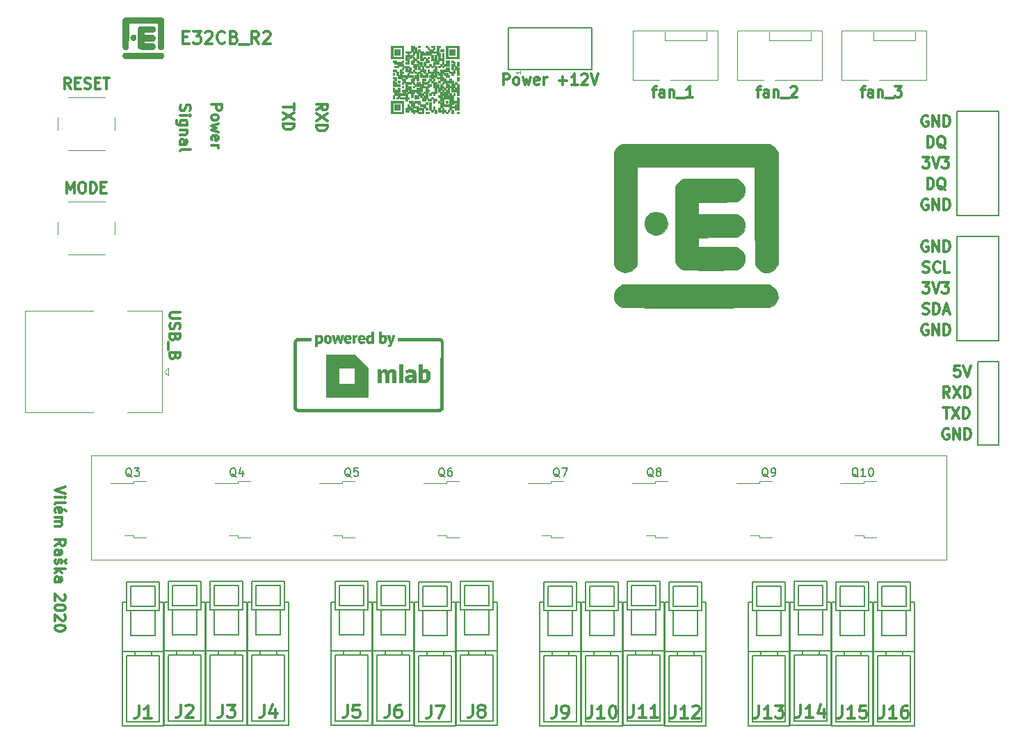
<source format=gbr>
G04 #@! TF.GenerationSoftware,KiCad,Pcbnew,5.1.5-52549c5~84~ubuntu18.04.1*
G04 #@! TF.CreationDate,2020-01-13T10:08:47+01:00*
G04 #@! TF.ProjectId,E32CB_R2,45333243-425f-4523-922e-6b696361645f,rev?*
G04 #@! TF.SameCoordinates,Original*
G04 #@! TF.FileFunction,Legend,Top*
G04 #@! TF.FilePolarity,Positive*
%FSLAX46Y46*%
G04 Gerber Fmt 4.6, Leading zero omitted, Abs format (unit mm)*
G04 Created by KiCad (PCBNEW 5.1.5-52549c5~84~ubuntu18.04.1) date 2020-01-13 10:08:47*
%MOMM*%
%LPD*%
G04 APERTURE LIST*
%ADD10C,0.300000*%
%ADD11C,0.120000*%
%ADD12C,0.010000*%
%ADD13C,0.150000*%
%ADD14C,0.050000*%
%ADD15C,0.304800*%
G04 APERTURE END LIST*
D10*
X92151904Y-105447619D02*
X90851904Y-105880952D01*
X92151904Y-106314285D01*
X90851904Y-106747619D02*
X91718571Y-106747619D01*
X92151904Y-106747619D02*
X92090000Y-106685714D01*
X92028095Y-106747619D01*
X92090000Y-106809523D01*
X92151904Y-106747619D01*
X92028095Y-106747619D01*
X90851904Y-107552380D02*
X90913809Y-107428571D01*
X91037619Y-107366666D01*
X92151904Y-107366666D01*
X90913809Y-108542857D02*
X90851904Y-108419047D01*
X90851904Y-108171428D01*
X90913809Y-108047619D01*
X91037619Y-107985714D01*
X91532857Y-107985714D01*
X91656666Y-108047619D01*
X91718571Y-108171428D01*
X91718571Y-108419047D01*
X91656666Y-108542857D01*
X91532857Y-108604761D01*
X91409047Y-108604761D01*
X91285238Y-107985714D01*
X92213809Y-108419047D02*
X92028095Y-108233333D01*
X90851904Y-109161904D02*
X91718571Y-109161904D01*
X91594761Y-109161904D02*
X91656666Y-109223809D01*
X91718571Y-109347619D01*
X91718571Y-109533333D01*
X91656666Y-109657142D01*
X91532857Y-109719047D01*
X90851904Y-109719047D01*
X91532857Y-109719047D02*
X91656666Y-109780952D01*
X91718571Y-109904761D01*
X91718571Y-110090476D01*
X91656666Y-110214285D01*
X91532857Y-110276190D01*
X90851904Y-110276190D01*
X90851904Y-112628571D02*
X91470952Y-112195238D01*
X90851904Y-111885714D02*
X92151904Y-111885714D01*
X92151904Y-112380952D01*
X92090000Y-112504761D01*
X92028095Y-112566666D01*
X91904285Y-112628571D01*
X91718571Y-112628571D01*
X91594761Y-112566666D01*
X91532857Y-112504761D01*
X91470952Y-112380952D01*
X91470952Y-111885714D01*
X90851904Y-113742857D02*
X91532857Y-113742857D01*
X91656666Y-113680952D01*
X91718571Y-113557142D01*
X91718571Y-113309523D01*
X91656666Y-113185714D01*
X90913809Y-113742857D02*
X90851904Y-113619047D01*
X90851904Y-113309523D01*
X90913809Y-113185714D01*
X91037619Y-113123809D01*
X91161428Y-113123809D01*
X91285238Y-113185714D01*
X91347142Y-113309523D01*
X91347142Y-113619047D01*
X91409047Y-113742857D01*
X90913809Y-114300000D02*
X90851904Y-114423809D01*
X90851904Y-114671428D01*
X90913809Y-114795238D01*
X91037619Y-114857142D01*
X91099523Y-114857142D01*
X91223333Y-114795238D01*
X91285238Y-114671428D01*
X91285238Y-114485714D01*
X91347142Y-114361904D01*
X91470952Y-114300000D01*
X91532857Y-114300000D01*
X91656666Y-114361904D01*
X91718571Y-114485714D01*
X91718571Y-114671428D01*
X91656666Y-114795238D01*
X92213809Y-114300000D02*
X92028095Y-114547619D01*
X92213809Y-114795238D01*
X90851904Y-115414285D02*
X92151904Y-115414285D01*
X91347142Y-115538095D02*
X90851904Y-115909523D01*
X91718571Y-115909523D02*
X91223333Y-115414285D01*
X90851904Y-117023809D02*
X91532857Y-117023809D01*
X91656666Y-116961904D01*
X91718571Y-116838095D01*
X91718571Y-116590476D01*
X91656666Y-116466666D01*
X90913809Y-117023809D02*
X90851904Y-116900000D01*
X90851904Y-116590476D01*
X90913809Y-116466666D01*
X91037619Y-116404761D01*
X91161428Y-116404761D01*
X91285238Y-116466666D01*
X91347142Y-116590476D01*
X91347142Y-116900000D01*
X91409047Y-117023809D01*
X92028095Y-118571428D02*
X92090000Y-118633333D01*
X92151904Y-118757142D01*
X92151904Y-119066666D01*
X92090000Y-119190476D01*
X92028095Y-119252380D01*
X91904285Y-119314285D01*
X91780476Y-119314285D01*
X91594761Y-119252380D01*
X90851904Y-118509523D01*
X90851904Y-119314285D01*
X92151904Y-120119047D02*
X92151904Y-120242857D01*
X92090000Y-120366666D01*
X92028095Y-120428571D01*
X91904285Y-120490476D01*
X91656666Y-120552380D01*
X91347142Y-120552380D01*
X91099523Y-120490476D01*
X90975714Y-120428571D01*
X90913809Y-120366666D01*
X90851904Y-120242857D01*
X90851904Y-120119047D01*
X90913809Y-119995238D01*
X90975714Y-119933333D01*
X91099523Y-119871428D01*
X91347142Y-119809523D01*
X91656666Y-119809523D01*
X91904285Y-119871428D01*
X92028095Y-119933333D01*
X92090000Y-119995238D01*
X92151904Y-120119047D01*
X92028095Y-121047619D02*
X92090000Y-121109523D01*
X92151904Y-121233333D01*
X92151904Y-121542857D01*
X92090000Y-121666666D01*
X92028095Y-121728571D01*
X91904285Y-121790476D01*
X91780476Y-121790476D01*
X91594761Y-121728571D01*
X90851904Y-120985714D01*
X90851904Y-121790476D01*
X92151904Y-122595238D02*
X92151904Y-122719047D01*
X92090000Y-122842857D01*
X92028095Y-122904761D01*
X91904285Y-122966666D01*
X91656666Y-123028571D01*
X91347142Y-123028571D01*
X91099523Y-122966666D01*
X90975714Y-122904761D01*
X90913809Y-122842857D01*
X90851904Y-122719047D01*
X90851904Y-122595238D01*
X90913809Y-122471428D01*
X90975714Y-122409523D01*
X91099523Y-122347619D01*
X91347142Y-122285714D01*
X91656666Y-122285714D01*
X91904285Y-122347619D01*
X92028095Y-122409523D01*
X92090000Y-122471428D01*
X92151904Y-122595238D01*
D11*
X95250000Y-114300000D02*
X95250000Y-101600000D01*
X199390000Y-114300000D02*
X95250000Y-114300000D01*
X199390000Y-101600000D02*
X199390000Y-114300000D01*
X95250000Y-101600000D02*
X199390000Y-101600000D01*
D10*
X106474285Y-50692857D02*
X106974285Y-50692857D01*
X107188571Y-51478571D02*
X106474285Y-51478571D01*
X106474285Y-49978571D01*
X107188571Y-49978571D01*
X107688571Y-49978571D02*
X108617142Y-49978571D01*
X108117142Y-50550000D01*
X108331428Y-50550000D01*
X108474285Y-50621428D01*
X108545714Y-50692857D01*
X108617142Y-50835714D01*
X108617142Y-51192857D01*
X108545714Y-51335714D01*
X108474285Y-51407142D01*
X108331428Y-51478571D01*
X107902857Y-51478571D01*
X107760000Y-51407142D01*
X107688571Y-51335714D01*
X109188571Y-50121428D02*
X109260000Y-50050000D01*
X109402857Y-49978571D01*
X109760000Y-49978571D01*
X109902857Y-50050000D01*
X109974285Y-50121428D01*
X110045714Y-50264285D01*
X110045714Y-50407142D01*
X109974285Y-50621428D01*
X109117142Y-51478571D01*
X110045714Y-51478571D01*
X111545714Y-51335714D02*
X111474285Y-51407142D01*
X111260000Y-51478571D01*
X111117142Y-51478571D01*
X110902857Y-51407142D01*
X110760000Y-51264285D01*
X110688571Y-51121428D01*
X110617142Y-50835714D01*
X110617142Y-50621428D01*
X110688571Y-50335714D01*
X110760000Y-50192857D01*
X110902857Y-50050000D01*
X111117142Y-49978571D01*
X111260000Y-49978571D01*
X111474285Y-50050000D01*
X111545714Y-50121428D01*
X112688571Y-50692857D02*
X112902857Y-50764285D01*
X112974285Y-50835714D01*
X113045714Y-50978571D01*
X113045714Y-51192857D01*
X112974285Y-51335714D01*
X112902857Y-51407142D01*
X112760000Y-51478571D01*
X112188571Y-51478571D01*
X112188571Y-49978571D01*
X112688571Y-49978571D01*
X112831428Y-50050000D01*
X112902857Y-50121428D01*
X112974285Y-50264285D01*
X112974285Y-50407142D01*
X112902857Y-50550000D01*
X112831428Y-50621428D01*
X112688571Y-50692857D01*
X112188571Y-50692857D01*
X113331428Y-51621428D02*
X114474285Y-51621428D01*
X115688571Y-51478571D02*
X115188571Y-50764285D01*
X114831428Y-51478571D02*
X114831428Y-49978571D01*
X115402857Y-49978571D01*
X115545714Y-50050000D01*
X115617142Y-50121428D01*
X115688571Y-50264285D01*
X115688571Y-50478571D01*
X115617142Y-50621428D01*
X115545714Y-50692857D01*
X115402857Y-50764285D01*
X114831428Y-50764285D01*
X116260000Y-50121428D02*
X116331428Y-50050000D01*
X116474285Y-49978571D01*
X116831428Y-49978571D01*
X116974285Y-50050000D01*
X117045714Y-50121428D01*
X117117142Y-50264285D01*
X117117142Y-50407142D01*
X117045714Y-50621428D01*
X116188571Y-51478571D01*
X117117142Y-51478571D01*
X145465714Y-56468095D02*
X145465714Y-55168095D01*
X145960952Y-55168095D01*
X146084761Y-55230000D01*
X146146666Y-55291904D01*
X146208571Y-55415714D01*
X146208571Y-55601428D01*
X146146666Y-55725238D01*
X146084761Y-55787142D01*
X145960952Y-55849047D01*
X145465714Y-55849047D01*
X146951428Y-56468095D02*
X146827619Y-56406190D01*
X146765714Y-56344285D01*
X146703809Y-56220476D01*
X146703809Y-55849047D01*
X146765714Y-55725238D01*
X146827619Y-55663333D01*
X146951428Y-55601428D01*
X147137142Y-55601428D01*
X147260952Y-55663333D01*
X147322857Y-55725238D01*
X147384761Y-55849047D01*
X147384761Y-56220476D01*
X147322857Y-56344285D01*
X147260952Y-56406190D01*
X147137142Y-56468095D01*
X146951428Y-56468095D01*
X147818095Y-55601428D02*
X148065714Y-56468095D01*
X148313333Y-55849047D01*
X148560952Y-56468095D01*
X148808571Y-55601428D01*
X149799047Y-56406190D02*
X149675238Y-56468095D01*
X149427619Y-56468095D01*
X149303809Y-56406190D01*
X149241904Y-56282380D01*
X149241904Y-55787142D01*
X149303809Y-55663333D01*
X149427619Y-55601428D01*
X149675238Y-55601428D01*
X149799047Y-55663333D01*
X149860952Y-55787142D01*
X149860952Y-55910952D01*
X149241904Y-56034761D01*
X150418095Y-56468095D02*
X150418095Y-55601428D01*
X150418095Y-55849047D02*
X150480000Y-55725238D01*
X150541904Y-55663333D01*
X150665714Y-55601428D01*
X150789523Y-55601428D01*
X152213333Y-55972857D02*
X153203809Y-55972857D01*
X152708571Y-56468095D02*
X152708571Y-55477619D01*
X154503809Y-56468095D02*
X153760952Y-56468095D01*
X154132380Y-56468095D02*
X154132380Y-55168095D01*
X154008571Y-55353809D01*
X153884761Y-55477619D01*
X153760952Y-55539523D01*
X154999047Y-55291904D02*
X155060952Y-55230000D01*
X155184761Y-55168095D01*
X155494285Y-55168095D01*
X155618095Y-55230000D01*
X155680000Y-55291904D01*
X155741904Y-55415714D01*
X155741904Y-55539523D01*
X155680000Y-55725238D01*
X154937142Y-56468095D01*
X155741904Y-56468095D01*
X156113333Y-55168095D02*
X156546666Y-56468095D01*
X156980000Y-55168095D01*
X196541428Y-84346190D02*
X196727142Y-84408095D01*
X197036666Y-84408095D01*
X197160476Y-84346190D01*
X197222380Y-84284285D01*
X197284285Y-84160476D01*
X197284285Y-84036666D01*
X197222380Y-83912857D01*
X197160476Y-83850952D01*
X197036666Y-83789047D01*
X196789047Y-83727142D01*
X196665238Y-83665238D01*
X196603333Y-83603333D01*
X196541428Y-83479523D01*
X196541428Y-83355714D01*
X196603333Y-83231904D01*
X196665238Y-83170000D01*
X196789047Y-83108095D01*
X197098571Y-83108095D01*
X197284285Y-83170000D01*
X197841428Y-84408095D02*
X197841428Y-83108095D01*
X198150952Y-83108095D01*
X198336666Y-83170000D01*
X198460476Y-83293809D01*
X198522380Y-83417619D01*
X198584285Y-83665238D01*
X198584285Y-83850952D01*
X198522380Y-84098571D01*
X198460476Y-84222380D01*
X198336666Y-84346190D01*
X198150952Y-84408095D01*
X197841428Y-84408095D01*
X199079523Y-84036666D02*
X199698571Y-84036666D01*
X198955714Y-84408095D02*
X199389047Y-83108095D01*
X199822380Y-84408095D01*
X196572380Y-79266190D02*
X196758095Y-79328095D01*
X197067619Y-79328095D01*
X197191428Y-79266190D01*
X197253333Y-79204285D01*
X197315238Y-79080476D01*
X197315238Y-78956666D01*
X197253333Y-78832857D01*
X197191428Y-78770952D01*
X197067619Y-78709047D01*
X196820000Y-78647142D01*
X196696190Y-78585238D01*
X196634285Y-78523333D01*
X196572380Y-78399523D01*
X196572380Y-78275714D01*
X196634285Y-78151904D01*
X196696190Y-78090000D01*
X196820000Y-78028095D01*
X197129523Y-78028095D01*
X197315238Y-78090000D01*
X198615238Y-79204285D02*
X198553333Y-79266190D01*
X198367619Y-79328095D01*
X198243809Y-79328095D01*
X198058095Y-79266190D01*
X197934285Y-79142380D01*
X197872380Y-79018571D01*
X197810476Y-78770952D01*
X197810476Y-78585238D01*
X197872380Y-78337619D01*
X197934285Y-78213809D01*
X198058095Y-78090000D01*
X198243809Y-78028095D01*
X198367619Y-78028095D01*
X198553333Y-78090000D01*
X198615238Y-78151904D01*
X199791428Y-79328095D02*
X199172380Y-79328095D01*
X199172380Y-78028095D01*
X199019523Y-95808095D02*
X199762380Y-95808095D01*
X199390952Y-97108095D02*
X199390952Y-95808095D01*
X200071904Y-95808095D02*
X200938571Y-97108095D01*
X200938571Y-95808095D02*
X200071904Y-97108095D01*
X201433809Y-97108095D02*
X201433809Y-95808095D01*
X201743333Y-95808095D01*
X201929047Y-95870000D01*
X202052857Y-95993809D01*
X202114761Y-96117619D01*
X202176666Y-96365238D01*
X202176666Y-96550952D01*
X202114761Y-96798571D01*
X202052857Y-96922380D01*
X201929047Y-97046190D01*
X201743333Y-97108095D01*
X201433809Y-97108095D01*
X199793333Y-94568095D02*
X199360000Y-93949047D01*
X199050476Y-94568095D02*
X199050476Y-93268095D01*
X199545714Y-93268095D01*
X199669523Y-93330000D01*
X199731428Y-93391904D01*
X199793333Y-93515714D01*
X199793333Y-93701428D01*
X199731428Y-93825238D01*
X199669523Y-93887142D01*
X199545714Y-93949047D01*
X199050476Y-93949047D01*
X200226666Y-93268095D02*
X201093333Y-94568095D01*
X201093333Y-93268095D02*
X200226666Y-94568095D01*
X201588571Y-94568095D02*
X201588571Y-93268095D01*
X201898095Y-93268095D01*
X202083809Y-93330000D01*
X202207619Y-93453809D01*
X202269523Y-93577619D01*
X202331428Y-93825238D01*
X202331428Y-94010952D01*
X202269523Y-94258571D01*
X202207619Y-94382380D01*
X202083809Y-94506190D01*
X201898095Y-94568095D01*
X201588571Y-94568095D01*
X201047380Y-90728095D02*
X200428333Y-90728095D01*
X200366428Y-91347142D01*
X200428333Y-91285238D01*
X200552142Y-91223333D01*
X200861666Y-91223333D01*
X200985476Y-91285238D01*
X201047380Y-91347142D01*
X201109285Y-91470952D01*
X201109285Y-91780476D01*
X201047380Y-91904285D01*
X200985476Y-91966190D01*
X200861666Y-92028095D01*
X200552142Y-92028095D01*
X200428333Y-91966190D01*
X200366428Y-91904285D01*
X201480714Y-90728095D02*
X201914047Y-92028095D01*
X202347380Y-90728095D01*
X196510476Y-80568095D02*
X197315238Y-80568095D01*
X196881904Y-81063333D01*
X197067619Y-81063333D01*
X197191428Y-81125238D01*
X197253333Y-81187142D01*
X197315238Y-81310952D01*
X197315238Y-81620476D01*
X197253333Y-81744285D01*
X197191428Y-81806190D01*
X197067619Y-81868095D01*
X196696190Y-81868095D01*
X196572380Y-81806190D01*
X196510476Y-81744285D01*
X197686666Y-80568095D02*
X198120000Y-81868095D01*
X198553333Y-80568095D01*
X198862857Y-80568095D02*
X199667619Y-80568095D01*
X199234285Y-81063333D01*
X199420000Y-81063333D01*
X199543809Y-81125238D01*
X199605714Y-81187142D01*
X199667619Y-81310952D01*
X199667619Y-81620476D01*
X199605714Y-81744285D01*
X199543809Y-81806190D01*
X199420000Y-81868095D01*
X199048571Y-81868095D01*
X198924761Y-81806190D01*
X198862857Y-81744285D01*
X199669523Y-98410000D02*
X199545714Y-98348095D01*
X199360000Y-98348095D01*
X199174285Y-98410000D01*
X199050476Y-98533809D01*
X198988571Y-98657619D01*
X198926666Y-98905238D01*
X198926666Y-99090952D01*
X198988571Y-99338571D01*
X199050476Y-99462380D01*
X199174285Y-99586190D01*
X199360000Y-99648095D01*
X199483809Y-99648095D01*
X199669523Y-99586190D01*
X199731428Y-99524285D01*
X199731428Y-99090952D01*
X199483809Y-99090952D01*
X200288571Y-99648095D02*
X200288571Y-98348095D01*
X201031428Y-99648095D01*
X201031428Y-98348095D01*
X201650476Y-99648095D02*
X201650476Y-98348095D01*
X201960000Y-98348095D01*
X202145714Y-98410000D01*
X202269523Y-98533809D01*
X202331428Y-98657619D01*
X202393333Y-98905238D01*
X202393333Y-99090952D01*
X202331428Y-99338571D01*
X202269523Y-99462380D01*
X202145714Y-99586190D01*
X201960000Y-99648095D01*
X201650476Y-99648095D01*
X197129523Y-85710000D02*
X197005714Y-85648095D01*
X196820000Y-85648095D01*
X196634285Y-85710000D01*
X196510476Y-85833809D01*
X196448571Y-85957619D01*
X196386666Y-86205238D01*
X196386666Y-86390952D01*
X196448571Y-86638571D01*
X196510476Y-86762380D01*
X196634285Y-86886190D01*
X196820000Y-86948095D01*
X196943809Y-86948095D01*
X197129523Y-86886190D01*
X197191428Y-86824285D01*
X197191428Y-86390952D01*
X196943809Y-86390952D01*
X197748571Y-86948095D02*
X197748571Y-85648095D01*
X198491428Y-86948095D01*
X198491428Y-85648095D01*
X199110476Y-86948095D02*
X199110476Y-85648095D01*
X199420000Y-85648095D01*
X199605714Y-85710000D01*
X199729523Y-85833809D01*
X199791428Y-85957619D01*
X199853333Y-86205238D01*
X199853333Y-86390952D01*
X199791428Y-86638571D01*
X199729523Y-86762380D01*
X199605714Y-86886190D01*
X199420000Y-86948095D01*
X199110476Y-86948095D01*
X197129523Y-75550000D02*
X197005714Y-75488095D01*
X196820000Y-75488095D01*
X196634285Y-75550000D01*
X196510476Y-75673809D01*
X196448571Y-75797619D01*
X196386666Y-76045238D01*
X196386666Y-76230952D01*
X196448571Y-76478571D01*
X196510476Y-76602380D01*
X196634285Y-76726190D01*
X196820000Y-76788095D01*
X196943809Y-76788095D01*
X197129523Y-76726190D01*
X197191428Y-76664285D01*
X197191428Y-76230952D01*
X196943809Y-76230952D01*
X197748571Y-76788095D02*
X197748571Y-75488095D01*
X198491428Y-76788095D01*
X198491428Y-75488095D01*
X199110476Y-76788095D02*
X199110476Y-75488095D01*
X199420000Y-75488095D01*
X199605714Y-75550000D01*
X199729523Y-75673809D01*
X199791428Y-75797619D01*
X199853333Y-76045238D01*
X199853333Y-76230952D01*
X199791428Y-76478571D01*
X199729523Y-76602380D01*
X199605714Y-76726190D01*
X199420000Y-76788095D01*
X199110476Y-76788095D01*
X197129523Y-70470000D02*
X197005714Y-70408095D01*
X196820000Y-70408095D01*
X196634285Y-70470000D01*
X196510476Y-70593809D01*
X196448571Y-70717619D01*
X196386666Y-70965238D01*
X196386666Y-71150952D01*
X196448571Y-71398571D01*
X196510476Y-71522380D01*
X196634285Y-71646190D01*
X196820000Y-71708095D01*
X196943809Y-71708095D01*
X197129523Y-71646190D01*
X197191428Y-71584285D01*
X197191428Y-71150952D01*
X196943809Y-71150952D01*
X197748571Y-71708095D02*
X197748571Y-70408095D01*
X198491428Y-71708095D01*
X198491428Y-70408095D01*
X199110476Y-71708095D02*
X199110476Y-70408095D01*
X199420000Y-70408095D01*
X199605714Y-70470000D01*
X199729523Y-70593809D01*
X199791428Y-70717619D01*
X199853333Y-70965238D01*
X199853333Y-71150952D01*
X199791428Y-71398571D01*
X199729523Y-71522380D01*
X199605714Y-71646190D01*
X199420000Y-71708095D01*
X199110476Y-71708095D01*
X197129523Y-60310000D02*
X197005714Y-60248095D01*
X196820000Y-60248095D01*
X196634285Y-60310000D01*
X196510476Y-60433809D01*
X196448571Y-60557619D01*
X196386666Y-60805238D01*
X196386666Y-60990952D01*
X196448571Y-61238571D01*
X196510476Y-61362380D01*
X196634285Y-61486190D01*
X196820000Y-61548095D01*
X196943809Y-61548095D01*
X197129523Y-61486190D01*
X197191428Y-61424285D01*
X197191428Y-60990952D01*
X196943809Y-60990952D01*
X197748571Y-61548095D02*
X197748571Y-60248095D01*
X198491428Y-61548095D01*
X198491428Y-60248095D01*
X199110476Y-61548095D02*
X199110476Y-60248095D01*
X199420000Y-60248095D01*
X199605714Y-60310000D01*
X199729523Y-60433809D01*
X199791428Y-60557619D01*
X199853333Y-60805238D01*
X199853333Y-60990952D01*
X199791428Y-61238571D01*
X199729523Y-61362380D01*
X199605714Y-61486190D01*
X199420000Y-61548095D01*
X199110476Y-61548095D01*
X197098571Y-69168095D02*
X197098571Y-67868095D01*
X197408095Y-67868095D01*
X197593809Y-67930000D01*
X197717619Y-68053809D01*
X197779523Y-68177619D01*
X197841428Y-68425238D01*
X197841428Y-68610952D01*
X197779523Y-68858571D01*
X197717619Y-68982380D01*
X197593809Y-69106190D01*
X197408095Y-69168095D01*
X197098571Y-69168095D01*
X199265238Y-69291904D02*
X199141428Y-69230000D01*
X199017619Y-69106190D01*
X198831904Y-68920476D01*
X198708095Y-68858571D01*
X198584285Y-68858571D01*
X198646190Y-69168095D02*
X198522380Y-69106190D01*
X198398571Y-68982380D01*
X198336666Y-68734761D01*
X198336666Y-68301428D01*
X198398571Y-68053809D01*
X198522380Y-67930000D01*
X198646190Y-67868095D01*
X198893809Y-67868095D01*
X199017619Y-67930000D01*
X199141428Y-68053809D01*
X199203333Y-68301428D01*
X199203333Y-68734761D01*
X199141428Y-68982380D01*
X199017619Y-69106190D01*
X198893809Y-69168095D01*
X198646190Y-69168095D01*
X197098571Y-64088095D02*
X197098571Y-62788095D01*
X197408095Y-62788095D01*
X197593809Y-62850000D01*
X197717619Y-62973809D01*
X197779523Y-63097619D01*
X197841428Y-63345238D01*
X197841428Y-63530952D01*
X197779523Y-63778571D01*
X197717619Y-63902380D01*
X197593809Y-64026190D01*
X197408095Y-64088095D01*
X197098571Y-64088095D01*
X199265238Y-64211904D02*
X199141428Y-64150000D01*
X199017619Y-64026190D01*
X198831904Y-63840476D01*
X198708095Y-63778571D01*
X198584285Y-63778571D01*
X198646190Y-64088095D02*
X198522380Y-64026190D01*
X198398571Y-63902380D01*
X198336666Y-63654761D01*
X198336666Y-63221428D01*
X198398571Y-62973809D01*
X198522380Y-62850000D01*
X198646190Y-62788095D01*
X198893809Y-62788095D01*
X199017619Y-62850000D01*
X199141428Y-62973809D01*
X199203333Y-63221428D01*
X199203333Y-63654761D01*
X199141428Y-63902380D01*
X199017619Y-64026190D01*
X198893809Y-64088095D01*
X198646190Y-64088095D01*
X196510476Y-65328095D02*
X197315238Y-65328095D01*
X196881904Y-65823333D01*
X197067619Y-65823333D01*
X197191428Y-65885238D01*
X197253333Y-65947142D01*
X197315238Y-66070952D01*
X197315238Y-66380476D01*
X197253333Y-66504285D01*
X197191428Y-66566190D01*
X197067619Y-66628095D01*
X196696190Y-66628095D01*
X196572380Y-66566190D01*
X196510476Y-66504285D01*
X197686666Y-65328095D02*
X198120000Y-66628095D01*
X198553333Y-65328095D01*
X198862857Y-65328095D02*
X199667619Y-65328095D01*
X199234285Y-65823333D01*
X199420000Y-65823333D01*
X199543809Y-65885238D01*
X199605714Y-65947142D01*
X199667619Y-66070952D01*
X199667619Y-66380476D01*
X199605714Y-66504285D01*
X199543809Y-66566190D01*
X199420000Y-66628095D01*
X199048571Y-66628095D01*
X198924761Y-66566190D01*
X198862857Y-66504285D01*
D12*
G36*
X127588268Y-86960858D02*
G01*
X127633915Y-86969429D01*
X127653891Y-86981399D01*
X127656211Y-87003666D01*
X127653922Y-87017367D01*
X127645709Y-87064074D01*
X127636369Y-87121981D01*
X127634505Y-87134184D01*
X127623731Y-87205635D01*
X127551786Y-87195774D01*
X127477983Y-87197609D01*
X127411940Y-87220627D01*
X127364277Y-87260613D01*
X127356102Y-87273462D01*
X127350110Y-87301598D01*
X127345141Y-87358801D01*
X127341429Y-87440280D01*
X127339210Y-87541246D01*
X127338667Y-87628887D01*
X127338667Y-87951734D01*
X127084667Y-87951734D01*
X127084667Y-86967910D01*
X127180577Y-86972988D01*
X127235092Y-86976851D01*
X127265569Y-86985053D01*
X127281798Y-87003602D01*
X127293565Y-87038504D01*
X127294877Y-87043136D01*
X127313267Y-87108206D01*
X127353025Y-87054280D01*
X127416949Y-86994493D01*
X127497277Y-86962582D01*
X127588215Y-86960850D01*
X127588268Y-86960858D01*
G37*
X127588268Y-86960858D02*
X127633915Y-86969429D01*
X127653891Y-86981399D01*
X127656211Y-87003666D01*
X127653922Y-87017367D01*
X127645709Y-87064074D01*
X127636369Y-87121981D01*
X127634505Y-87134184D01*
X127623731Y-87205635D01*
X127551786Y-87195774D01*
X127477983Y-87197609D01*
X127411940Y-87220627D01*
X127364277Y-87260613D01*
X127356102Y-87273462D01*
X127350110Y-87301598D01*
X127345141Y-87358801D01*
X127341429Y-87440280D01*
X127339210Y-87541246D01*
X127338667Y-87628887D01*
X127338667Y-87951734D01*
X127084667Y-87951734D01*
X127084667Y-86967910D01*
X127180577Y-86972988D01*
X127235092Y-86976851D01*
X127265569Y-86985053D01*
X127281798Y-87003602D01*
X127293565Y-87038504D01*
X127294877Y-87043136D01*
X127313267Y-87108206D01*
X127353025Y-87054280D01*
X127416949Y-86994493D01*
X127497277Y-86962582D01*
X127588215Y-86960850D01*
X127588268Y-86960858D01*
G36*
X125473778Y-87220488D02*
G01*
X125506710Y-87315350D01*
X125537195Y-87406780D01*
X125562569Y-87486524D01*
X125580166Y-87546325D01*
X125584742Y-87564128D01*
X125597176Y-87614539D01*
X125605116Y-87635315D01*
X125611395Y-87629884D01*
X125618160Y-87604600D01*
X125626091Y-87571671D01*
X125640550Y-87512437D01*
X125659925Y-87433467D01*
X125682606Y-87341329D01*
X125701212Y-87265934D01*
X125772334Y-86978067D01*
X125878167Y-86973025D01*
X125937114Y-86971607D01*
X125969529Y-86975458D01*
X125982537Y-86986085D01*
X125984000Y-86995365D01*
X125979212Y-87019600D01*
X125965892Y-87070598D01*
X125945604Y-87142796D01*
X125919911Y-87230630D01*
X125890378Y-87328536D01*
X125889745Y-87330606D01*
X125855724Y-87441752D01*
X125820987Y-87555285D01*
X125788365Y-87661942D01*
X125760694Y-87752460D01*
X125744833Y-87804383D01*
X125694176Y-87970298D01*
X125505706Y-87960200D01*
X125422867Y-87731600D01*
X125389585Y-87638104D01*
X125357563Y-87545221D01*
X125330128Y-87462786D01*
X125310602Y-87400629D01*
X125308351Y-87392934D01*
X125291486Y-87336297D01*
X125280752Y-87308676D01*
X125273463Y-87306389D01*
X125266927Y-87325754D01*
X125265069Y-87333667D01*
X125256009Y-87366024D01*
X125238108Y-87424129D01*
X125213383Y-87501649D01*
X125183848Y-87592252D01*
X125157299Y-87672334D01*
X125061134Y-87960200D01*
X124963562Y-87965285D01*
X124900526Y-87965504D01*
X124866587Y-87957521D01*
X124858502Y-87948351D01*
X124839880Y-87892218D01*
X124815087Y-87815460D01*
X124785642Y-87722974D01*
X124753062Y-87619655D01*
X124718866Y-87510400D01*
X124684573Y-87400106D01*
X124651700Y-87293669D01*
X124621767Y-87195985D01*
X124596292Y-87111951D01*
X124576792Y-87046464D01*
X124564788Y-87004419D01*
X124561600Y-86990929D01*
X124569711Y-86979170D01*
X124597672Y-86973093D01*
X124650924Y-86971955D01*
X124691834Y-86973121D01*
X124822068Y-86978067D01*
X124893595Y-87223600D01*
X124920171Y-87318390D01*
X124943975Y-87409884D01*
X124962861Y-87489352D01*
X124974682Y-87548065D01*
X124976674Y-87561454D01*
X124985945Y-87612956D01*
X124996526Y-87630728D01*
X125008243Y-87614873D01*
X125020924Y-87565495D01*
X125027075Y-87531291D01*
X125036814Y-87488781D01*
X125055270Y-87422295D01*
X125080083Y-87339856D01*
X125108889Y-87249492D01*
X125119294Y-87218024D01*
X125199424Y-86978067D01*
X125291862Y-86973093D01*
X125384300Y-86968120D01*
X125473778Y-87220488D01*
G37*
X125473778Y-87220488D02*
X125506710Y-87315350D01*
X125537195Y-87406780D01*
X125562569Y-87486524D01*
X125580166Y-87546325D01*
X125584742Y-87564128D01*
X125597176Y-87614539D01*
X125605116Y-87635315D01*
X125611395Y-87629884D01*
X125618160Y-87604600D01*
X125626091Y-87571671D01*
X125640550Y-87512437D01*
X125659925Y-87433467D01*
X125682606Y-87341329D01*
X125701212Y-87265934D01*
X125772334Y-86978067D01*
X125878167Y-86973025D01*
X125937114Y-86971607D01*
X125969529Y-86975458D01*
X125982537Y-86986085D01*
X125984000Y-86995365D01*
X125979212Y-87019600D01*
X125965892Y-87070598D01*
X125945604Y-87142796D01*
X125919911Y-87230630D01*
X125890378Y-87328536D01*
X125889745Y-87330606D01*
X125855724Y-87441752D01*
X125820987Y-87555285D01*
X125788365Y-87661942D01*
X125760694Y-87752460D01*
X125744833Y-87804383D01*
X125694176Y-87970298D01*
X125505706Y-87960200D01*
X125422867Y-87731600D01*
X125389585Y-87638104D01*
X125357563Y-87545221D01*
X125330128Y-87462786D01*
X125310602Y-87400629D01*
X125308351Y-87392934D01*
X125291486Y-87336297D01*
X125280752Y-87308676D01*
X125273463Y-87306389D01*
X125266927Y-87325754D01*
X125265069Y-87333667D01*
X125256009Y-87366024D01*
X125238108Y-87424129D01*
X125213383Y-87501649D01*
X125183848Y-87592252D01*
X125157299Y-87672334D01*
X125061134Y-87960200D01*
X124963562Y-87965285D01*
X124900526Y-87965504D01*
X124866587Y-87957521D01*
X124858502Y-87948351D01*
X124839880Y-87892218D01*
X124815087Y-87815460D01*
X124785642Y-87722974D01*
X124753062Y-87619655D01*
X124718866Y-87510400D01*
X124684573Y-87400106D01*
X124651700Y-87293669D01*
X124621767Y-87195985D01*
X124596292Y-87111951D01*
X124576792Y-87046464D01*
X124564788Y-87004419D01*
X124561600Y-86990929D01*
X124569711Y-86979170D01*
X124597672Y-86973093D01*
X124650924Y-86971955D01*
X124691834Y-86973121D01*
X124822068Y-86978067D01*
X124893595Y-87223600D01*
X124920171Y-87318390D01*
X124943975Y-87409884D01*
X124962861Y-87489352D01*
X124974682Y-87548065D01*
X124976674Y-87561454D01*
X124985945Y-87612956D01*
X124996526Y-87630728D01*
X125008243Y-87614873D01*
X125020924Y-87565495D01*
X125027075Y-87531291D01*
X125036814Y-87488781D01*
X125055270Y-87422295D01*
X125080083Y-87339856D01*
X125108889Y-87249492D01*
X125119294Y-87218024D01*
X125199424Y-86978067D01*
X125291862Y-86973093D01*
X125384300Y-86968120D01*
X125473778Y-87220488D01*
G36*
X130606800Y-87053246D02*
G01*
X130667137Y-87012300D01*
X130754505Y-86972118D01*
X130854214Y-86957034D01*
X130956110Y-86966835D01*
X131050038Y-87001303D01*
X131081927Y-87021108D01*
X131133106Y-87076162D01*
X131173712Y-87156701D01*
X131202803Y-87255744D01*
X131219440Y-87366306D01*
X131222682Y-87481407D01*
X131211588Y-87594063D01*
X131185219Y-87697292D01*
X131176161Y-87720734D01*
X131125642Y-87804958D01*
X131052565Y-87880000D01*
X130969540Y-87933646D01*
X130895330Y-87957752D01*
X130800110Y-87973291D01*
X130695872Y-87979285D01*
X130594609Y-87974759D01*
X130547534Y-87968002D01*
X130486203Y-87955595D01*
X130429992Y-87942708D01*
X130412067Y-87938040D01*
X130361267Y-87923904D01*
X130356970Y-87271795D01*
X130606800Y-87271795D01*
X130606800Y-87508753D01*
X130607733Y-87611375D01*
X130610733Y-87683668D01*
X130616100Y-87729125D01*
X130624136Y-87751238D01*
X130627967Y-87754252D01*
X130656306Y-87759444D01*
X130704948Y-87763160D01*
X130735750Y-87764130D01*
X130802931Y-87759542D01*
X130851777Y-87740824D01*
X130869035Y-87728757D01*
X130916136Y-87677552D01*
X130945958Y-87608941D01*
X130960368Y-87517435D01*
X130962400Y-87453846D01*
X130956360Y-87345021D01*
X130937060Y-87265279D01*
X130902732Y-87211845D01*
X130851607Y-87181945D01*
X130783298Y-87172800D01*
X130726232Y-87177786D01*
X130684638Y-87197294D01*
X130656298Y-87222298D01*
X130606800Y-87271795D01*
X130356970Y-87271795D01*
X130356839Y-87252019D01*
X130352412Y-86580134D01*
X130606800Y-86580134D01*
X130606800Y-87053246D01*
G37*
X130606800Y-87053246D02*
X130667137Y-87012300D01*
X130754505Y-86972118D01*
X130854214Y-86957034D01*
X130956110Y-86966835D01*
X131050038Y-87001303D01*
X131081927Y-87021108D01*
X131133106Y-87076162D01*
X131173712Y-87156701D01*
X131202803Y-87255744D01*
X131219440Y-87366306D01*
X131222682Y-87481407D01*
X131211588Y-87594063D01*
X131185219Y-87697292D01*
X131176161Y-87720734D01*
X131125642Y-87804958D01*
X131052565Y-87880000D01*
X130969540Y-87933646D01*
X130895330Y-87957752D01*
X130800110Y-87973291D01*
X130695872Y-87979285D01*
X130594609Y-87974759D01*
X130547534Y-87968002D01*
X130486203Y-87955595D01*
X130429992Y-87942708D01*
X130412067Y-87938040D01*
X130361267Y-87923904D01*
X130356970Y-87271795D01*
X130606800Y-87271795D01*
X130606800Y-87508753D01*
X130607733Y-87611375D01*
X130610733Y-87683668D01*
X130616100Y-87729125D01*
X130624136Y-87751238D01*
X130627967Y-87754252D01*
X130656306Y-87759444D01*
X130704948Y-87763160D01*
X130735750Y-87764130D01*
X130802931Y-87759542D01*
X130851777Y-87740824D01*
X130869035Y-87728757D01*
X130916136Y-87677552D01*
X130945958Y-87608941D01*
X130960368Y-87517435D01*
X130962400Y-87453846D01*
X130956360Y-87345021D01*
X130937060Y-87265279D01*
X130902732Y-87211845D01*
X130851607Y-87181945D01*
X130783298Y-87172800D01*
X130726232Y-87177786D01*
X130684638Y-87197294D01*
X130656298Y-87222298D01*
X130606800Y-87271795D01*
X130356970Y-87271795D01*
X130356839Y-87252019D01*
X130352412Y-86580134D01*
X130606800Y-86580134D01*
X130606800Y-87053246D01*
G36*
X129624667Y-87257467D02*
G01*
X129624672Y-87405798D01*
X129624688Y-87543536D01*
X129624712Y-87667004D01*
X129624743Y-87772528D01*
X129624782Y-87856434D01*
X129624825Y-87915047D01*
X129624873Y-87944691D01*
X129624889Y-87947500D01*
X129609800Y-87955718D01*
X129571032Y-87962671D01*
X129541751Y-87965265D01*
X129491883Y-87967104D01*
X129465720Y-87961135D01*
X129453191Y-87941990D01*
X129446404Y-87914465D01*
X129434115Y-87865897D01*
X129420082Y-87847892D01*
X129397040Y-87858513D01*
X129361687Y-87891851D01*
X129283004Y-87947563D01*
X129187095Y-87978448D01*
X129081150Y-87983149D01*
X128981999Y-87963504D01*
X128906979Y-87923515D01*
X128840050Y-87857907D01*
X128788489Y-87774914D01*
X128768398Y-87721733D01*
X128751620Y-87635875D01*
X128744392Y-87534962D01*
X128999378Y-87534962D01*
X129009634Y-87615698D01*
X129034491Y-87678776D01*
X129058652Y-87713066D01*
X129116877Y-87758724D01*
X129186750Y-87773607D01*
X129264740Y-87757219D01*
X129290058Y-87745689D01*
X129321686Y-87721645D01*
X129344380Y-87683730D01*
X129359316Y-87627189D01*
X129367670Y-87547267D01*
X129370618Y-87439209D01*
X129370667Y-87419770D01*
X129369961Y-87323820D01*
X129365861Y-87256619D01*
X129355391Y-87213049D01*
X129335574Y-87187996D01*
X129303434Y-87176344D01*
X129255997Y-87172976D01*
X129227006Y-87172800D01*
X129144479Y-87181156D01*
X129083665Y-87208496D01*
X129041581Y-87258224D01*
X129015247Y-87333749D01*
X129002322Y-87429526D01*
X128999378Y-87534962D01*
X128744392Y-87534962D01*
X128744349Y-87534374D01*
X128746101Y-87427495D01*
X128756392Y-87325501D01*
X128774740Y-87238654D01*
X128793446Y-87189734D01*
X128843833Y-87106145D01*
X128899541Y-87046439D01*
X128969749Y-87000852D01*
X128972235Y-86999569D01*
X129046365Y-86973491D01*
X129137471Y-86958264D01*
X129229965Y-86955440D01*
X129307167Y-86966263D01*
X129370667Y-86983804D01*
X129370667Y-86580134D01*
X129624667Y-86580134D01*
X129624667Y-87257467D01*
G37*
X129624667Y-87257467D02*
X129624672Y-87405798D01*
X129624688Y-87543536D01*
X129624712Y-87667004D01*
X129624743Y-87772528D01*
X129624782Y-87856434D01*
X129624825Y-87915047D01*
X129624873Y-87944691D01*
X129624889Y-87947500D01*
X129609800Y-87955718D01*
X129571032Y-87962671D01*
X129541751Y-87965265D01*
X129491883Y-87967104D01*
X129465720Y-87961135D01*
X129453191Y-87941990D01*
X129446404Y-87914465D01*
X129434115Y-87865897D01*
X129420082Y-87847892D01*
X129397040Y-87858513D01*
X129361687Y-87891851D01*
X129283004Y-87947563D01*
X129187095Y-87978448D01*
X129081150Y-87983149D01*
X128981999Y-87963504D01*
X128906979Y-87923515D01*
X128840050Y-87857907D01*
X128788489Y-87774914D01*
X128768398Y-87721733D01*
X128751620Y-87635875D01*
X128744392Y-87534962D01*
X128999378Y-87534962D01*
X129009634Y-87615698D01*
X129034491Y-87678776D01*
X129058652Y-87713066D01*
X129116877Y-87758724D01*
X129186750Y-87773607D01*
X129264740Y-87757219D01*
X129290058Y-87745689D01*
X129321686Y-87721645D01*
X129344380Y-87683730D01*
X129359316Y-87627189D01*
X129367670Y-87547267D01*
X129370618Y-87439209D01*
X129370667Y-87419770D01*
X129369961Y-87323820D01*
X129365861Y-87256619D01*
X129355391Y-87213049D01*
X129335574Y-87187996D01*
X129303434Y-87176344D01*
X129255997Y-87172976D01*
X129227006Y-87172800D01*
X129144479Y-87181156D01*
X129083665Y-87208496D01*
X129041581Y-87258224D01*
X129015247Y-87333749D01*
X129002322Y-87429526D01*
X128999378Y-87534962D01*
X128744392Y-87534962D01*
X128744349Y-87534374D01*
X128746101Y-87427495D01*
X128756392Y-87325501D01*
X128774740Y-87238654D01*
X128793446Y-87189734D01*
X128843833Y-87106145D01*
X128899541Y-87046439D01*
X128969749Y-87000852D01*
X128972235Y-86999569D01*
X129046365Y-86973491D01*
X129137471Y-86958264D01*
X129229965Y-86955440D01*
X129307167Y-86966263D01*
X129370667Y-86983804D01*
X129370667Y-86580134D01*
X129624667Y-86580134D01*
X129624667Y-87257467D01*
G36*
X128325598Y-86969899D02*
G01*
X128402524Y-86992144D01*
X128416741Y-86998972D01*
X128494155Y-87055044D01*
X128548121Y-87129763D01*
X128580124Y-87226196D01*
X128591650Y-87347408D01*
X128591734Y-87360209D01*
X128592047Y-87419073D01*
X128589998Y-87462368D01*
X128581099Y-87492473D01*
X128560865Y-87511766D01*
X128524809Y-87522627D01*
X128468445Y-87527434D01*
X128387287Y-87528565D01*
X128276849Y-87528400D01*
X127977900Y-87528400D01*
X127987251Y-87574967D01*
X128010596Y-87656713D01*
X128044749Y-87713199D01*
X128087545Y-87748462D01*
X128153520Y-87773081D01*
X128237045Y-87782283D01*
X128325483Y-87776004D01*
X128406198Y-87754183D01*
X128415726Y-87750082D01*
X128485251Y-87718508D01*
X128521559Y-87793241D01*
X128542640Y-87838305D01*
X128555738Y-87869530D01*
X128557867Y-87876923D01*
X128543751Y-87888072D01*
X128507008Y-87908133D01*
X128463134Y-87929244D01*
X128374677Y-87958692D01*
X128270536Y-87976516D01*
X128163628Y-87981747D01*
X128066866Y-87973413D01*
X128021753Y-87962404D01*
X127924792Y-87917125D01*
X127849380Y-87850631D01*
X127793386Y-87760101D01*
X127754677Y-87642712D01*
X127745082Y-87596215D01*
X127732200Y-87452846D01*
X127740218Y-87376000D01*
X127994636Y-87376000D01*
X128183118Y-87376000D01*
X128271238Y-87374903D01*
X128329426Y-87371321D01*
X128361558Y-87364818D01*
X128371505Y-87354961D01*
X128371506Y-87354834D01*
X128363013Y-87300217D01*
X128341999Y-87242599D01*
X128314518Y-87196516D01*
X128299441Y-87181766D01*
X128258908Y-87165179D01*
X128204435Y-87156323D01*
X128190300Y-87155867D01*
X128114438Y-87171175D01*
X128053457Y-87213374D01*
X128013976Y-87276874D01*
X128004730Y-87312500D01*
X127994636Y-87376000D01*
X127740218Y-87376000D01*
X127746059Y-87320022D01*
X127785230Y-87201482D01*
X127848284Y-87100966D01*
X127933794Y-87022214D01*
X127973667Y-86997804D01*
X128044168Y-86973231D01*
X128134363Y-86960411D01*
X128232192Y-86959310D01*
X128325598Y-86969899D01*
G37*
X128325598Y-86969899D02*
X128402524Y-86992144D01*
X128416741Y-86998972D01*
X128494155Y-87055044D01*
X128548121Y-87129763D01*
X128580124Y-87226196D01*
X128591650Y-87347408D01*
X128591734Y-87360209D01*
X128592047Y-87419073D01*
X128589998Y-87462368D01*
X128581099Y-87492473D01*
X128560865Y-87511766D01*
X128524809Y-87522627D01*
X128468445Y-87527434D01*
X128387287Y-87528565D01*
X128276849Y-87528400D01*
X127977900Y-87528400D01*
X127987251Y-87574967D01*
X128010596Y-87656713D01*
X128044749Y-87713199D01*
X128087545Y-87748462D01*
X128153520Y-87773081D01*
X128237045Y-87782283D01*
X128325483Y-87776004D01*
X128406198Y-87754183D01*
X128415726Y-87750082D01*
X128485251Y-87718508D01*
X128521559Y-87793241D01*
X128542640Y-87838305D01*
X128555738Y-87869530D01*
X128557867Y-87876923D01*
X128543751Y-87888072D01*
X128507008Y-87908133D01*
X128463134Y-87929244D01*
X128374677Y-87958692D01*
X128270536Y-87976516D01*
X128163628Y-87981747D01*
X128066866Y-87973413D01*
X128021753Y-87962404D01*
X127924792Y-87917125D01*
X127849380Y-87850631D01*
X127793386Y-87760101D01*
X127754677Y-87642712D01*
X127745082Y-87596215D01*
X127732200Y-87452846D01*
X127740218Y-87376000D01*
X127994636Y-87376000D01*
X128183118Y-87376000D01*
X128271238Y-87374903D01*
X128329426Y-87371321D01*
X128361558Y-87364818D01*
X128371505Y-87354961D01*
X128371506Y-87354834D01*
X128363013Y-87300217D01*
X128341999Y-87242599D01*
X128314518Y-87196516D01*
X128299441Y-87181766D01*
X128258908Y-87165179D01*
X128204435Y-87156323D01*
X128190300Y-87155867D01*
X128114438Y-87171175D01*
X128053457Y-87213374D01*
X128013976Y-87276874D01*
X128004730Y-87312500D01*
X127994636Y-87376000D01*
X127740218Y-87376000D01*
X127746059Y-87320022D01*
X127785230Y-87201482D01*
X127848284Y-87100966D01*
X127933794Y-87022214D01*
X127973667Y-86997804D01*
X128044168Y-86973231D01*
X128134363Y-86960411D01*
X128232192Y-86959310D01*
X128325598Y-86969899D01*
G36*
X126551434Y-86956879D02*
G01*
X126666151Y-86980216D01*
X126759445Y-87028913D01*
X126830027Y-87101094D01*
X126876608Y-87194885D01*
X126897897Y-87308412D01*
X126892604Y-87439802D01*
X126891083Y-87450437D01*
X126879392Y-87528400D01*
X126284369Y-87528400D01*
X126294609Y-87591503D01*
X126321973Y-87671736D01*
X126372097Y-87735920D01*
X126408966Y-87761910D01*
X126456226Y-87774911D01*
X126523824Y-87778894D01*
X126599650Y-87774552D01*
X126671599Y-87762580D01*
X126727562Y-87743670D01*
X126727582Y-87743660D01*
X126765382Y-87726026D01*
X126787267Y-87718539D01*
X126789001Y-87718827D01*
X126798054Y-87735100D01*
X126817122Y-87771844D01*
X126830493Y-87798166D01*
X126852221Y-87843328D01*
X126858886Y-87868755D01*
X126851174Y-87884693D01*
X126837049Y-87896085D01*
X126770614Y-87930514D01*
X126681451Y-87957369D01*
X126580170Y-87975051D01*
X126477378Y-87981961D01*
X126383683Y-87976501D01*
X126348067Y-87969766D01*
X126248425Y-87932661D01*
X126169304Y-87872889D01*
X126105955Y-87786339D01*
X126082376Y-87739856D01*
X126064397Y-87695499D01*
X126052872Y-87650591D01*
X126046454Y-87595762D01*
X126043797Y-87521642D01*
X126043449Y-87469133D01*
X126044101Y-87384129D01*
X126045418Y-87359410D01*
X126288800Y-87359410D01*
X126304879Y-87366686D01*
X126349749Y-87372148D01*
X126418366Y-87375347D01*
X126475067Y-87376000D01*
X126661333Y-87376000D01*
X126661333Y-87324359D01*
X126652328Y-87267143D01*
X126629398Y-87213137D01*
X126598669Y-87174916D01*
X126584375Y-87166386D01*
X126530598Y-87156447D01*
X126465795Y-87158412D01*
X126407020Y-87170938D01*
X126382774Y-87182274D01*
X126352721Y-87213996D01*
X126321899Y-87263959D01*
X126298024Y-87317619D01*
X126288800Y-87359410D01*
X126045418Y-87359410D01*
X126047341Y-87323344D01*
X126054801Y-87277142D01*
X126068111Y-87235888D01*
X126088903Y-87189949D01*
X126091682Y-87184267D01*
X126156640Y-87086657D01*
X126242335Y-87015681D01*
X126348286Y-86971577D01*
X126474013Y-86954583D01*
X126551434Y-86956879D01*
G37*
X126551434Y-86956879D02*
X126666151Y-86980216D01*
X126759445Y-87028913D01*
X126830027Y-87101094D01*
X126876608Y-87194885D01*
X126897897Y-87308412D01*
X126892604Y-87439802D01*
X126891083Y-87450437D01*
X126879392Y-87528400D01*
X126284369Y-87528400D01*
X126294609Y-87591503D01*
X126321973Y-87671736D01*
X126372097Y-87735920D01*
X126408966Y-87761910D01*
X126456226Y-87774911D01*
X126523824Y-87778894D01*
X126599650Y-87774552D01*
X126671599Y-87762580D01*
X126727562Y-87743670D01*
X126727582Y-87743660D01*
X126765382Y-87726026D01*
X126787267Y-87718539D01*
X126789001Y-87718827D01*
X126798054Y-87735100D01*
X126817122Y-87771844D01*
X126830493Y-87798166D01*
X126852221Y-87843328D01*
X126858886Y-87868755D01*
X126851174Y-87884693D01*
X126837049Y-87896085D01*
X126770614Y-87930514D01*
X126681451Y-87957369D01*
X126580170Y-87975051D01*
X126477378Y-87981961D01*
X126383683Y-87976501D01*
X126348067Y-87969766D01*
X126248425Y-87932661D01*
X126169304Y-87872889D01*
X126105955Y-87786339D01*
X126082376Y-87739856D01*
X126064397Y-87695499D01*
X126052872Y-87650591D01*
X126046454Y-87595762D01*
X126043797Y-87521642D01*
X126043449Y-87469133D01*
X126044101Y-87384129D01*
X126045418Y-87359410D01*
X126288800Y-87359410D01*
X126304879Y-87366686D01*
X126349749Y-87372148D01*
X126418366Y-87375347D01*
X126475067Y-87376000D01*
X126661333Y-87376000D01*
X126661333Y-87324359D01*
X126652328Y-87267143D01*
X126629398Y-87213137D01*
X126598669Y-87174916D01*
X126584375Y-87166386D01*
X126530598Y-87156447D01*
X126465795Y-87158412D01*
X126407020Y-87170938D01*
X126382774Y-87182274D01*
X126352721Y-87213996D01*
X126321899Y-87263959D01*
X126298024Y-87317619D01*
X126288800Y-87359410D01*
X126045418Y-87359410D01*
X126047341Y-87323344D01*
X126054801Y-87277142D01*
X126068111Y-87235888D01*
X126088903Y-87189949D01*
X126091682Y-87184267D01*
X126156640Y-87086657D01*
X126242335Y-87015681D01*
X126348286Y-86971577D01*
X126474013Y-86954583D01*
X126551434Y-86956879D01*
G36*
X124141270Y-86959488D02*
G01*
X124255529Y-86989778D01*
X124349812Y-87047316D01*
X124424336Y-87132212D01*
X124453918Y-87184267D01*
X124475622Y-87231296D01*
X124489666Y-87272592D01*
X124497682Y-87317789D01*
X124501302Y-87376524D01*
X124502156Y-87458430D01*
X124502151Y-87469133D01*
X124498111Y-87586021D01*
X124484490Y-87677608D01*
X124458647Y-87751744D01*
X124417943Y-87816276D01*
X124366400Y-87872649D01*
X124281631Y-87932511D01*
X124177462Y-87970068D01*
X124061013Y-87984070D01*
X123939407Y-87973271D01*
X123878681Y-87958114D01*
X123788138Y-87913943D01*
X123708527Y-87844279D01*
X123647889Y-87757370D01*
X123622315Y-87695067D01*
X123604988Y-87610052D01*
X123596515Y-87508546D01*
X123596722Y-87455863D01*
X123850796Y-87455863D01*
X123850798Y-87460667D01*
X123860213Y-87578883D01*
X123887610Y-87669349D01*
X123932794Y-87731587D01*
X123972598Y-87757118D01*
X124048647Y-87772877D01*
X124127401Y-87758386D01*
X124167456Y-87738305D01*
X124200999Y-87700181D01*
X124227980Y-87637419D01*
X124246059Y-87558982D01*
X124252896Y-87473836D01*
X124250367Y-87420696D01*
X124232881Y-87319734D01*
X124203223Y-87247059D01*
X124159075Y-87198560D01*
X124111451Y-87174293D01*
X124063636Y-87160592D01*
X124027454Y-87161740D01*
X123983916Y-87178924D01*
X123975984Y-87182760D01*
X123917813Y-87222364D01*
X123879130Y-87277591D01*
X123857578Y-87353678D01*
X123850796Y-87455863D01*
X123596722Y-87455863D01*
X123596929Y-87403338D01*
X123606266Y-87307217D01*
X123621086Y-87242682D01*
X123672835Y-87134800D01*
X123747740Y-87051368D01*
X123844702Y-86993203D01*
X123962617Y-86961123D01*
X124006821Y-86956336D01*
X124141270Y-86959488D01*
G37*
X124141270Y-86959488D02*
X124255529Y-86989778D01*
X124349812Y-87047316D01*
X124424336Y-87132212D01*
X124453918Y-87184267D01*
X124475622Y-87231296D01*
X124489666Y-87272592D01*
X124497682Y-87317789D01*
X124501302Y-87376524D01*
X124502156Y-87458430D01*
X124502151Y-87469133D01*
X124498111Y-87586021D01*
X124484490Y-87677608D01*
X124458647Y-87751744D01*
X124417943Y-87816276D01*
X124366400Y-87872649D01*
X124281631Y-87932511D01*
X124177462Y-87970068D01*
X124061013Y-87984070D01*
X123939407Y-87973271D01*
X123878681Y-87958114D01*
X123788138Y-87913943D01*
X123708527Y-87844279D01*
X123647889Y-87757370D01*
X123622315Y-87695067D01*
X123604988Y-87610052D01*
X123596515Y-87508546D01*
X123596722Y-87455863D01*
X123850796Y-87455863D01*
X123850798Y-87460667D01*
X123860213Y-87578883D01*
X123887610Y-87669349D01*
X123932794Y-87731587D01*
X123972598Y-87757118D01*
X124048647Y-87772877D01*
X124127401Y-87758386D01*
X124167456Y-87738305D01*
X124200999Y-87700181D01*
X124227980Y-87637419D01*
X124246059Y-87558982D01*
X124252896Y-87473836D01*
X124250367Y-87420696D01*
X124232881Y-87319734D01*
X124203223Y-87247059D01*
X124159075Y-87198560D01*
X124111451Y-87174293D01*
X124063636Y-87160592D01*
X124027454Y-87161740D01*
X123983916Y-87178924D01*
X123975984Y-87182760D01*
X123917813Y-87222364D01*
X123879130Y-87277591D01*
X123857578Y-87353678D01*
X123850796Y-87455863D01*
X123596722Y-87455863D01*
X123596929Y-87403338D01*
X123606266Y-87307217D01*
X123621086Y-87242682D01*
X123672835Y-87134800D01*
X123747740Y-87051368D01*
X123844702Y-86993203D01*
X123962617Y-86961123D01*
X124006821Y-86956336D01*
X124141270Y-86959488D01*
G36*
X132195818Y-86974829D02*
G01*
X132212672Y-86983522D01*
X132215467Y-86993435D01*
X132209853Y-87019672D01*
X132194067Y-87073189D01*
X132169686Y-87149502D01*
X132138292Y-87244129D01*
X132101463Y-87352587D01*
X132060780Y-87470395D01*
X132017823Y-87593068D01*
X131974171Y-87716126D01*
X131931405Y-87835084D01*
X131891103Y-87945461D01*
X131854847Y-88042773D01*
X131824215Y-88122539D01*
X131800787Y-88180276D01*
X131786231Y-88211352D01*
X131728161Y-88289087D01*
X131660627Y-88336427D01*
X131578379Y-88356580D01*
X131546600Y-88357811D01*
X131492312Y-88354769D01*
X131450100Y-88347262D01*
X131437764Y-88342319D01*
X131424894Y-88328384D01*
X131422103Y-88303401D01*
X131429147Y-88258447D01*
X131434745Y-88232512D01*
X131448126Y-88178913D01*
X131461356Y-88150634D01*
X131480345Y-88139674D01*
X131504537Y-88138000D01*
X131560982Y-88122799D01*
X131612449Y-88083190D01*
X131648346Y-88028160D01*
X131654222Y-88011000D01*
X131656637Y-87992485D01*
X131654118Y-87967289D01*
X131645431Y-87931912D01*
X131629337Y-87882854D01*
X131604601Y-87816612D01*
X131569986Y-87729687D01*
X131524256Y-87618576D01*
X131468816Y-87486067D01*
X131418936Y-87366793D01*
X131373546Y-87257090D01*
X131334272Y-87160977D01*
X131302737Y-87082474D01*
X131280567Y-87025602D01*
X131269387Y-86994381D01*
X131268360Y-86990108D01*
X131276395Y-86979246D01*
X131305178Y-86973383D01*
X131359559Y-86971950D01*
X131412453Y-86973174D01*
X131557706Y-86978067D01*
X131659789Y-87299800D01*
X131691809Y-87400447D01*
X131720976Y-87491617D01*
X131745508Y-87567782D01*
X131763623Y-87623414D01*
X131773541Y-87652985D01*
X131774123Y-87654595D01*
X131782527Y-87660084D01*
X131794175Y-87637316D01*
X131809816Y-87584372D01*
X131823713Y-87527595D01*
X131844734Y-87441286D01*
X131871223Y-87337970D01*
X131899157Y-87233148D01*
X131915830Y-87172800D01*
X131970608Y-86978067D01*
X132093037Y-86973092D01*
X132158073Y-86971707D01*
X132195818Y-86974829D01*
G37*
X132195818Y-86974829D02*
X132212672Y-86983522D01*
X132215467Y-86993435D01*
X132209853Y-87019672D01*
X132194067Y-87073189D01*
X132169686Y-87149502D01*
X132138292Y-87244129D01*
X132101463Y-87352587D01*
X132060780Y-87470395D01*
X132017823Y-87593068D01*
X131974171Y-87716126D01*
X131931405Y-87835084D01*
X131891103Y-87945461D01*
X131854847Y-88042773D01*
X131824215Y-88122539D01*
X131800787Y-88180276D01*
X131786231Y-88211352D01*
X131728161Y-88289087D01*
X131660627Y-88336427D01*
X131578379Y-88356580D01*
X131546600Y-88357811D01*
X131492312Y-88354769D01*
X131450100Y-88347262D01*
X131437764Y-88342319D01*
X131424894Y-88328384D01*
X131422103Y-88303401D01*
X131429147Y-88258447D01*
X131434745Y-88232512D01*
X131448126Y-88178913D01*
X131461356Y-88150634D01*
X131480345Y-88139674D01*
X131504537Y-88138000D01*
X131560982Y-88122799D01*
X131612449Y-88083190D01*
X131648346Y-88028160D01*
X131654222Y-88011000D01*
X131656637Y-87992485D01*
X131654118Y-87967289D01*
X131645431Y-87931912D01*
X131629337Y-87882854D01*
X131604601Y-87816612D01*
X131569986Y-87729687D01*
X131524256Y-87618576D01*
X131468816Y-87486067D01*
X131418936Y-87366793D01*
X131373546Y-87257090D01*
X131334272Y-87160977D01*
X131302737Y-87082474D01*
X131280567Y-87025602D01*
X131269387Y-86994381D01*
X131268360Y-86990108D01*
X131276395Y-86979246D01*
X131305178Y-86973383D01*
X131359559Y-86971950D01*
X131412453Y-86973174D01*
X131557706Y-86978067D01*
X131659789Y-87299800D01*
X131691809Y-87400447D01*
X131720976Y-87491617D01*
X131745508Y-87567782D01*
X131763623Y-87623414D01*
X131773541Y-87652985D01*
X131774123Y-87654595D01*
X131782527Y-87660084D01*
X131794175Y-87637316D01*
X131809816Y-87584372D01*
X131823713Y-87527595D01*
X131844734Y-87441286D01*
X131871223Y-87337970D01*
X131899157Y-87233148D01*
X131915830Y-87172800D01*
X131970608Y-86978067D01*
X132093037Y-86973092D01*
X132158073Y-86971707D01*
X132195818Y-86974829D01*
G36*
X123208662Y-86969472D02*
G01*
X123297543Y-87009582D01*
X123337763Y-87040931D01*
X123386021Y-87107473D01*
X123420617Y-87201813D01*
X123440536Y-87320332D01*
X123445236Y-87424907D01*
X123434829Y-87583157D01*
X123403661Y-87714670D01*
X123351689Y-87819502D01*
X123278872Y-87897709D01*
X123185164Y-87949345D01*
X123070524Y-87974465D01*
X123012200Y-87977134D01*
X122946489Y-87975191D01*
X122889807Y-87970109D01*
X122855567Y-87963292D01*
X122817467Y-87949451D01*
X122817467Y-88358133D01*
X122563087Y-88358133D01*
X122567510Y-87668100D01*
X122568493Y-87514701D01*
X122817530Y-87514701D01*
X122817870Y-87606770D01*
X122820365Y-87670797D01*
X122827132Y-87712604D01*
X122840288Y-87738016D01*
X122861953Y-87752857D01*
X122894242Y-87762949D01*
X122909122Y-87766601D01*
X122995123Y-87772152D01*
X123071847Y-87746370D01*
X123109674Y-87718078D01*
X123146730Y-87670780D01*
X123172391Y-87616413D01*
X123173080Y-87614029D01*
X123184931Y-87545910D01*
X123189289Y-87463093D01*
X123186444Y-87378404D01*
X123176683Y-87304672D01*
X123165210Y-87264780D01*
X123125547Y-87208467D01*
X123068487Y-87174410D01*
X123002605Y-87163130D01*
X122936474Y-87175146D01*
X122878670Y-87210979D01*
X122850587Y-87245689D01*
X122836454Y-87273550D01*
X122826943Y-87306925D01*
X122821194Y-87352826D01*
X122818344Y-87418263D01*
X122817532Y-87510248D01*
X122817530Y-87514701D01*
X122568493Y-87514701D01*
X122571934Y-86978067D01*
X122660293Y-86972967D01*
X122712190Y-86971195D01*
X122740004Y-86976367D01*
X122753401Y-86992587D01*
X122760001Y-87015301D01*
X122773490Y-87061772D01*
X122788436Y-87077845D01*
X122811559Y-87066578D01*
X122832024Y-87048087D01*
X122912331Y-86992816D01*
X123007546Y-86961209D01*
X123109160Y-86953388D01*
X123208662Y-86969472D01*
G37*
X123208662Y-86969472D02*
X123297543Y-87009582D01*
X123337763Y-87040931D01*
X123386021Y-87107473D01*
X123420617Y-87201813D01*
X123440536Y-87320332D01*
X123445236Y-87424907D01*
X123434829Y-87583157D01*
X123403661Y-87714670D01*
X123351689Y-87819502D01*
X123278872Y-87897709D01*
X123185164Y-87949345D01*
X123070524Y-87974465D01*
X123012200Y-87977134D01*
X122946489Y-87975191D01*
X122889807Y-87970109D01*
X122855567Y-87963292D01*
X122817467Y-87949451D01*
X122817467Y-88358133D01*
X122563087Y-88358133D01*
X122567510Y-87668100D01*
X122568493Y-87514701D01*
X122817530Y-87514701D01*
X122817870Y-87606770D01*
X122820365Y-87670797D01*
X122827132Y-87712604D01*
X122840288Y-87738016D01*
X122861953Y-87752857D01*
X122894242Y-87762949D01*
X122909122Y-87766601D01*
X122995123Y-87772152D01*
X123071847Y-87746370D01*
X123109674Y-87718078D01*
X123146730Y-87670780D01*
X123172391Y-87616413D01*
X123173080Y-87614029D01*
X123184931Y-87545910D01*
X123189289Y-87463093D01*
X123186444Y-87378404D01*
X123176683Y-87304672D01*
X123165210Y-87264780D01*
X123125547Y-87208467D01*
X123068487Y-87174410D01*
X123002605Y-87163130D01*
X122936474Y-87175146D01*
X122878670Y-87210979D01*
X122850587Y-87245689D01*
X122836454Y-87273550D01*
X122826943Y-87306925D01*
X122821194Y-87352826D01*
X122818344Y-87418263D01*
X122817532Y-87510248D01*
X122817530Y-87514701D01*
X122568493Y-87514701D01*
X122571934Y-86978067D01*
X122660293Y-86972967D01*
X122712190Y-86971195D01*
X122740004Y-86976367D01*
X122753401Y-86992587D01*
X122760001Y-87015301D01*
X122773490Y-87061772D01*
X122788436Y-87077845D01*
X122811559Y-87066578D01*
X122832024Y-87048087D01*
X122912331Y-86992816D01*
X123007546Y-86961209D01*
X123109160Y-86953388D01*
X123208662Y-86969472D01*
G36*
X132009417Y-91140971D02*
G01*
X132076964Y-91151218D01*
X132086377Y-91153616D01*
X132166823Y-91192295D01*
X132239394Y-91258287D01*
X132297824Y-91345077D01*
X132321058Y-91397667D01*
X132330836Y-91425617D01*
X132338803Y-91453602D01*
X132345185Y-91485410D01*
X132350211Y-91524825D01*
X132354106Y-91575634D01*
X132357099Y-91641621D01*
X132359415Y-91726574D01*
X132361282Y-91834278D01*
X132362928Y-91968519D01*
X132364468Y-92121567D01*
X132370434Y-92743867D01*
X131961467Y-92743867D01*
X131961467Y-92226432D01*
X131960782Y-92058909D01*
X131958775Y-91915319D01*
X131955516Y-91797872D01*
X131951077Y-91708775D01*
X131945527Y-91650235D01*
X131942413Y-91633326D01*
X131914964Y-91563091D01*
X131871612Y-91518404D01*
X131807230Y-91495650D01*
X131740349Y-91490800D01*
X131652859Y-91502169D01*
X131583530Y-91538557D01*
X131527094Y-91603387D01*
X131503524Y-91644656D01*
X131494118Y-91665126D01*
X131486675Y-91688186D01*
X131480966Y-91717839D01*
X131476765Y-91758087D01*
X131473844Y-91812935D01*
X131471974Y-91886384D01*
X131470929Y-91982437D01*
X131470482Y-92105098D01*
X131470400Y-92227263D01*
X131470400Y-92744942D01*
X131271434Y-92740171D01*
X131072467Y-92735400D01*
X131063765Y-92185067D01*
X131060218Y-92001272D01*
X131055922Y-91850935D01*
X131050880Y-91734146D01*
X131045098Y-91650994D01*
X131038579Y-91601569D01*
X131035200Y-91589876D01*
X130994116Y-91532541D01*
X130931589Y-91499925D01*
X130856191Y-91490800D01*
X130764367Y-91502630D01*
X130689890Y-91540713D01*
X130628842Y-91603735D01*
X130581400Y-91665905D01*
X130571584Y-92743867D01*
X130183467Y-92743867D01*
X130183467Y-91169067D01*
X130486675Y-91169067D01*
X130504310Y-91232567D01*
X130515928Y-91280967D01*
X130521850Y-91318468D01*
X130522039Y-91322878D01*
X130526667Y-91350737D01*
X130542595Y-91356864D01*
X130573294Y-91340160D01*
X130622237Y-91299521D01*
X130636610Y-91286517D01*
X130708536Y-91224388D01*
X130769357Y-91183187D01*
X130830080Y-91158194D01*
X130901716Y-91144688D01*
X130981561Y-91138604D01*
X131107827Y-91140345D01*
X131208873Y-91160934D01*
X131288790Y-91202251D01*
X131351666Y-91266176D01*
X131387684Y-91325290D01*
X131422016Y-91392587D01*
X131471238Y-91325655D01*
X131548150Y-91245407D01*
X131644746Y-91181331D01*
X131705760Y-91155016D01*
X131762172Y-91143339D01*
X131839759Y-91137076D01*
X131926262Y-91136272D01*
X132009417Y-91140971D01*
G37*
X132009417Y-91140971D02*
X132076964Y-91151218D01*
X132086377Y-91153616D01*
X132166823Y-91192295D01*
X132239394Y-91258287D01*
X132297824Y-91345077D01*
X132321058Y-91397667D01*
X132330836Y-91425617D01*
X132338803Y-91453602D01*
X132345185Y-91485410D01*
X132350211Y-91524825D01*
X132354106Y-91575634D01*
X132357099Y-91641621D01*
X132359415Y-91726574D01*
X132361282Y-91834278D01*
X132362928Y-91968519D01*
X132364468Y-92121567D01*
X132370434Y-92743867D01*
X131961467Y-92743867D01*
X131961467Y-92226432D01*
X131960782Y-92058909D01*
X131958775Y-91915319D01*
X131955516Y-91797872D01*
X131951077Y-91708775D01*
X131945527Y-91650235D01*
X131942413Y-91633326D01*
X131914964Y-91563091D01*
X131871612Y-91518404D01*
X131807230Y-91495650D01*
X131740349Y-91490800D01*
X131652859Y-91502169D01*
X131583530Y-91538557D01*
X131527094Y-91603387D01*
X131503524Y-91644656D01*
X131494118Y-91665126D01*
X131486675Y-91688186D01*
X131480966Y-91717839D01*
X131476765Y-91758087D01*
X131473844Y-91812935D01*
X131471974Y-91886384D01*
X131470929Y-91982437D01*
X131470482Y-92105098D01*
X131470400Y-92227263D01*
X131470400Y-92744942D01*
X131271434Y-92740171D01*
X131072467Y-92735400D01*
X131063765Y-92185067D01*
X131060218Y-92001272D01*
X131055922Y-91850935D01*
X131050880Y-91734146D01*
X131045098Y-91650994D01*
X131038579Y-91601569D01*
X131035200Y-91589876D01*
X130994116Y-91532541D01*
X130931589Y-91499925D01*
X130856191Y-91490800D01*
X130764367Y-91502630D01*
X130689890Y-91540713D01*
X130628842Y-91603735D01*
X130581400Y-91665905D01*
X130571584Y-92743867D01*
X130183467Y-92743867D01*
X130183467Y-91169067D01*
X130486675Y-91169067D01*
X130504310Y-91232567D01*
X130515928Y-91280967D01*
X130521850Y-91318468D01*
X130522039Y-91322878D01*
X130526667Y-91350737D01*
X130542595Y-91356864D01*
X130573294Y-91340160D01*
X130622237Y-91299521D01*
X130636610Y-91286517D01*
X130708536Y-91224388D01*
X130769357Y-91183187D01*
X130830080Y-91158194D01*
X130901716Y-91144688D01*
X130981561Y-91138604D01*
X131107827Y-91140345D01*
X131208873Y-91160934D01*
X131288790Y-91202251D01*
X131351666Y-91266176D01*
X131387684Y-91325290D01*
X131422016Y-91392587D01*
X131471238Y-91325655D01*
X131548150Y-91245407D01*
X131644746Y-91181331D01*
X131705760Y-91155016D01*
X131762172Y-91143339D01*
X131839759Y-91137076D01*
X131926262Y-91136272D01*
X132009417Y-91140971D01*
G36*
X134378360Y-91151727D02*
G01*
X134505397Y-91184453D01*
X134608855Y-91239012D01*
X134689826Y-91315807D01*
X134745255Y-91406134D01*
X134755440Y-91429358D01*
X134763416Y-91453180D01*
X134769404Y-91481756D01*
X134773622Y-91519247D01*
X134776289Y-91569810D01*
X134777625Y-91637604D01*
X134777850Y-91726788D01*
X134777184Y-91841521D01*
X134775845Y-91985861D01*
X134774833Y-92165888D01*
X134775840Y-92315389D01*
X134779054Y-92437653D01*
X134784661Y-92535971D01*
X134792850Y-92613634D01*
X134803809Y-92673931D01*
X134817724Y-92720154D01*
X134817727Y-92720161D01*
X134817548Y-92731592D01*
X134802735Y-92738490D01*
X134767904Y-92741545D01*
X134707669Y-92741447D01*
X134660814Y-92740271D01*
X134494315Y-92735400D01*
X134463774Y-92634962D01*
X134446733Y-92581277D01*
X134432992Y-92542229D01*
X134426334Y-92527622D01*
X134412249Y-92535096D01*
X134383457Y-92561689D01*
X134359757Y-92586776D01*
X134264823Y-92670730D01*
X134156525Y-92725431D01*
X134030758Y-92752734D01*
X133985210Y-92756027D01*
X133893973Y-92756292D01*
X133820939Y-92747111D01*
X133756698Y-92728651D01*
X133657479Y-92677034D01*
X133577845Y-92603248D01*
X133519089Y-92512945D01*
X133482508Y-92411776D01*
X133469398Y-92305392D01*
X133472536Y-92276866D01*
X133893684Y-92276866D01*
X133916316Y-92341193D01*
X133961190Y-92392729D01*
X134015699Y-92420135D01*
X134081658Y-92428375D01*
X134158114Y-92423288D01*
X134225921Y-92406530D01*
X134239000Y-92400847D01*
X134272420Y-92378866D01*
X134314715Y-92344201D01*
X134327900Y-92332113D01*
X134357388Y-92301651D01*
X134373900Y-92273162D01*
X134381166Y-92235306D01*
X134382916Y-92176743D01*
X134382933Y-92164812D01*
X134382933Y-92049600D01*
X134259007Y-92049600D01*
X134145544Y-92056637D01*
X134048041Y-92076633D01*
X133972290Y-92107920D01*
X133926664Y-92145397D01*
X133896173Y-92208638D01*
X133893684Y-92276866D01*
X133472536Y-92276866D01*
X133481053Y-92199447D01*
X133518769Y-92099590D01*
X133583842Y-92011475D01*
X133590748Y-92004638D01*
X133685069Y-91929733D01*
X133794473Y-91874408D01*
X133923052Y-91837389D01*
X134074902Y-91817405D01*
X134207878Y-91812828D01*
X134379957Y-91812534D01*
X134391078Y-91746707D01*
X134393513Y-91660858D01*
X134373268Y-91583785D01*
X134333278Y-91524225D01*
X134310106Y-91505768D01*
X134282430Y-91490579D01*
X134252279Y-91481218D01*
X134211802Y-91476828D01*
X134153150Y-91476548D01*
X134069667Y-91479470D01*
X133927481Y-91491005D01*
X133810843Y-91511958D01*
X133774060Y-91522312D01*
X133718908Y-91539286D01*
X133678644Y-91550528D01*
X133661830Y-91553652D01*
X133661792Y-91553616D01*
X133655909Y-91536958D01*
X133642655Y-91495412D01*
X133624415Y-91436520D01*
X133615298Y-91406639D01*
X133594126Y-91331721D01*
X133584733Y-91283569D01*
X133586411Y-91257471D01*
X133591826Y-91250792D01*
X133631757Y-91233929D01*
X133697380Y-91214716D01*
X133780769Y-91194896D01*
X133873997Y-91176214D01*
X133969138Y-91160414D01*
X134049173Y-91150169D01*
X134226650Y-91140433D01*
X134378360Y-91151727D01*
G37*
X134378360Y-91151727D02*
X134505397Y-91184453D01*
X134608855Y-91239012D01*
X134689826Y-91315807D01*
X134745255Y-91406134D01*
X134755440Y-91429358D01*
X134763416Y-91453180D01*
X134769404Y-91481756D01*
X134773622Y-91519247D01*
X134776289Y-91569810D01*
X134777625Y-91637604D01*
X134777850Y-91726788D01*
X134777184Y-91841521D01*
X134775845Y-91985861D01*
X134774833Y-92165888D01*
X134775840Y-92315389D01*
X134779054Y-92437653D01*
X134784661Y-92535971D01*
X134792850Y-92613634D01*
X134803809Y-92673931D01*
X134817724Y-92720154D01*
X134817727Y-92720161D01*
X134817548Y-92731592D01*
X134802735Y-92738490D01*
X134767904Y-92741545D01*
X134707669Y-92741447D01*
X134660814Y-92740271D01*
X134494315Y-92735400D01*
X134463774Y-92634962D01*
X134446733Y-92581277D01*
X134432992Y-92542229D01*
X134426334Y-92527622D01*
X134412249Y-92535096D01*
X134383457Y-92561689D01*
X134359757Y-92586776D01*
X134264823Y-92670730D01*
X134156525Y-92725431D01*
X134030758Y-92752734D01*
X133985210Y-92756027D01*
X133893973Y-92756292D01*
X133820939Y-92747111D01*
X133756698Y-92728651D01*
X133657479Y-92677034D01*
X133577845Y-92603248D01*
X133519089Y-92512945D01*
X133482508Y-92411776D01*
X133469398Y-92305392D01*
X133472536Y-92276866D01*
X133893684Y-92276866D01*
X133916316Y-92341193D01*
X133961190Y-92392729D01*
X134015699Y-92420135D01*
X134081658Y-92428375D01*
X134158114Y-92423288D01*
X134225921Y-92406530D01*
X134239000Y-92400847D01*
X134272420Y-92378866D01*
X134314715Y-92344201D01*
X134327900Y-92332113D01*
X134357388Y-92301651D01*
X134373900Y-92273162D01*
X134381166Y-92235306D01*
X134382916Y-92176743D01*
X134382933Y-92164812D01*
X134382933Y-92049600D01*
X134259007Y-92049600D01*
X134145544Y-92056637D01*
X134048041Y-92076633D01*
X133972290Y-92107920D01*
X133926664Y-92145397D01*
X133896173Y-92208638D01*
X133893684Y-92276866D01*
X133472536Y-92276866D01*
X133481053Y-92199447D01*
X133518769Y-92099590D01*
X133583842Y-92011475D01*
X133590748Y-92004638D01*
X133685069Y-91929733D01*
X133794473Y-91874408D01*
X133923052Y-91837389D01*
X134074902Y-91817405D01*
X134207878Y-91812828D01*
X134379957Y-91812534D01*
X134391078Y-91746707D01*
X134393513Y-91660858D01*
X134373268Y-91583785D01*
X134333278Y-91524225D01*
X134310106Y-91505768D01*
X134282430Y-91490579D01*
X134252279Y-91481218D01*
X134211802Y-91476828D01*
X134153150Y-91476548D01*
X134069667Y-91479470D01*
X133927481Y-91491005D01*
X133810843Y-91511958D01*
X133774060Y-91522312D01*
X133718908Y-91539286D01*
X133678644Y-91550528D01*
X133661830Y-91553652D01*
X133661792Y-91553616D01*
X133655909Y-91536958D01*
X133642655Y-91495412D01*
X133624415Y-91436520D01*
X133615298Y-91406639D01*
X133594126Y-91331721D01*
X133584733Y-91283569D01*
X133586411Y-91257471D01*
X133591826Y-91250792D01*
X133631757Y-91233929D01*
X133697380Y-91214716D01*
X133780769Y-91194896D01*
X133873997Y-91176214D01*
X133969138Y-91160414D01*
X134049173Y-91150169D01*
X134226650Y-91140433D01*
X134378360Y-91151727D01*
G36*
X135534400Y-90915067D02*
G01*
X135535171Y-91055469D01*
X135537495Y-91162444D01*
X135541394Y-91236398D01*
X135546885Y-91277737D01*
X135552326Y-91287600D01*
X135575352Y-91277807D01*
X135613050Y-91253017D01*
X135632760Y-91238062D01*
X135737015Y-91176855D01*
X135859146Y-91143644D01*
X135996543Y-91138911D01*
X136134241Y-91161199D01*
X136251016Y-91208744D01*
X136347169Y-91281980D01*
X136423004Y-91381345D01*
X136478820Y-91507275D01*
X136514921Y-91660206D01*
X136531608Y-91840573D01*
X136532923Y-91914134D01*
X136522173Y-92100171D01*
X136489384Y-92261826D01*
X136433887Y-92400982D01*
X136355018Y-92519527D01*
X136297614Y-92580226D01*
X136190154Y-92662853D01*
X136067764Y-92722377D01*
X135927732Y-92759397D01*
X135767346Y-92774515D01*
X135583893Y-92768332D01*
X135492067Y-92758631D01*
X135408463Y-92744893D01*
X135317027Y-92724980D01*
X135259233Y-92709486D01*
X135144933Y-92675159D01*
X135144933Y-92001786D01*
X135537344Y-92001786D01*
X135538112Y-92066534D01*
X135542867Y-92396734D01*
X135619067Y-92416537D01*
X135742941Y-92435571D01*
X135855197Y-92426131D01*
X135895354Y-92414534D01*
X135970990Y-92376320D01*
X136028834Y-92319857D01*
X136071445Y-92241058D01*
X136101381Y-92135834D01*
X136113188Y-92066517D01*
X136123024Y-91936996D01*
X136116469Y-91813692D01*
X136094857Y-91702517D01*
X136059523Y-91609388D01*
X136011803Y-91540218D01*
X135990041Y-91520951D01*
X135916006Y-91485397D01*
X135830353Y-91475106D01*
X135743261Y-91489421D01*
X135664906Y-91527683D01*
X135645204Y-91543224D01*
X135609526Y-91577939D01*
X135582283Y-91614718D01*
X135562467Y-91658482D01*
X135549073Y-91714150D01*
X135541092Y-91786643D01*
X135537518Y-91880881D01*
X135537344Y-92001786D01*
X135144933Y-92001786D01*
X135144933Y-90542533D01*
X135534400Y-90542533D01*
X135534400Y-90915067D01*
G37*
X135534400Y-90915067D02*
X135535171Y-91055469D01*
X135537495Y-91162444D01*
X135541394Y-91236398D01*
X135546885Y-91277737D01*
X135552326Y-91287600D01*
X135575352Y-91277807D01*
X135613050Y-91253017D01*
X135632760Y-91238062D01*
X135737015Y-91176855D01*
X135859146Y-91143644D01*
X135996543Y-91138911D01*
X136134241Y-91161199D01*
X136251016Y-91208744D01*
X136347169Y-91281980D01*
X136423004Y-91381345D01*
X136478820Y-91507275D01*
X136514921Y-91660206D01*
X136531608Y-91840573D01*
X136532923Y-91914134D01*
X136522173Y-92100171D01*
X136489384Y-92261826D01*
X136433887Y-92400982D01*
X136355018Y-92519527D01*
X136297614Y-92580226D01*
X136190154Y-92662853D01*
X136067764Y-92722377D01*
X135927732Y-92759397D01*
X135767346Y-92774515D01*
X135583893Y-92768332D01*
X135492067Y-92758631D01*
X135408463Y-92744893D01*
X135317027Y-92724980D01*
X135259233Y-92709486D01*
X135144933Y-92675159D01*
X135144933Y-92001786D01*
X135537344Y-92001786D01*
X135538112Y-92066534D01*
X135542867Y-92396734D01*
X135619067Y-92416537D01*
X135742941Y-92435571D01*
X135855197Y-92426131D01*
X135895354Y-92414534D01*
X135970990Y-92376320D01*
X136028834Y-92319857D01*
X136071445Y-92241058D01*
X136101381Y-92135834D01*
X136113188Y-92066517D01*
X136123024Y-91936996D01*
X136116469Y-91813692D01*
X136094857Y-91702517D01*
X136059523Y-91609388D01*
X136011803Y-91540218D01*
X135990041Y-91520951D01*
X135916006Y-91485397D01*
X135830353Y-91475106D01*
X135743261Y-91489421D01*
X135664906Y-91527683D01*
X135645204Y-91543224D01*
X135609526Y-91577939D01*
X135582283Y-91614718D01*
X135562467Y-91658482D01*
X135549073Y-91714150D01*
X135541092Y-91786643D01*
X135537518Y-91880881D01*
X135537344Y-92001786D01*
X135144933Y-92001786D01*
X135144933Y-90542533D01*
X135534400Y-90542533D01*
X135534400Y-90915067D01*
G36*
X133163733Y-92777734D02*
G01*
X132968469Y-92777734D01*
X132875378Y-92776478D01*
X132812657Y-92772477D01*
X132776893Y-92765373D01*
X132765115Y-92756567D01*
X132763784Y-92736378D01*
X132762654Y-92685208D01*
X132761734Y-92605940D01*
X132761034Y-92501460D01*
X132760563Y-92374651D01*
X132760330Y-92228397D01*
X132760346Y-92065585D01*
X132760620Y-91889097D01*
X132761161Y-91701818D01*
X132761413Y-91634734D01*
X132765800Y-90534067D01*
X132964767Y-90529296D01*
X133163733Y-90524525D01*
X133163733Y-92777734D01*
G37*
X133163733Y-92777734D02*
X132968469Y-92777734D01*
X132875378Y-92776478D01*
X132812657Y-92772477D01*
X132776893Y-92765373D01*
X132765115Y-92756567D01*
X132763784Y-92736378D01*
X132762654Y-92685208D01*
X132761734Y-92605940D01*
X132761034Y-92501460D01*
X132760563Y-92374651D01*
X132760330Y-92228397D01*
X132760346Y-92065585D01*
X132760620Y-91889097D01*
X132761161Y-91701818D01*
X132761413Y-91634734D01*
X132765800Y-90534067D01*
X132964767Y-90529296D01*
X133163733Y-90524525D01*
X133163733Y-92777734D01*
G36*
X128189634Y-90182767D02*
G01*
X128981200Y-90974467D01*
X128981200Y-94521867D01*
X123850400Y-94521867D01*
X123850400Y-92913200D01*
X125441854Y-92913200D01*
X127372533Y-92913200D01*
X127372533Y-90982521D01*
X126411567Y-90986894D01*
X125450600Y-90991267D01*
X125446227Y-91952234D01*
X125441854Y-92913200D01*
X123850400Y-92913200D01*
X123850400Y-89391067D01*
X127398069Y-89391067D01*
X128189634Y-90182767D01*
G37*
X128189634Y-90182767D02*
X128981200Y-90974467D01*
X128981200Y-94521867D01*
X123850400Y-94521867D01*
X123850400Y-92913200D01*
X125441854Y-92913200D01*
X127372533Y-92913200D01*
X127372533Y-90982521D01*
X126411567Y-90986894D01*
X125450600Y-90991267D01*
X125446227Y-91952234D01*
X125441854Y-92913200D01*
X123850400Y-92913200D01*
X123850400Y-89391067D01*
X127398069Y-89391067D01*
X128189634Y-90182767D01*
G36*
X135166100Y-87329220D02*
G01*
X137744200Y-87333667D01*
X137818572Y-87373338D01*
X137927492Y-87447496D01*
X138022040Y-87543051D01*
X138093202Y-87650615D01*
X138101840Y-87668366D01*
X138150600Y-87773934D01*
X138155008Y-91769107D01*
X138155519Y-92210459D01*
X138156021Y-92619235D01*
X138156480Y-92996725D01*
X138156865Y-93344220D01*
X138157145Y-93663011D01*
X138157286Y-93954388D01*
X138157256Y-94219642D01*
X138157024Y-94460063D01*
X138156558Y-94676942D01*
X138155825Y-94871569D01*
X138154793Y-95045235D01*
X138153430Y-95199230D01*
X138151704Y-95334846D01*
X138149583Y-95453372D01*
X138147035Y-95556100D01*
X138144028Y-95644319D01*
X138140529Y-95719320D01*
X138136507Y-95782395D01*
X138131929Y-95834832D01*
X138126763Y-95877924D01*
X138120977Y-95912960D01*
X138114540Y-95941232D01*
X138107418Y-95964029D01*
X138099580Y-95982642D01*
X138090994Y-95998362D01*
X138081628Y-96012479D01*
X138071449Y-96026284D01*
X138060426Y-96041068D01*
X138048525Y-96058120D01*
X138048298Y-96058463D01*
X137967798Y-96151483D01*
X137863641Y-96227594D01*
X137744133Y-96281076D01*
X137711009Y-96290715D01*
X137700972Y-96292685D01*
X137685937Y-96294555D01*
X137665044Y-96296326D01*
X137637434Y-96298001D01*
X137602250Y-96299581D01*
X137558632Y-96301071D01*
X137505721Y-96302472D01*
X137442659Y-96303786D01*
X137368586Y-96305017D01*
X137282644Y-96306166D01*
X137183974Y-96307236D01*
X137071717Y-96308230D01*
X136945015Y-96309149D01*
X136803008Y-96309997D01*
X136644838Y-96310776D01*
X136469646Y-96311489D01*
X136276573Y-96312137D01*
X136064760Y-96312724D01*
X135833349Y-96313251D01*
X135581481Y-96313722D01*
X135308296Y-96314138D01*
X135012937Y-96314503D01*
X134694543Y-96314818D01*
X134352258Y-96315086D01*
X133985220Y-96315310D01*
X133592573Y-96315492D01*
X133173456Y-96315635D01*
X132727012Y-96315740D01*
X132252381Y-96315811D01*
X131748704Y-96315850D01*
X131215123Y-96315860D01*
X130650779Y-96315842D01*
X130054813Y-96315800D01*
X129426366Y-96315735D01*
X129024209Y-96315686D01*
X128372880Y-96315592D01*
X127754571Y-96315484D01*
X127168438Y-96315359D01*
X126613635Y-96315213D01*
X126089315Y-96315046D01*
X125594634Y-96314853D01*
X125128744Y-96314632D01*
X124690802Y-96314382D01*
X124279960Y-96314099D01*
X123895374Y-96313781D01*
X123536198Y-96313425D01*
X123201585Y-96313029D01*
X122890690Y-96312591D01*
X122602668Y-96312107D01*
X122336673Y-96311575D01*
X122091859Y-96310993D01*
X121867380Y-96310359D01*
X121662391Y-96309668D01*
X121476045Y-96308920D01*
X121307498Y-96308112D01*
X121155904Y-96307240D01*
X121020416Y-96306303D01*
X120900189Y-96305298D01*
X120794378Y-96304223D01*
X120702137Y-96303074D01*
X120622619Y-96301850D01*
X120554980Y-96300547D01*
X120498373Y-96299164D01*
X120451953Y-96297697D01*
X120414874Y-96296145D01*
X120386291Y-96294505D01*
X120365357Y-96292773D01*
X120351228Y-96290948D01*
X120345200Y-96289687D01*
X120228112Y-96243523D01*
X120121547Y-96173235D01*
X120035245Y-96085659D01*
X120015702Y-96058463D01*
X120003785Y-96041357D01*
X119992746Y-96026543D01*
X119982552Y-96012731D01*
X119973171Y-95998631D01*
X119964571Y-95982953D01*
X119956719Y-95964404D01*
X119949585Y-95941696D01*
X119943135Y-95913536D01*
X119937338Y-95878636D01*
X119932161Y-95835704D01*
X119927573Y-95783449D01*
X119923540Y-95720582D01*
X119920032Y-95645811D01*
X119917016Y-95557846D01*
X119914460Y-95455397D01*
X119912331Y-95337172D01*
X119910598Y-95201882D01*
X119909229Y-95048236D01*
X119908192Y-94874942D01*
X119907453Y-94680712D01*
X119906982Y-94464253D01*
X119906746Y-94224276D01*
X119906714Y-93959490D01*
X119906852Y-93668604D01*
X119907129Y-93350328D01*
X119907512Y-93003372D01*
X119907971Y-92626444D01*
X119908472Y-92218254D01*
X119908983Y-91777512D01*
X119908992Y-91769107D01*
X119913400Y-87773934D01*
X119962595Y-87667398D01*
X120027536Y-87560962D01*
X120115145Y-87466899D01*
X120216868Y-87393315D01*
X120286625Y-87360262D01*
X120309438Y-87352178D01*
X120332955Y-87345441D01*
X120360341Y-87339928D01*
X120394758Y-87335518D01*
X120439372Y-87332086D01*
X120497347Y-87329512D01*
X120571846Y-87327672D01*
X120666034Y-87326445D01*
X120783075Y-87325707D01*
X120926133Y-87325336D01*
X121098372Y-87325210D01*
X121192502Y-87325200D01*
X122004667Y-87325200D01*
X122004667Y-87645968D01*
X121210025Y-87650684D01*
X121025330Y-87651820D01*
X120871471Y-87652936D01*
X120745419Y-87654176D01*
X120644143Y-87655686D01*
X120564614Y-87657609D01*
X120503801Y-87660090D01*
X120458676Y-87663273D01*
X120426207Y-87667303D01*
X120403365Y-87672323D01*
X120387120Y-87678479D01*
X120374442Y-87685914D01*
X120367592Y-87690824D01*
X120324958Y-87729855D01*
X120284875Y-87777681D01*
X120281595Y-87782384D01*
X120243390Y-87838520D01*
X120247729Y-91827893D01*
X120252067Y-95817267D01*
X120289833Y-95870213D01*
X120332098Y-95914477D01*
X120382880Y-95949355D01*
X120385526Y-95950646D01*
X120391678Y-95952715D01*
X120401762Y-95954679D01*
X120416640Y-95956539D01*
X120437177Y-95958300D01*
X120464235Y-95959963D01*
X120498677Y-95961531D01*
X120541367Y-95963007D01*
X120593168Y-95964394D01*
X120654944Y-95965694D01*
X120727556Y-95966911D01*
X120811870Y-95968047D01*
X120908747Y-95969104D01*
X121019051Y-95970086D01*
X121143646Y-95970995D01*
X121283395Y-95971834D01*
X121439160Y-95972605D01*
X121611805Y-95973313D01*
X121802193Y-95973958D01*
X122011188Y-95974544D01*
X122239653Y-95975074D01*
X122488451Y-95975550D01*
X122758445Y-95975976D01*
X123050498Y-95976353D01*
X123365474Y-95976686D01*
X123704236Y-95976975D01*
X124067647Y-95977225D01*
X124456570Y-95977437D01*
X124871869Y-95977615D01*
X125314406Y-95977762D01*
X125785046Y-95977880D01*
X126284651Y-95977971D01*
X126814084Y-95978039D01*
X127374209Y-95978087D01*
X127965889Y-95978116D01*
X128589987Y-95978131D01*
X129032000Y-95978134D01*
X129678569Y-95978128D01*
X130292134Y-95978109D01*
X130873559Y-95978074D01*
X131423706Y-95978020D01*
X131943441Y-95977944D01*
X132433624Y-95977845D01*
X132895121Y-95977718D01*
X133328793Y-95977562D01*
X133735504Y-95977373D01*
X134116118Y-95977149D01*
X134471498Y-95976886D01*
X134802506Y-95976583D01*
X135110006Y-95976237D01*
X135394862Y-95975844D01*
X135657936Y-95975403D01*
X135900093Y-95974909D01*
X136122194Y-95974362D01*
X136325103Y-95973757D01*
X136509684Y-95973092D01*
X136676799Y-95972364D01*
X136827313Y-95971571D01*
X136962087Y-95970710D01*
X137081986Y-95969778D01*
X137187873Y-95968772D01*
X137280610Y-95967690D01*
X137361062Y-95966528D01*
X137430090Y-95965285D01*
X137488560Y-95963957D01*
X137537333Y-95962542D01*
X137577273Y-95961036D01*
X137609243Y-95959438D01*
X137634107Y-95957744D01*
X137652727Y-95955951D01*
X137665968Y-95954058D01*
X137674691Y-95952060D01*
X137678475Y-95950646D01*
X137729049Y-95916875D01*
X137772409Y-95872623D01*
X137774167Y-95870213D01*
X137811934Y-95817267D01*
X137816272Y-91827893D01*
X137820610Y-87838520D01*
X137782405Y-87782384D01*
X137743711Y-87734830D01*
X137700425Y-87693903D01*
X137696394Y-87690824D01*
X137648588Y-87655400D01*
X132588000Y-87646606D01*
X132588000Y-87324774D01*
X135166100Y-87329220D01*
G37*
X135166100Y-87329220D02*
X137744200Y-87333667D01*
X137818572Y-87373338D01*
X137927492Y-87447496D01*
X138022040Y-87543051D01*
X138093202Y-87650615D01*
X138101840Y-87668366D01*
X138150600Y-87773934D01*
X138155008Y-91769107D01*
X138155519Y-92210459D01*
X138156021Y-92619235D01*
X138156480Y-92996725D01*
X138156865Y-93344220D01*
X138157145Y-93663011D01*
X138157286Y-93954388D01*
X138157256Y-94219642D01*
X138157024Y-94460063D01*
X138156558Y-94676942D01*
X138155825Y-94871569D01*
X138154793Y-95045235D01*
X138153430Y-95199230D01*
X138151704Y-95334846D01*
X138149583Y-95453372D01*
X138147035Y-95556100D01*
X138144028Y-95644319D01*
X138140529Y-95719320D01*
X138136507Y-95782395D01*
X138131929Y-95834832D01*
X138126763Y-95877924D01*
X138120977Y-95912960D01*
X138114540Y-95941232D01*
X138107418Y-95964029D01*
X138099580Y-95982642D01*
X138090994Y-95998362D01*
X138081628Y-96012479D01*
X138071449Y-96026284D01*
X138060426Y-96041068D01*
X138048525Y-96058120D01*
X138048298Y-96058463D01*
X137967798Y-96151483D01*
X137863641Y-96227594D01*
X137744133Y-96281076D01*
X137711009Y-96290715D01*
X137700972Y-96292685D01*
X137685937Y-96294555D01*
X137665044Y-96296326D01*
X137637434Y-96298001D01*
X137602250Y-96299581D01*
X137558632Y-96301071D01*
X137505721Y-96302472D01*
X137442659Y-96303786D01*
X137368586Y-96305017D01*
X137282644Y-96306166D01*
X137183974Y-96307236D01*
X137071717Y-96308230D01*
X136945015Y-96309149D01*
X136803008Y-96309997D01*
X136644838Y-96310776D01*
X136469646Y-96311489D01*
X136276573Y-96312137D01*
X136064760Y-96312724D01*
X135833349Y-96313251D01*
X135581481Y-96313722D01*
X135308296Y-96314138D01*
X135012937Y-96314503D01*
X134694543Y-96314818D01*
X134352258Y-96315086D01*
X133985220Y-96315310D01*
X133592573Y-96315492D01*
X133173456Y-96315635D01*
X132727012Y-96315740D01*
X132252381Y-96315811D01*
X131748704Y-96315850D01*
X131215123Y-96315860D01*
X130650779Y-96315842D01*
X130054813Y-96315800D01*
X129426366Y-96315735D01*
X129024209Y-96315686D01*
X128372880Y-96315592D01*
X127754571Y-96315484D01*
X127168438Y-96315359D01*
X126613635Y-96315213D01*
X126089315Y-96315046D01*
X125594634Y-96314853D01*
X125128744Y-96314632D01*
X124690802Y-96314382D01*
X124279960Y-96314099D01*
X123895374Y-96313781D01*
X123536198Y-96313425D01*
X123201585Y-96313029D01*
X122890690Y-96312591D01*
X122602668Y-96312107D01*
X122336673Y-96311575D01*
X122091859Y-96310993D01*
X121867380Y-96310359D01*
X121662391Y-96309668D01*
X121476045Y-96308920D01*
X121307498Y-96308112D01*
X121155904Y-96307240D01*
X121020416Y-96306303D01*
X120900189Y-96305298D01*
X120794378Y-96304223D01*
X120702137Y-96303074D01*
X120622619Y-96301850D01*
X120554980Y-96300547D01*
X120498373Y-96299164D01*
X120451953Y-96297697D01*
X120414874Y-96296145D01*
X120386291Y-96294505D01*
X120365357Y-96292773D01*
X120351228Y-96290948D01*
X120345200Y-96289687D01*
X120228112Y-96243523D01*
X120121547Y-96173235D01*
X120035245Y-96085659D01*
X120015702Y-96058463D01*
X120003785Y-96041357D01*
X119992746Y-96026543D01*
X119982552Y-96012731D01*
X119973171Y-95998631D01*
X119964571Y-95982953D01*
X119956719Y-95964404D01*
X119949585Y-95941696D01*
X119943135Y-95913536D01*
X119937338Y-95878636D01*
X119932161Y-95835704D01*
X119927573Y-95783449D01*
X119923540Y-95720582D01*
X119920032Y-95645811D01*
X119917016Y-95557846D01*
X119914460Y-95455397D01*
X119912331Y-95337172D01*
X119910598Y-95201882D01*
X119909229Y-95048236D01*
X119908192Y-94874942D01*
X119907453Y-94680712D01*
X119906982Y-94464253D01*
X119906746Y-94224276D01*
X119906714Y-93959490D01*
X119906852Y-93668604D01*
X119907129Y-93350328D01*
X119907512Y-93003372D01*
X119907971Y-92626444D01*
X119908472Y-92218254D01*
X119908983Y-91777512D01*
X119908992Y-91769107D01*
X119913400Y-87773934D01*
X119962595Y-87667398D01*
X120027536Y-87560962D01*
X120115145Y-87466899D01*
X120216868Y-87393315D01*
X120286625Y-87360262D01*
X120309438Y-87352178D01*
X120332955Y-87345441D01*
X120360341Y-87339928D01*
X120394758Y-87335518D01*
X120439372Y-87332086D01*
X120497347Y-87329512D01*
X120571846Y-87327672D01*
X120666034Y-87326445D01*
X120783075Y-87325707D01*
X120926133Y-87325336D01*
X121098372Y-87325210D01*
X121192502Y-87325200D01*
X122004667Y-87325200D01*
X122004667Y-87645968D01*
X121210025Y-87650684D01*
X121025330Y-87651820D01*
X120871471Y-87652936D01*
X120745419Y-87654176D01*
X120644143Y-87655686D01*
X120564614Y-87657609D01*
X120503801Y-87660090D01*
X120458676Y-87663273D01*
X120426207Y-87667303D01*
X120403365Y-87672323D01*
X120387120Y-87678479D01*
X120374442Y-87685914D01*
X120367592Y-87690824D01*
X120324958Y-87729855D01*
X120284875Y-87777681D01*
X120281595Y-87782384D01*
X120243390Y-87838520D01*
X120247729Y-91827893D01*
X120252067Y-95817267D01*
X120289833Y-95870213D01*
X120332098Y-95914477D01*
X120382880Y-95949355D01*
X120385526Y-95950646D01*
X120391678Y-95952715D01*
X120401762Y-95954679D01*
X120416640Y-95956539D01*
X120437177Y-95958300D01*
X120464235Y-95959963D01*
X120498677Y-95961531D01*
X120541367Y-95963007D01*
X120593168Y-95964394D01*
X120654944Y-95965694D01*
X120727556Y-95966911D01*
X120811870Y-95968047D01*
X120908747Y-95969104D01*
X121019051Y-95970086D01*
X121143646Y-95970995D01*
X121283395Y-95971834D01*
X121439160Y-95972605D01*
X121611805Y-95973313D01*
X121802193Y-95973958D01*
X122011188Y-95974544D01*
X122239653Y-95975074D01*
X122488451Y-95975550D01*
X122758445Y-95975976D01*
X123050498Y-95976353D01*
X123365474Y-95976686D01*
X123704236Y-95976975D01*
X124067647Y-95977225D01*
X124456570Y-95977437D01*
X124871869Y-95977615D01*
X125314406Y-95977762D01*
X125785046Y-95977880D01*
X126284651Y-95977971D01*
X126814084Y-95978039D01*
X127374209Y-95978087D01*
X127965889Y-95978116D01*
X128589987Y-95978131D01*
X129032000Y-95978134D01*
X129678569Y-95978128D01*
X130292134Y-95978109D01*
X130873559Y-95978074D01*
X131423706Y-95978020D01*
X131943441Y-95977944D01*
X132433624Y-95977845D01*
X132895121Y-95977718D01*
X133328793Y-95977562D01*
X133735504Y-95977373D01*
X134116118Y-95977149D01*
X134471498Y-95976886D01*
X134802506Y-95976583D01*
X135110006Y-95976237D01*
X135394862Y-95975844D01*
X135657936Y-95975403D01*
X135900093Y-95974909D01*
X136122194Y-95974362D01*
X136325103Y-95973757D01*
X136509684Y-95973092D01*
X136676799Y-95972364D01*
X136827313Y-95971571D01*
X136962087Y-95970710D01*
X137081986Y-95969778D01*
X137187873Y-95968772D01*
X137280610Y-95967690D01*
X137361062Y-95966528D01*
X137430090Y-95965285D01*
X137488560Y-95963957D01*
X137537333Y-95962542D01*
X137577273Y-95961036D01*
X137609243Y-95959438D01*
X137634107Y-95957744D01*
X137652727Y-95955951D01*
X137665968Y-95954058D01*
X137674691Y-95952060D01*
X137678475Y-95950646D01*
X137729049Y-95916875D01*
X137772409Y-95872623D01*
X137774167Y-95870213D01*
X137811934Y-95817267D01*
X137816272Y-91827893D01*
X137820610Y-87838520D01*
X137782405Y-87782384D01*
X137743711Y-87734830D01*
X137700425Y-87693903D01*
X137696394Y-87690824D01*
X137648588Y-87655400D01*
X132588000Y-87646606D01*
X132588000Y-87324774D01*
X135166100Y-87329220D01*
G36*
X139577097Y-52870733D02*
G01*
X138899267Y-52870733D01*
X138899267Y-52192903D01*
X139577097Y-52192903D01*
X139577097Y-52870733D01*
G37*
X139577097Y-52870733D02*
X138899267Y-52870733D01*
X138899267Y-52192903D01*
X139577097Y-52192903D01*
X139577097Y-52870733D01*
G36*
X132880733Y-52870733D02*
G01*
X132202903Y-52870733D01*
X132202903Y-52192903D01*
X132880733Y-52192903D01*
X132880733Y-52870733D01*
G37*
X132880733Y-52870733D02*
X132202903Y-52870733D01*
X132202903Y-52192903D01*
X132880733Y-52192903D01*
X132880733Y-52870733D01*
G36*
X138683255Y-58673255D02*
G01*
X138452346Y-58673255D01*
X138452346Y-58442346D01*
X138683255Y-58442346D01*
X138683255Y-58673255D01*
G37*
X138683255Y-58673255D02*
X138452346Y-58673255D01*
X138452346Y-58442346D01*
X138683255Y-58442346D01*
X138683255Y-58673255D01*
G36*
X132880733Y-59567097D02*
G01*
X132202903Y-59567097D01*
X132202903Y-58889267D01*
X132880733Y-58889267D01*
X132880733Y-59567097D01*
G37*
X132880733Y-59567097D02*
X132202903Y-59567097D01*
X132202903Y-58889267D01*
X132880733Y-58889267D01*
X132880733Y-59567097D01*
G36*
X135338798Y-51976892D02*
G01*
X135107889Y-51976892D01*
X135107889Y-51745982D01*
X135338798Y-51745982D01*
X135338798Y-51976892D01*
G37*
X135338798Y-51976892D02*
X135107889Y-51976892D01*
X135107889Y-51745982D01*
X135338798Y-51745982D01*
X135338798Y-51976892D01*
G36*
X138236334Y-52423812D02*
G01*
X137781965Y-52423812D01*
X137781965Y-52192903D01*
X138236334Y-52192903D01*
X138236334Y-52423812D01*
G37*
X138236334Y-52423812D02*
X137781965Y-52423812D01*
X137781965Y-52192903D01*
X138236334Y-52192903D01*
X138236334Y-52423812D01*
G36*
X140024018Y-53317654D02*
G01*
X138452346Y-53317654D01*
X138452346Y-51976892D01*
X138683255Y-51976892D01*
X138683255Y-53086745D01*
X139793109Y-53086745D01*
X139793109Y-51976892D01*
X138683255Y-51976892D01*
X138452346Y-51976892D01*
X138452346Y-51745982D01*
X140024018Y-51745982D01*
X140024018Y-53317654D01*
G37*
X140024018Y-53317654D02*
X138452346Y-53317654D01*
X138452346Y-51976892D01*
X138683255Y-51976892D01*
X138683255Y-53086745D01*
X139793109Y-53086745D01*
X139793109Y-51976892D01*
X138683255Y-51976892D01*
X138452346Y-51976892D01*
X138452346Y-51745982D01*
X140024018Y-51745982D01*
X140024018Y-53317654D01*
G36*
X133327654Y-53317654D02*
G01*
X131755982Y-53317654D01*
X131755982Y-51976892D01*
X131986892Y-51976892D01*
X131986892Y-53086745D01*
X133096745Y-53086745D01*
X133096745Y-51976892D01*
X131986892Y-51976892D01*
X131755982Y-51976892D01*
X131755982Y-51745982D01*
X133327654Y-51745982D01*
X133327654Y-53317654D01*
G37*
X133327654Y-53317654D02*
X131755982Y-53317654D01*
X131755982Y-51976892D01*
X131986892Y-51976892D01*
X131986892Y-53086745D01*
X133096745Y-53086745D01*
X133096745Y-51976892D01*
X131986892Y-51976892D01*
X131755982Y-51976892D01*
X131755982Y-51745982D01*
X133327654Y-51745982D01*
X133327654Y-53317654D01*
G36*
X132210352Y-55328798D02*
G01*
X131979443Y-55328798D01*
X131979443Y-55097889D01*
X132210352Y-55097889D01*
X132210352Y-55328798D01*
G37*
X132210352Y-55328798D02*
X131979443Y-55328798D01*
X131979443Y-55097889D01*
X132210352Y-55097889D01*
X132210352Y-55328798D01*
G36*
X140024018Y-55991730D02*
G01*
X139793109Y-55991730D01*
X139793109Y-55544809D01*
X140024018Y-55544809D01*
X140024018Y-55991730D01*
G37*
X140024018Y-55991730D02*
X139793109Y-55991730D01*
X139793109Y-55544809D01*
X140024018Y-55544809D01*
X140024018Y-55991730D01*
G36*
X132880733Y-56215191D02*
G01*
X132649824Y-56215191D01*
X132649824Y-55984282D01*
X132880733Y-55984282D01*
X132880733Y-56215191D01*
G37*
X132880733Y-56215191D02*
X132649824Y-56215191D01*
X132649824Y-55984282D01*
X132880733Y-55984282D01*
X132880733Y-56215191D01*
G36*
X132433812Y-55991730D02*
G01*
X132210352Y-55991730D01*
X132210352Y-56207742D01*
X132433812Y-56207742D01*
X132433812Y-56431202D01*
X132880733Y-56431202D01*
X132880733Y-56662111D01*
X131979443Y-56662111D01*
X131979443Y-55984282D01*
X132202903Y-55984282D01*
X132202903Y-55775719D01*
X131979443Y-55775719D01*
X131979443Y-55544809D01*
X132433812Y-55544809D01*
X132433812Y-55991730D01*
G37*
X132433812Y-55991730D02*
X132210352Y-55991730D01*
X132210352Y-56207742D01*
X132433812Y-56207742D01*
X132433812Y-56431202D01*
X132880733Y-56431202D01*
X132880733Y-56662111D01*
X131979443Y-56662111D01*
X131979443Y-55984282D01*
X132202903Y-55984282D01*
X132202903Y-55775719D01*
X131979443Y-55775719D01*
X131979443Y-55544809D01*
X132433812Y-55544809D01*
X132433812Y-55991730D01*
G36*
X133327654Y-56885572D02*
G01*
X133096745Y-56885572D01*
X133096745Y-56654663D01*
X133327654Y-56654663D01*
X133327654Y-56885572D01*
G37*
X133327654Y-56885572D02*
X133096745Y-56885572D01*
X133096745Y-56654663D01*
X133327654Y-56654663D01*
X133327654Y-56885572D01*
G36*
X140024018Y-60014018D02*
G01*
X139793109Y-60014018D01*
X139793109Y-59783109D01*
X140024018Y-59783109D01*
X140024018Y-60014018D01*
G37*
X140024018Y-60014018D02*
X139793109Y-60014018D01*
X139793109Y-59783109D01*
X140024018Y-59783109D01*
X140024018Y-60014018D01*
G36*
X134668416Y-51969443D02*
G01*
X134891877Y-51969443D01*
X134891877Y-52416364D01*
X135107889Y-52416364D01*
X135107889Y-52192903D01*
X135338798Y-52192903D01*
X135338798Y-52416364D01*
X135785719Y-52416364D01*
X135785719Y-52639824D01*
X135994282Y-52639824D01*
X135994282Y-52416364D01*
X136441202Y-52416364D01*
X136441202Y-52200352D01*
X136217742Y-52200352D01*
X136217742Y-51976892D01*
X135994282Y-51976892D01*
X135994282Y-51745982D01*
X136225191Y-51745982D01*
X136225191Y-51969443D01*
X136448651Y-51969443D01*
X136448651Y-52192903D01*
X136888123Y-52192903D01*
X136888123Y-51976892D01*
X136664663Y-51976892D01*
X136664663Y-51745982D01*
X137119032Y-51745982D01*
X137119032Y-52200352D01*
X136895572Y-52200352D01*
X136895572Y-52416364D01*
X137335044Y-52416364D01*
X137335044Y-51745982D01*
X137789414Y-51745982D01*
X137789414Y-51976892D01*
X137565953Y-51976892D01*
X137565953Y-52639824D01*
X137789414Y-52639824D01*
X137789414Y-53310205D01*
X138005425Y-53310205D01*
X138005425Y-52639824D01*
X138236334Y-52639824D01*
X138236334Y-53980587D01*
X138452346Y-53980587D01*
X138452346Y-53533666D01*
X138906716Y-53533666D01*
X138906716Y-54211496D01*
X138236334Y-54211496D01*
X138236334Y-54434956D01*
X138005425Y-54434956D01*
X138005425Y-54211496D01*
X137789414Y-54211496D01*
X137789414Y-54434956D01*
X137558504Y-54434956D01*
X137558504Y-54204047D01*
X137781965Y-54204047D01*
X137781965Y-53988035D01*
X138012874Y-53988035D01*
X138012874Y-54204047D01*
X138228886Y-54204047D01*
X138228886Y-53988035D01*
X138012874Y-53988035D01*
X137781965Y-53988035D01*
X137781965Y-53980587D01*
X138005425Y-53980587D01*
X138005425Y-53541114D01*
X137565953Y-53541114D01*
X137565953Y-53988035D01*
X137119032Y-53988035D01*
X137119032Y-54204047D01*
X137342493Y-54204047D01*
X137342493Y-54874428D01*
X137565953Y-54874428D01*
X137565953Y-55097889D01*
X137781965Y-55097889D01*
X137781965Y-54650968D01*
X138452346Y-54650968D01*
X138452346Y-54427507D01*
X138906716Y-54427507D01*
X138906716Y-54874428D01*
X139346188Y-54874428D01*
X139346188Y-54658416D01*
X139122727Y-54658416D01*
X139122727Y-54211496D01*
X139353636Y-54211496D01*
X139353636Y-54650968D01*
X139569648Y-54650968D01*
X139569648Y-54211496D01*
X139353636Y-54211496D01*
X139122727Y-54211496D01*
X139122727Y-53980587D01*
X139346188Y-53980587D01*
X139346188Y-53764575D01*
X139122727Y-53764575D01*
X139122727Y-53533666D01*
X139353636Y-53533666D01*
X139353636Y-53757126D01*
X139577097Y-53757126D01*
X139577097Y-54204047D01*
X139793109Y-54204047D01*
X139793109Y-53757126D01*
X140024018Y-53757126D01*
X140024018Y-54211496D01*
X139800557Y-54211496D01*
X139800557Y-54427507D01*
X140024018Y-54427507D01*
X140024018Y-55328798D01*
X139793109Y-55328798D01*
X139793109Y-54658416D01*
X139577097Y-54658416D01*
X139577097Y-55105337D01*
X139353636Y-55105337D01*
X139353636Y-55328798D01*
X139122727Y-55328798D01*
X139122727Y-55105337D01*
X138899267Y-55105337D01*
X138899267Y-54881877D01*
X138236334Y-54881877D01*
X138236334Y-55097889D01*
X138683255Y-55097889D01*
X138683255Y-55321349D01*
X138906716Y-55321349D01*
X138906716Y-55552258D01*
X138452346Y-55552258D01*
X138452346Y-55328798D01*
X138228886Y-55328798D01*
X138228886Y-55105337D01*
X138012874Y-55105337D01*
X138012874Y-55544809D01*
X138236334Y-55544809D01*
X138236334Y-55768270D01*
X138459795Y-55768270D01*
X138459795Y-55984282D01*
X138899267Y-55984282D01*
X138899267Y-55768270D01*
X139130176Y-55768270D01*
X139130176Y-55984282D01*
X139353636Y-55984282D01*
X139353636Y-56431202D01*
X139569648Y-56431202D01*
X139569648Y-56207742D01*
X139800557Y-56207742D01*
X139800557Y-56431202D01*
X140024018Y-56431202D01*
X140024018Y-57779414D01*
X139793109Y-57779414D01*
X139793109Y-57332493D01*
X139122727Y-57332493D01*
X139122727Y-56885572D01*
X139353636Y-56885572D01*
X139353636Y-57101584D01*
X139569648Y-57101584D01*
X139569648Y-56885572D01*
X139353636Y-56885572D01*
X139122727Y-56885572D01*
X138906716Y-56885572D01*
X138906716Y-57548504D01*
X139130176Y-57548504D01*
X139130176Y-57771965D01*
X139346188Y-57771965D01*
X139346188Y-57548504D01*
X139577097Y-57548504D01*
X139577097Y-57779414D01*
X139353636Y-57779414D01*
X139353636Y-58442346D01*
X139793109Y-58442346D01*
X139793109Y-57995425D01*
X140024018Y-57995425D01*
X140024018Y-59567097D01*
X139569648Y-59567097D01*
X139569648Y-59343636D01*
X139130176Y-59343636D01*
X139130176Y-59559648D01*
X139353636Y-59559648D01*
X139353636Y-60014018D01*
X139122727Y-60014018D01*
X139122727Y-59567097D01*
X138906716Y-59567097D01*
X138906716Y-59790557D01*
X138683255Y-59790557D01*
X138683255Y-60014018D01*
X138452346Y-60014018D01*
X138452346Y-59790557D01*
X138236334Y-59790557D01*
X138236334Y-60014018D01*
X138005425Y-60014018D01*
X138005425Y-59790557D01*
X137558504Y-59790557D01*
X137558504Y-59343636D01*
X137789414Y-59343636D01*
X137789414Y-59559648D01*
X138005425Y-59559648D01*
X138005425Y-59343636D01*
X137789414Y-59343636D01*
X137558504Y-59343636D01*
X137558504Y-59336188D01*
X137781965Y-59336188D01*
X137781965Y-59120176D01*
X138012874Y-59120176D01*
X138012874Y-59336188D01*
X138236334Y-59336188D01*
X138236334Y-59559648D01*
X138459795Y-59559648D01*
X138459795Y-59783109D01*
X138675807Y-59783109D01*
X138675807Y-59559648D01*
X138899267Y-59559648D01*
X138899267Y-59120176D01*
X138012874Y-59120176D01*
X137781965Y-59120176D01*
X137781965Y-58896716D01*
X139130176Y-58896716D01*
X139130176Y-59112727D01*
X139569648Y-59112727D01*
X139569648Y-58889267D01*
X139793109Y-58889267D01*
X139793109Y-58673255D01*
X139353636Y-58673255D01*
X139353636Y-58896716D01*
X139130176Y-58896716D01*
X137781965Y-58896716D01*
X137781965Y-58673255D01*
X137558504Y-58673255D01*
X137558504Y-58449795D01*
X137789414Y-58449795D01*
X137789414Y-58665807D01*
X138005425Y-58665807D01*
X138005425Y-58449795D01*
X137789414Y-58449795D01*
X137558504Y-58449795D01*
X137558504Y-58442346D01*
X137781965Y-58442346D01*
X137781965Y-58226334D01*
X138236334Y-58226334D01*
X138236334Y-58889267D01*
X138899267Y-58889267D01*
X138899267Y-58226334D01*
X138236334Y-58226334D01*
X137781965Y-58226334D01*
X137781965Y-58002874D01*
X137558504Y-58002874D01*
X137558504Y-57779414D01*
X138012874Y-57779414D01*
X138012874Y-57995425D01*
X138228886Y-57995425D01*
X138228886Y-57779414D01*
X138012874Y-57779414D01*
X137558504Y-57779414D01*
X137558504Y-57771965D01*
X137781965Y-57771965D01*
X137781965Y-57555953D01*
X138683255Y-57555953D01*
X138683255Y-57771965D01*
X138899267Y-57771965D01*
X138899267Y-57555953D01*
X138683255Y-57555953D01*
X137781965Y-57555953D01*
X137781965Y-57332493D01*
X138012874Y-57332493D01*
X138012874Y-57548504D01*
X138228886Y-57548504D01*
X138228886Y-57332493D01*
X138012874Y-57332493D01*
X137781965Y-57332493D01*
X137558504Y-57332493D01*
X137558504Y-57109032D01*
X137789414Y-57109032D01*
X137789414Y-57325044D01*
X138005425Y-57325044D01*
X138005425Y-57109032D01*
X138236334Y-57109032D01*
X138236334Y-57325044D01*
X138452346Y-57325044D01*
X138452346Y-57109032D01*
X138236334Y-57109032D01*
X138005425Y-57109032D01*
X137789414Y-57109032D01*
X137558504Y-57109032D01*
X137558504Y-56885572D01*
X138012874Y-56885572D01*
X138012874Y-57101584D01*
X138228886Y-57101584D01*
X138228886Y-56885572D01*
X138459795Y-56885572D01*
X138459795Y-57101584D01*
X138675807Y-57101584D01*
X138675807Y-56885572D01*
X138459795Y-56885572D01*
X138228886Y-56885572D01*
X138012874Y-56885572D01*
X137558504Y-56885572D01*
X137342493Y-56885572D01*
X137342493Y-57555953D01*
X137119032Y-57555953D01*
X137119032Y-57779414D01*
X136888123Y-57779414D01*
X136888123Y-57555953D01*
X136672111Y-57555953D01*
X136672111Y-57779414D01*
X136441202Y-57779414D01*
X136441202Y-57548504D01*
X136664663Y-57548504D01*
X136664663Y-57325044D01*
X137111584Y-57325044D01*
X137111584Y-56885572D01*
X136888123Y-56885572D01*
X136888123Y-56215191D01*
X136664663Y-56215191D01*
X136664663Y-55991730D01*
X136448651Y-55991730D01*
X136448651Y-56215191D01*
X136225191Y-56215191D01*
X136225191Y-56431202D01*
X136672111Y-56431202D01*
X136672111Y-56662111D01*
X136448651Y-56662111D01*
X136448651Y-56885572D01*
X136225191Y-56885572D01*
X136225191Y-57101584D01*
X136448651Y-57101584D01*
X136448651Y-57332493D01*
X136225191Y-57332493D01*
X136225191Y-58218886D01*
X136664663Y-58218886D01*
X136664663Y-57995425D01*
X136895572Y-57995425D01*
X136895572Y-58218886D01*
X137342493Y-58218886D01*
X137342493Y-58449795D01*
X137119032Y-58449795D01*
X137119032Y-58673255D01*
X136888123Y-58673255D01*
X136888123Y-58226334D01*
X136672111Y-58226334D01*
X136672111Y-58449795D01*
X136217742Y-58449795D01*
X136217742Y-58226334D01*
X136001730Y-58226334D01*
X136001730Y-58449795D01*
X135554809Y-58449795D01*
X135554809Y-58002874D01*
X135331349Y-58002874D01*
X135331349Y-57779414D01*
X135562258Y-57779414D01*
X135562258Y-57995425D01*
X135778270Y-57995425D01*
X135778270Y-57779414D01*
X135562258Y-57779414D01*
X135331349Y-57779414D01*
X135115337Y-57779414D01*
X135115337Y-58226334D01*
X134660968Y-58226334D01*
X134660968Y-57771965D01*
X135107889Y-57771965D01*
X135107889Y-57555953D01*
X135785719Y-57555953D01*
X135785719Y-57771965D01*
X135994282Y-57771965D01*
X135994282Y-57555953D01*
X135785719Y-57555953D01*
X135107889Y-57555953D01*
X134884428Y-57555953D01*
X134884428Y-57332493D01*
X135338798Y-57332493D01*
X135338798Y-57548504D01*
X135778270Y-57548504D01*
X135778270Y-57325044D01*
X135994282Y-57325044D01*
X135994282Y-56885572D01*
X135562258Y-56885572D01*
X135562258Y-57332493D01*
X135338798Y-57332493D01*
X134884428Y-57332493D01*
X134668416Y-57332493D01*
X134668416Y-57555953D01*
X134444956Y-57555953D01*
X134444956Y-58002874D01*
X134214047Y-58002874D01*
X134214047Y-57555953D01*
X133774575Y-57555953D01*
X133774575Y-57995425D01*
X133998035Y-57995425D01*
X133998035Y-58226334D01*
X133774575Y-58226334D01*
X133774575Y-58449795D01*
X133543666Y-58449795D01*
X133543666Y-58226334D01*
X132873285Y-58226334D01*
X132873285Y-58002874D01*
X132657273Y-58002874D01*
X132657273Y-58226334D01*
X132426364Y-58226334D01*
X132426364Y-57995425D01*
X132649824Y-57995425D01*
X132649824Y-57779414D01*
X132880733Y-57779414D01*
X132880733Y-57995425D01*
X133543666Y-57995425D01*
X133543666Y-57779414D01*
X132880733Y-57779414D01*
X132649824Y-57779414D01*
X132210352Y-57779414D01*
X132210352Y-58226334D01*
X131979443Y-58226334D01*
X131979443Y-57771965D01*
X132202903Y-57771965D01*
X132202903Y-57332493D01*
X131979443Y-57332493D01*
X131979443Y-56878123D01*
X132210352Y-56878123D01*
X132210352Y-57101584D01*
X132649824Y-57101584D01*
X132649824Y-56878123D01*
X132880733Y-56878123D01*
X132880733Y-57332493D01*
X132657273Y-57332493D01*
X132657273Y-57548504D01*
X133320205Y-57548504D01*
X133320205Y-57332493D01*
X133551114Y-57332493D01*
X133551114Y-57548504D01*
X133767126Y-57548504D01*
X133767126Y-57332493D01*
X133551114Y-57332493D01*
X133320205Y-57332493D01*
X133096745Y-57332493D01*
X133096745Y-57109032D01*
X133774575Y-57109032D01*
X133774575Y-57325044D01*
X133990587Y-57325044D01*
X133990587Y-57109032D01*
X133774575Y-57109032D01*
X133096745Y-57109032D01*
X133096745Y-57101584D01*
X133543666Y-57101584D01*
X133543666Y-56438651D01*
X133774575Y-56438651D01*
X133774575Y-56654663D01*
X134221496Y-56654663D01*
X134221496Y-57101584D01*
X134884428Y-57101584D01*
X134884428Y-56878123D01*
X135331349Y-56878123D01*
X135331349Y-56662111D01*
X134668416Y-56662111D01*
X134668416Y-56885572D01*
X134437507Y-56885572D01*
X134437507Y-56654663D01*
X134660968Y-56654663D01*
X134660968Y-56438651D01*
X135785719Y-56438651D01*
X135785719Y-56654663D01*
X136217742Y-56654663D01*
X136217742Y-56438651D01*
X135785719Y-56438651D01*
X134660968Y-56438651D01*
X134437507Y-56438651D01*
X134437507Y-56215191D01*
X134221496Y-56215191D01*
X134221496Y-56438651D01*
X133774575Y-56438651D01*
X133543666Y-56438651D01*
X133543666Y-56215191D01*
X133327654Y-56215191D01*
X133327654Y-56438651D01*
X133096745Y-56438651D01*
X133096745Y-56207742D01*
X133320205Y-56207742D01*
X133320205Y-55991730D01*
X133096745Y-55991730D01*
X133096745Y-55775719D01*
X133551114Y-55775719D01*
X133551114Y-56207742D01*
X134214047Y-56207742D01*
X134214047Y-55991730D01*
X134444956Y-55991730D01*
X134444956Y-56207742D01*
X134668416Y-56207742D01*
X134668416Y-56431202D01*
X134884428Y-56431202D01*
X134884428Y-56207742D01*
X135338798Y-56207742D01*
X135338798Y-56431202D01*
X135554809Y-56431202D01*
X135554809Y-55768270D01*
X136001730Y-55768270D01*
X136001730Y-55991730D01*
X135785719Y-55991730D01*
X135785719Y-56207742D01*
X136217344Y-56207742D01*
X136221466Y-55988006D01*
X136331334Y-55985945D01*
X136441202Y-55983883D01*
X136441202Y-55775719D01*
X136672111Y-55775719D01*
X136672111Y-55984282D01*
X136888123Y-55984282D01*
X136888123Y-55775719D01*
X136672111Y-55775719D01*
X136441202Y-55775719D01*
X136441202Y-55768270D01*
X136664663Y-55768270D01*
X136664663Y-55552258D01*
X136895572Y-55552258D01*
X136895572Y-55768270D01*
X137119032Y-55768270D01*
X137119032Y-55991730D01*
X136895572Y-55991730D01*
X136895572Y-56207742D01*
X137342493Y-56207742D01*
X137342493Y-56431202D01*
X137565953Y-56431202D01*
X137565953Y-56878123D01*
X137781965Y-56878123D01*
X137781965Y-56438651D01*
X138012874Y-56438651D01*
X138012874Y-56654663D01*
X138236334Y-56654663D01*
X138236334Y-56878123D01*
X138452346Y-56878123D01*
X138452346Y-56215191D01*
X138683255Y-56215191D01*
X138683255Y-56431202D01*
X138906716Y-56431202D01*
X138906716Y-56654663D01*
X139122727Y-56654663D01*
X139122727Y-56438651D01*
X139577097Y-56438651D01*
X139577097Y-56878123D01*
X139793109Y-56878123D01*
X139793109Y-56438651D01*
X139577097Y-56438651D01*
X139122727Y-56438651D01*
X139122727Y-56215191D01*
X138683255Y-56215191D01*
X138452346Y-56215191D01*
X138236334Y-56215191D01*
X138236334Y-56438651D01*
X138012874Y-56438651D01*
X137781965Y-56438651D01*
X137781965Y-56431202D01*
X138005425Y-56431202D01*
X138005425Y-56207742D01*
X138228886Y-56207742D01*
X138228886Y-55991730D01*
X137789414Y-55991730D01*
X137789414Y-56215191D01*
X137558504Y-56215191D01*
X137558504Y-55984282D01*
X137781965Y-55984282D01*
X137781965Y-55775719D01*
X137335044Y-55775719D01*
X137335044Y-55552258D01*
X136895572Y-55552258D01*
X136664663Y-55552258D01*
X136441202Y-55552258D01*
X136441202Y-55321349D01*
X136664663Y-55321349D01*
X136664663Y-55105337D01*
X136895572Y-55105337D01*
X136895572Y-55321349D01*
X137111584Y-55321349D01*
X137111584Y-55105337D01*
X137342493Y-55105337D01*
X137342493Y-55544809D01*
X137781965Y-55544809D01*
X137781965Y-55328798D01*
X137558504Y-55328798D01*
X137558504Y-55105337D01*
X137342493Y-55105337D01*
X137111584Y-55105337D01*
X136895572Y-55105337D01*
X136664663Y-55105337D01*
X136225191Y-55105337D01*
X136225191Y-55552258D01*
X135331349Y-55552258D01*
X135331349Y-55105337D01*
X135115337Y-55105337D01*
X135115337Y-55991730D01*
X134884428Y-55991730D01*
X134884428Y-55775719D01*
X134668416Y-55775719D01*
X134668416Y-55991730D01*
X134444956Y-55991730D01*
X134214047Y-55991730D01*
X134214047Y-55768270D01*
X134437507Y-55768270D01*
X134437507Y-55552258D01*
X133774575Y-55552258D01*
X133774575Y-55775719D01*
X133551114Y-55775719D01*
X133096745Y-55775719D01*
X132649824Y-55775719D01*
X132649824Y-55552258D01*
X133104194Y-55552258D01*
X133104194Y-55768270D01*
X133543666Y-55768270D01*
X133543666Y-55552258D01*
X133104194Y-55552258D01*
X132649824Y-55552258D01*
X132649824Y-55328798D01*
X132426364Y-55328798D01*
X132426364Y-54881877D01*
X131979443Y-54881877D01*
X131979443Y-54650968D01*
X132433812Y-54650968D01*
X132433812Y-54874428D01*
X132657273Y-54874428D01*
X132657273Y-55321349D01*
X132873285Y-55321349D01*
X132873285Y-54658416D01*
X133104194Y-54658416D01*
X133104194Y-54874428D01*
X133327654Y-54874428D01*
X133327654Y-55105337D01*
X133104194Y-55105337D01*
X133104194Y-55321349D01*
X133767126Y-55321349D01*
X133767126Y-55105337D01*
X133998035Y-55105337D01*
X133998035Y-55321349D01*
X134444956Y-55321349D01*
X134444956Y-55544809D01*
X134660968Y-55544809D01*
X134660968Y-55321349D01*
X134884428Y-55321349D01*
X134884428Y-55105337D01*
X134660968Y-55105337D01*
X134660968Y-54881877D01*
X134444956Y-54881877D01*
X134444956Y-55105337D01*
X133998035Y-55105337D01*
X133767126Y-55105337D01*
X133767126Y-55097889D01*
X133990587Y-55097889D01*
X133990587Y-54881877D01*
X133543666Y-54881877D01*
X133543666Y-54434956D01*
X133774575Y-54434956D01*
X133774575Y-54650968D01*
X133990587Y-54650968D01*
X133990587Y-54434956D01*
X133774575Y-54434956D01*
X133543666Y-54434956D01*
X133327654Y-54434956D01*
X133327654Y-54658416D01*
X133104194Y-54658416D01*
X132873285Y-54658416D01*
X132873285Y-54650968D01*
X133096745Y-54650968D01*
X133096745Y-54427507D01*
X133320205Y-54427507D01*
X133320205Y-54211496D01*
X132657273Y-54211496D01*
X132657273Y-54434956D01*
X132202903Y-54434956D01*
X132202903Y-54204047D01*
X132649824Y-54204047D01*
X132649824Y-53988035D01*
X132202903Y-53988035D01*
X132202903Y-53764575D01*
X131979443Y-53764575D01*
X131979443Y-53533666D01*
X132433812Y-53533666D01*
X132433812Y-53757126D01*
X133096745Y-53757126D01*
X133096745Y-53533666D01*
X133327654Y-53533666D01*
X133327654Y-53764575D01*
X133104194Y-53764575D01*
X133104194Y-53980587D01*
X133327654Y-53980587D01*
X133327654Y-54204047D01*
X133998035Y-54204047D01*
X133998035Y-54427507D01*
X134221496Y-54427507D01*
X134221496Y-54874428D01*
X134437507Y-54874428D01*
X134437507Y-54658416D01*
X134668416Y-54658416D01*
X134668416Y-54874428D01*
X134891877Y-54874428D01*
X134891877Y-55097889D01*
X135107889Y-55097889D01*
X135107889Y-54881877D01*
X135338798Y-54881877D01*
X135338798Y-55097889D01*
X135562258Y-55097889D01*
X135562258Y-55321349D01*
X135994282Y-55321349D01*
X135994282Y-55105337D01*
X135778270Y-55105337D01*
X135778270Y-54881877D01*
X135338798Y-54881877D01*
X135107889Y-54881877D01*
X135107889Y-54874428D01*
X135331349Y-54874428D01*
X135331349Y-54658416D01*
X135107889Y-54658416D01*
X135107889Y-54211496D01*
X135338798Y-54211496D01*
X135338798Y-54650968D01*
X135554809Y-54650968D01*
X135554809Y-54211496D01*
X135785719Y-54211496D01*
X135785719Y-54650968D01*
X136001730Y-54650968D01*
X136001730Y-55097889D01*
X136217742Y-55097889D01*
X136217742Y-54650968D01*
X136448651Y-54650968D01*
X136448651Y-54874428D01*
X136888123Y-54874428D01*
X136888123Y-54650968D01*
X137111584Y-54650968D01*
X137111584Y-54211496D01*
X136895572Y-54211496D01*
X136895572Y-54434956D01*
X136664663Y-54434956D01*
X136664663Y-54211496D01*
X136448651Y-54211496D01*
X136448651Y-54434956D01*
X135994282Y-54434956D01*
X135994282Y-54211496D01*
X135785719Y-54211496D01*
X135554809Y-54211496D01*
X135338798Y-54211496D01*
X135107889Y-54211496D01*
X134891877Y-54211496D01*
X134891877Y-54658416D01*
X134668416Y-54658416D01*
X134437507Y-54658416D01*
X134437507Y-54650968D01*
X134660968Y-54650968D01*
X134660968Y-54434956D01*
X134437507Y-54434956D01*
X134437507Y-53988035D01*
X135115337Y-53988035D01*
X135115337Y-54204047D01*
X135331349Y-54204047D01*
X135331349Y-53988035D01*
X135115337Y-53988035D01*
X134437507Y-53988035D01*
X134214047Y-53988035D01*
X134214047Y-53764575D01*
X134444956Y-53764575D01*
X134444956Y-53980587D01*
X135107889Y-53980587D01*
X135107889Y-53764575D01*
X134884428Y-53764575D01*
X134884428Y-53541114D01*
X134668416Y-53541114D01*
X134668416Y-53764575D01*
X134444956Y-53764575D01*
X134214047Y-53764575D01*
X134214047Y-53533666D01*
X134437507Y-53533666D01*
X134437507Y-53317654D01*
X134891877Y-53317654D01*
X134891877Y-53533666D01*
X135115337Y-53533666D01*
X135115337Y-53757126D01*
X135562258Y-53757126D01*
X135562258Y-54204047D01*
X135778270Y-54204047D01*
X135778270Y-53757126D01*
X135994282Y-53757126D01*
X135994282Y-53317654D01*
X135785719Y-53317654D01*
X135785719Y-53541114D01*
X135331349Y-53541114D01*
X135331349Y-52870733D01*
X135562258Y-52870733D01*
X135562258Y-53310205D01*
X135778270Y-53310205D01*
X135778270Y-53086745D01*
X136001730Y-53086745D01*
X136001730Y-53310205D01*
X136217742Y-53310205D01*
X136217742Y-53086745D01*
X136448651Y-53086745D01*
X136448651Y-53317654D01*
X136225191Y-53317654D01*
X136225191Y-53533666D01*
X136448651Y-53533666D01*
X136448651Y-53764575D01*
X136001730Y-53764575D01*
X136001730Y-54204047D01*
X136441202Y-54204047D01*
X136441202Y-53980587D01*
X136672111Y-53980587D01*
X136672111Y-54204047D01*
X136888123Y-54204047D01*
X136888123Y-53757126D01*
X137111584Y-53757126D01*
X137111584Y-53541114D01*
X136664663Y-53541114D01*
X136664663Y-52870733D01*
X135562258Y-52870733D01*
X135331349Y-52870733D01*
X135331349Y-52647273D01*
X136672111Y-52647273D01*
X136672111Y-52863285D01*
X136895572Y-52863285D01*
X136895572Y-53310205D01*
X137111584Y-53310205D01*
X137111584Y-52870733D01*
X137342493Y-52870733D01*
X137342493Y-53533666D01*
X137558504Y-53533666D01*
X137558504Y-52870733D01*
X137342493Y-52870733D01*
X137111584Y-52870733D01*
X137111584Y-52863285D01*
X137335044Y-52863285D01*
X137335044Y-52647273D01*
X136672111Y-52647273D01*
X135331349Y-52647273D01*
X135331349Y-52423812D01*
X135115337Y-52423812D01*
X135115337Y-53317654D01*
X134891877Y-53317654D01*
X134437507Y-53317654D01*
X134437507Y-53094194D01*
X134221496Y-53094194D01*
X134221496Y-53317654D01*
X133998035Y-53317654D01*
X133998035Y-53988035D01*
X133543666Y-53988035D01*
X133543666Y-53757126D01*
X133767126Y-53757126D01*
X133767126Y-53541114D01*
X133543666Y-53541114D01*
X133543666Y-53094194D01*
X133774575Y-53094194D01*
X133774575Y-53310205D01*
X133990587Y-53310205D01*
X133990587Y-53094194D01*
X133774575Y-53094194D01*
X133543666Y-53094194D01*
X133543666Y-52870733D01*
X134444956Y-52870733D01*
X134444956Y-53086745D01*
X134668416Y-53086745D01*
X134668416Y-53310205D01*
X134884428Y-53310205D01*
X134884428Y-52647273D01*
X134668416Y-52647273D01*
X134668416Y-52870733D01*
X134444956Y-52870733D01*
X133543666Y-52870733D01*
X133543666Y-52863285D01*
X133767126Y-52863285D01*
X133767126Y-52647273D01*
X133998035Y-52647273D01*
X133998035Y-52863285D01*
X134437507Y-52863285D01*
X134437507Y-52423812D01*
X134221496Y-52423812D01*
X134221496Y-52647273D01*
X133998035Y-52647273D01*
X133767126Y-52647273D01*
X133543666Y-52647273D01*
X133543666Y-52416364D01*
X134214047Y-52416364D01*
X134214047Y-52200352D01*
X134444956Y-52200352D01*
X134444956Y-52416364D01*
X134660968Y-52416364D01*
X134660968Y-52200352D01*
X134444956Y-52200352D01*
X134214047Y-52200352D01*
X134214047Y-51745982D01*
X134668416Y-51745982D01*
X134668416Y-51969443D01*
G37*
X134668416Y-51969443D02*
X134891877Y-51969443D01*
X134891877Y-52416364D01*
X135107889Y-52416364D01*
X135107889Y-52192903D01*
X135338798Y-52192903D01*
X135338798Y-52416364D01*
X135785719Y-52416364D01*
X135785719Y-52639824D01*
X135994282Y-52639824D01*
X135994282Y-52416364D01*
X136441202Y-52416364D01*
X136441202Y-52200352D01*
X136217742Y-52200352D01*
X136217742Y-51976892D01*
X135994282Y-51976892D01*
X135994282Y-51745982D01*
X136225191Y-51745982D01*
X136225191Y-51969443D01*
X136448651Y-51969443D01*
X136448651Y-52192903D01*
X136888123Y-52192903D01*
X136888123Y-51976892D01*
X136664663Y-51976892D01*
X136664663Y-51745982D01*
X137119032Y-51745982D01*
X137119032Y-52200352D01*
X136895572Y-52200352D01*
X136895572Y-52416364D01*
X137335044Y-52416364D01*
X137335044Y-51745982D01*
X137789414Y-51745982D01*
X137789414Y-51976892D01*
X137565953Y-51976892D01*
X137565953Y-52639824D01*
X137789414Y-52639824D01*
X137789414Y-53310205D01*
X138005425Y-53310205D01*
X138005425Y-52639824D01*
X138236334Y-52639824D01*
X138236334Y-53980587D01*
X138452346Y-53980587D01*
X138452346Y-53533666D01*
X138906716Y-53533666D01*
X138906716Y-54211496D01*
X138236334Y-54211496D01*
X138236334Y-54434956D01*
X138005425Y-54434956D01*
X138005425Y-54211496D01*
X137789414Y-54211496D01*
X137789414Y-54434956D01*
X137558504Y-54434956D01*
X137558504Y-54204047D01*
X137781965Y-54204047D01*
X137781965Y-53988035D01*
X138012874Y-53988035D01*
X138012874Y-54204047D01*
X138228886Y-54204047D01*
X138228886Y-53988035D01*
X138012874Y-53988035D01*
X137781965Y-53988035D01*
X137781965Y-53980587D01*
X138005425Y-53980587D01*
X138005425Y-53541114D01*
X137565953Y-53541114D01*
X137565953Y-53988035D01*
X137119032Y-53988035D01*
X137119032Y-54204047D01*
X137342493Y-54204047D01*
X137342493Y-54874428D01*
X137565953Y-54874428D01*
X137565953Y-55097889D01*
X137781965Y-55097889D01*
X137781965Y-54650968D01*
X138452346Y-54650968D01*
X138452346Y-54427507D01*
X138906716Y-54427507D01*
X138906716Y-54874428D01*
X139346188Y-54874428D01*
X139346188Y-54658416D01*
X139122727Y-54658416D01*
X139122727Y-54211496D01*
X139353636Y-54211496D01*
X139353636Y-54650968D01*
X139569648Y-54650968D01*
X139569648Y-54211496D01*
X139353636Y-54211496D01*
X139122727Y-54211496D01*
X139122727Y-53980587D01*
X139346188Y-53980587D01*
X139346188Y-53764575D01*
X139122727Y-53764575D01*
X139122727Y-53533666D01*
X139353636Y-53533666D01*
X139353636Y-53757126D01*
X139577097Y-53757126D01*
X139577097Y-54204047D01*
X139793109Y-54204047D01*
X139793109Y-53757126D01*
X140024018Y-53757126D01*
X140024018Y-54211496D01*
X139800557Y-54211496D01*
X139800557Y-54427507D01*
X140024018Y-54427507D01*
X140024018Y-55328798D01*
X139793109Y-55328798D01*
X139793109Y-54658416D01*
X139577097Y-54658416D01*
X139577097Y-55105337D01*
X139353636Y-55105337D01*
X139353636Y-55328798D01*
X139122727Y-55328798D01*
X139122727Y-55105337D01*
X138899267Y-55105337D01*
X138899267Y-54881877D01*
X138236334Y-54881877D01*
X138236334Y-55097889D01*
X138683255Y-55097889D01*
X138683255Y-55321349D01*
X138906716Y-55321349D01*
X138906716Y-55552258D01*
X138452346Y-55552258D01*
X138452346Y-55328798D01*
X138228886Y-55328798D01*
X138228886Y-55105337D01*
X138012874Y-55105337D01*
X138012874Y-55544809D01*
X138236334Y-55544809D01*
X138236334Y-55768270D01*
X138459795Y-55768270D01*
X138459795Y-55984282D01*
X138899267Y-55984282D01*
X138899267Y-55768270D01*
X139130176Y-55768270D01*
X139130176Y-55984282D01*
X139353636Y-55984282D01*
X139353636Y-56431202D01*
X139569648Y-56431202D01*
X139569648Y-56207742D01*
X139800557Y-56207742D01*
X139800557Y-56431202D01*
X140024018Y-56431202D01*
X140024018Y-57779414D01*
X139793109Y-57779414D01*
X139793109Y-57332493D01*
X139122727Y-57332493D01*
X139122727Y-56885572D01*
X139353636Y-56885572D01*
X139353636Y-57101584D01*
X139569648Y-57101584D01*
X139569648Y-56885572D01*
X139353636Y-56885572D01*
X139122727Y-56885572D01*
X138906716Y-56885572D01*
X138906716Y-57548504D01*
X139130176Y-57548504D01*
X139130176Y-57771965D01*
X139346188Y-57771965D01*
X139346188Y-57548504D01*
X139577097Y-57548504D01*
X139577097Y-57779414D01*
X139353636Y-57779414D01*
X139353636Y-58442346D01*
X139793109Y-58442346D01*
X139793109Y-57995425D01*
X140024018Y-57995425D01*
X140024018Y-59567097D01*
X139569648Y-59567097D01*
X139569648Y-59343636D01*
X139130176Y-59343636D01*
X139130176Y-59559648D01*
X139353636Y-59559648D01*
X139353636Y-60014018D01*
X139122727Y-60014018D01*
X139122727Y-59567097D01*
X138906716Y-59567097D01*
X138906716Y-59790557D01*
X138683255Y-59790557D01*
X138683255Y-60014018D01*
X138452346Y-60014018D01*
X138452346Y-59790557D01*
X138236334Y-59790557D01*
X138236334Y-60014018D01*
X138005425Y-60014018D01*
X138005425Y-59790557D01*
X137558504Y-59790557D01*
X137558504Y-59343636D01*
X137789414Y-59343636D01*
X137789414Y-59559648D01*
X138005425Y-59559648D01*
X138005425Y-59343636D01*
X137789414Y-59343636D01*
X137558504Y-59343636D01*
X137558504Y-59336188D01*
X137781965Y-59336188D01*
X137781965Y-59120176D01*
X138012874Y-59120176D01*
X138012874Y-59336188D01*
X138236334Y-59336188D01*
X138236334Y-59559648D01*
X138459795Y-59559648D01*
X138459795Y-59783109D01*
X138675807Y-59783109D01*
X138675807Y-59559648D01*
X138899267Y-59559648D01*
X138899267Y-59120176D01*
X138012874Y-59120176D01*
X137781965Y-59120176D01*
X137781965Y-58896716D01*
X139130176Y-58896716D01*
X139130176Y-59112727D01*
X139569648Y-59112727D01*
X139569648Y-58889267D01*
X139793109Y-58889267D01*
X139793109Y-58673255D01*
X139353636Y-58673255D01*
X139353636Y-58896716D01*
X139130176Y-58896716D01*
X137781965Y-58896716D01*
X137781965Y-58673255D01*
X137558504Y-58673255D01*
X137558504Y-58449795D01*
X137789414Y-58449795D01*
X137789414Y-58665807D01*
X138005425Y-58665807D01*
X138005425Y-58449795D01*
X137789414Y-58449795D01*
X137558504Y-58449795D01*
X137558504Y-58442346D01*
X137781965Y-58442346D01*
X137781965Y-58226334D01*
X138236334Y-58226334D01*
X138236334Y-58889267D01*
X138899267Y-58889267D01*
X138899267Y-58226334D01*
X138236334Y-58226334D01*
X137781965Y-58226334D01*
X137781965Y-58002874D01*
X137558504Y-58002874D01*
X137558504Y-57779414D01*
X138012874Y-57779414D01*
X138012874Y-57995425D01*
X138228886Y-57995425D01*
X138228886Y-57779414D01*
X138012874Y-57779414D01*
X137558504Y-57779414D01*
X137558504Y-57771965D01*
X137781965Y-57771965D01*
X137781965Y-57555953D01*
X138683255Y-57555953D01*
X138683255Y-57771965D01*
X138899267Y-57771965D01*
X138899267Y-57555953D01*
X138683255Y-57555953D01*
X137781965Y-57555953D01*
X137781965Y-57332493D01*
X138012874Y-57332493D01*
X138012874Y-57548504D01*
X138228886Y-57548504D01*
X138228886Y-57332493D01*
X138012874Y-57332493D01*
X137781965Y-57332493D01*
X137558504Y-57332493D01*
X137558504Y-57109032D01*
X137789414Y-57109032D01*
X137789414Y-57325044D01*
X138005425Y-57325044D01*
X138005425Y-57109032D01*
X138236334Y-57109032D01*
X138236334Y-57325044D01*
X138452346Y-57325044D01*
X138452346Y-57109032D01*
X138236334Y-57109032D01*
X138005425Y-57109032D01*
X137789414Y-57109032D01*
X137558504Y-57109032D01*
X137558504Y-56885572D01*
X138012874Y-56885572D01*
X138012874Y-57101584D01*
X138228886Y-57101584D01*
X138228886Y-56885572D01*
X138459795Y-56885572D01*
X138459795Y-57101584D01*
X138675807Y-57101584D01*
X138675807Y-56885572D01*
X138459795Y-56885572D01*
X138228886Y-56885572D01*
X138012874Y-56885572D01*
X137558504Y-56885572D01*
X137342493Y-56885572D01*
X137342493Y-57555953D01*
X137119032Y-57555953D01*
X137119032Y-57779414D01*
X136888123Y-57779414D01*
X136888123Y-57555953D01*
X136672111Y-57555953D01*
X136672111Y-57779414D01*
X136441202Y-57779414D01*
X136441202Y-57548504D01*
X136664663Y-57548504D01*
X136664663Y-57325044D01*
X137111584Y-57325044D01*
X137111584Y-56885572D01*
X136888123Y-56885572D01*
X136888123Y-56215191D01*
X136664663Y-56215191D01*
X136664663Y-55991730D01*
X136448651Y-55991730D01*
X136448651Y-56215191D01*
X136225191Y-56215191D01*
X136225191Y-56431202D01*
X136672111Y-56431202D01*
X136672111Y-56662111D01*
X136448651Y-56662111D01*
X136448651Y-56885572D01*
X136225191Y-56885572D01*
X136225191Y-57101584D01*
X136448651Y-57101584D01*
X136448651Y-57332493D01*
X136225191Y-57332493D01*
X136225191Y-58218886D01*
X136664663Y-58218886D01*
X136664663Y-57995425D01*
X136895572Y-57995425D01*
X136895572Y-58218886D01*
X137342493Y-58218886D01*
X137342493Y-58449795D01*
X137119032Y-58449795D01*
X137119032Y-58673255D01*
X136888123Y-58673255D01*
X136888123Y-58226334D01*
X136672111Y-58226334D01*
X136672111Y-58449795D01*
X136217742Y-58449795D01*
X136217742Y-58226334D01*
X136001730Y-58226334D01*
X136001730Y-58449795D01*
X135554809Y-58449795D01*
X135554809Y-58002874D01*
X135331349Y-58002874D01*
X135331349Y-57779414D01*
X135562258Y-57779414D01*
X135562258Y-57995425D01*
X135778270Y-57995425D01*
X135778270Y-57779414D01*
X135562258Y-57779414D01*
X135331349Y-57779414D01*
X135115337Y-57779414D01*
X135115337Y-58226334D01*
X134660968Y-58226334D01*
X134660968Y-57771965D01*
X135107889Y-57771965D01*
X135107889Y-57555953D01*
X135785719Y-57555953D01*
X135785719Y-57771965D01*
X135994282Y-57771965D01*
X135994282Y-57555953D01*
X135785719Y-57555953D01*
X135107889Y-57555953D01*
X134884428Y-57555953D01*
X134884428Y-57332493D01*
X135338798Y-57332493D01*
X135338798Y-57548504D01*
X135778270Y-57548504D01*
X135778270Y-57325044D01*
X135994282Y-57325044D01*
X135994282Y-56885572D01*
X135562258Y-56885572D01*
X135562258Y-57332493D01*
X135338798Y-57332493D01*
X134884428Y-57332493D01*
X134668416Y-57332493D01*
X134668416Y-57555953D01*
X134444956Y-57555953D01*
X134444956Y-58002874D01*
X134214047Y-58002874D01*
X134214047Y-57555953D01*
X133774575Y-57555953D01*
X133774575Y-57995425D01*
X133998035Y-57995425D01*
X133998035Y-58226334D01*
X133774575Y-58226334D01*
X133774575Y-58449795D01*
X133543666Y-58449795D01*
X133543666Y-58226334D01*
X132873285Y-58226334D01*
X132873285Y-58002874D01*
X132657273Y-58002874D01*
X132657273Y-58226334D01*
X132426364Y-58226334D01*
X132426364Y-57995425D01*
X132649824Y-57995425D01*
X132649824Y-57779414D01*
X132880733Y-57779414D01*
X132880733Y-57995425D01*
X133543666Y-57995425D01*
X133543666Y-57779414D01*
X132880733Y-57779414D01*
X132649824Y-57779414D01*
X132210352Y-57779414D01*
X132210352Y-58226334D01*
X131979443Y-58226334D01*
X131979443Y-57771965D01*
X132202903Y-57771965D01*
X132202903Y-57332493D01*
X131979443Y-57332493D01*
X131979443Y-56878123D01*
X132210352Y-56878123D01*
X132210352Y-57101584D01*
X132649824Y-57101584D01*
X132649824Y-56878123D01*
X132880733Y-56878123D01*
X132880733Y-57332493D01*
X132657273Y-57332493D01*
X132657273Y-57548504D01*
X133320205Y-57548504D01*
X133320205Y-57332493D01*
X133551114Y-57332493D01*
X133551114Y-57548504D01*
X133767126Y-57548504D01*
X133767126Y-57332493D01*
X133551114Y-57332493D01*
X133320205Y-57332493D01*
X133096745Y-57332493D01*
X133096745Y-57109032D01*
X133774575Y-57109032D01*
X133774575Y-57325044D01*
X133990587Y-57325044D01*
X133990587Y-57109032D01*
X133774575Y-57109032D01*
X133096745Y-57109032D01*
X133096745Y-57101584D01*
X133543666Y-57101584D01*
X133543666Y-56438651D01*
X133774575Y-56438651D01*
X133774575Y-56654663D01*
X134221496Y-56654663D01*
X134221496Y-57101584D01*
X134884428Y-57101584D01*
X134884428Y-56878123D01*
X135331349Y-56878123D01*
X135331349Y-56662111D01*
X134668416Y-56662111D01*
X134668416Y-56885572D01*
X134437507Y-56885572D01*
X134437507Y-56654663D01*
X134660968Y-56654663D01*
X134660968Y-56438651D01*
X135785719Y-56438651D01*
X135785719Y-56654663D01*
X136217742Y-56654663D01*
X136217742Y-56438651D01*
X135785719Y-56438651D01*
X134660968Y-56438651D01*
X134437507Y-56438651D01*
X134437507Y-56215191D01*
X134221496Y-56215191D01*
X134221496Y-56438651D01*
X133774575Y-56438651D01*
X133543666Y-56438651D01*
X133543666Y-56215191D01*
X133327654Y-56215191D01*
X133327654Y-56438651D01*
X133096745Y-56438651D01*
X133096745Y-56207742D01*
X133320205Y-56207742D01*
X133320205Y-55991730D01*
X133096745Y-55991730D01*
X133096745Y-55775719D01*
X133551114Y-55775719D01*
X133551114Y-56207742D01*
X134214047Y-56207742D01*
X134214047Y-55991730D01*
X134444956Y-55991730D01*
X134444956Y-56207742D01*
X134668416Y-56207742D01*
X134668416Y-56431202D01*
X134884428Y-56431202D01*
X134884428Y-56207742D01*
X135338798Y-56207742D01*
X135338798Y-56431202D01*
X135554809Y-56431202D01*
X135554809Y-55768270D01*
X136001730Y-55768270D01*
X136001730Y-55991730D01*
X135785719Y-55991730D01*
X135785719Y-56207742D01*
X136217344Y-56207742D01*
X136221466Y-55988006D01*
X136331334Y-55985945D01*
X136441202Y-55983883D01*
X136441202Y-55775719D01*
X136672111Y-55775719D01*
X136672111Y-55984282D01*
X136888123Y-55984282D01*
X136888123Y-55775719D01*
X136672111Y-55775719D01*
X136441202Y-55775719D01*
X136441202Y-55768270D01*
X136664663Y-55768270D01*
X136664663Y-55552258D01*
X136895572Y-55552258D01*
X136895572Y-55768270D01*
X137119032Y-55768270D01*
X137119032Y-55991730D01*
X136895572Y-55991730D01*
X136895572Y-56207742D01*
X137342493Y-56207742D01*
X137342493Y-56431202D01*
X137565953Y-56431202D01*
X137565953Y-56878123D01*
X137781965Y-56878123D01*
X137781965Y-56438651D01*
X138012874Y-56438651D01*
X138012874Y-56654663D01*
X138236334Y-56654663D01*
X138236334Y-56878123D01*
X138452346Y-56878123D01*
X138452346Y-56215191D01*
X138683255Y-56215191D01*
X138683255Y-56431202D01*
X138906716Y-56431202D01*
X138906716Y-56654663D01*
X139122727Y-56654663D01*
X139122727Y-56438651D01*
X139577097Y-56438651D01*
X139577097Y-56878123D01*
X139793109Y-56878123D01*
X139793109Y-56438651D01*
X139577097Y-56438651D01*
X139122727Y-56438651D01*
X139122727Y-56215191D01*
X138683255Y-56215191D01*
X138452346Y-56215191D01*
X138236334Y-56215191D01*
X138236334Y-56438651D01*
X138012874Y-56438651D01*
X137781965Y-56438651D01*
X137781965Y-56431202D01*
X138005425Y-56431202D01*
X138005425Y-56207742D01*
X138228886Y-56207742D01*
X138228886Y-55991730D01*
X137789414Y-55991730D01*
X137789414Y-56215191D01*
X137558504Y-56215191D01*
X137558504Y-55984282D01*
X137781965Y-55984282D01*
X137781965Y-55775719D01*
X137335044Y-55775719D01*
X137335044Y-55552258D01*
X136895572Y-55552258D01*
X136664663Y-55552258D01*
X136441202Y-55552258D01*
X136441202Y-55321349D01*
X136664663Y-55321349D01*
X136664663Y-55105337D01*
X136895572Y-55105337D01*
X136895572Y-55321349D01*
X137111584Y-55321349D01*
X137111584Y-55105337D01*
X137342493Y-55105337D01*
X137342493Y-55544809D01*
X137781965Y-55544809D01*
X137781965Y-55328798D01*
X137558504Y-55328798D01*
X137558504Y-55105337D01*
X137342493Y-55105337D01*
X137111584Y-55105337D01*
X136895572Y-55105337D01*
X136664663Y-55105337D01*
X136225191Y-55105337D01*
X136225191Y-55552258D01*
X135331349Y-55552258D01*
X135331349Y-55105337D01*
X135115337Y-55105337D01*
X135115337Y-55991730D01*
X134884428Y-55991730D01*
X134884428Y-55775719D01*
X134668416Y-55775719D01*
X134668416Y-55991730D01*
X134444956Y-55991730D01*
X134214047Y-55991730D01*
X134214047Y-55768270D01*
X134437507Y-55768270D01*
X134437507Y-55552258D01*
X133774575Y-55552258D01*
X133774575Y-55775719D01*
X133551114Y-55775719D01*
X133096745Y-55775719D01*
X132649824Y-55775719D01*
X132649824Y-55552258D01*
X133104194Y-55552258D01*
X133104194Y-55768270D01*
X133543666Y-55768270D01*
X133543666Y-55552258D01*
X133104194Y-55552258D01*
X132649824Y-55552258D01*
X132649824Y-55328798D01*
X132426364Y-55328798D01*
X132426364Y-54881877D01*
X131979443Y-54881877D01*
X131979443Y-54650968D01*
X132433812Y-54650968D01*
X132433812Y-54874428D01*
X132657273Y-54874428D01*
X132657273Y-55321349D01*
X132873285Y-55321349D01*
X132873285Y-54658416D01*
X133104194Y-54658416D01*
X133104194Y-54874428D01*
X133327654Y-54874428D01*
X133327654Y-55105337D01*
X133104194Y-55105337D01*
X133104194Y-55321349D01*
X133767126Y-55321349D01*
X133767126Y-55105337D01*
X133998035Y-55105337D01*
X133998035Y-55321349D01*
X134444956Y-55321349D01*
X134444956Y-55544809D01*
X134660968Y-55544809D01*
X134660968Y-55321349D01*
X134884428Y-55321349D01*
X134884428Y-55105337D01*
X134660968Y-55105337D01*
X134660968Y-54881877D01*
X134444956Y-54881877D01*
X134444956Y-55105337D01*
X133998035Y-55105337D01*
X133767126Y-55105337D01*
X133767126Y-55097889D01*
X133990587Y-55097889D01*
X133990587Y-54881877D01*
X133543666Y-54881877D01*
X133543666Y-54434956D01*
X133774575Y-54434956D01*
X133774575Y-54650968D01*
X133990587Y-54650968D01*
X133990587Y-54434956D01*
X133774575Y-54434956D01*
X133543666Y-54434956D01*
X133327654Y-54434956D01*
X133327654Y-54658416D01*
X133104194Y-54658416D01*
X132873285Y-54658416D01*
X132873285Y-54650968D01*
X133096745Y-54650968D01*
X133096745Y-54427507D01*
X133320205Y-54427507D01*
X133320205Y-54211496D01*
X132657273Y-54211496D01*
X132657273Y-54434956D01*
X132202903Y-54434956D01*
X132202903Y-54204047D01*
X132649824Y-54204047D01*
X132649824Y-53988035D01*
X132202903Y-53988035D01*
X132202903Y-53764575D01*
X131979443Y-53764575D01*
X131979443Y-53533666D01*
X132433812Y-53533666D01*
X132433812Y-53757126D01*
X133096745Y-53757126D01*
X133096745Y-53533666D01*
X133327654Y-53533666D01*
X133327654Y-53764575D01*
X133104194Y-53764575D01*
X133104194Y-53980587D01*
X133327654Y-53980587D01*
X133327654Y-54204047D01*
X133998035Y-54204047D01*
X133998035Y-54427507D01*
X134221496Y-54427507D01*
X134221496Y-54874428D01*
X134437507Y-54874428D01*
X134437507Y-54658416D01*
X134668416Y-54658416D01*
X134668416Y-54874428D01*
X134891877Y-54874428D01*
X134891877Y-55097889D01*
X135107889Y-55097889D01*
X135107889Y-54881877D01*
X135338798Y-54881877D01*
X135338798Y-55097889D01*
X135562258Y-55097889D01*
X135562258Y-55321349D01*
X135994282Y-55321349D01*
X135994282Y-55105337D01*
X135778270Y-55105337D01*
X135778270Y-54881877D01*
X135338798Y-54881877D01*
X135107889Y-54881877D01*
X135107889Y-54874428D01*
X135331349Y-54874428D01*
X135331349Y-54658416D01*
X135107889Y-54658416D01*
X135107889Y-54211496D01*
X135338798Y-54211496D01*
X135338798Y-54650968D01*
X135554809Y-54650968D01*
X135554809Y-54211496D01*
X135785719Y-54211496D01*
X135785719Y-54650968D01*
X136001730Y-54650968D01*
X136001730Y-55097889D01*
X136217742Y-55097889D01*
X136217742Y-54650968D01*
X136448651Y-54650968D01*
X136448651Y-54874428D01*
X136888123Y-54874428D01*
X136888123Y-54650968D01*
X137111584Y-54650968D01*
X137111584Y-54211496D01*
X136895572Y-54211496D01*
X136895572Y-54434956D01*
X136664663Y-54434956D01*
X136664663Y-54211496D01*
X136448651Y-54211496D01*
X136448651Y-54434956D01*
X135994282Y-54434956D01*
X135994282Y-54211496D01*
X135785719Y-54211496D01*
X135554809Y-54211496D01*
X135338798Y-54211496D01*
X135107889Y-54211496D01*
X134891877Y-54211496D01*
X134891877Y-54658416D01*
X134668416Y-54658416D01*
X134437507Y-54658416D01*
X134437507Y-54650968D01*
X134660968Y-54650968D01*
X134660968Y-54434956D01*
X134437507Y-54434956D01*
X134437507Y-53988035D01*
X135115337Y-53988035D01*
X135115337Y-54204047D01*
X135331349Y-54204047D01*
X135331349Y-53988035D01*
X135115337Y-53988035D01*
X134437507Y-53988035D01*
X134214047Y-53988035D01*
X134214047Y-53764575D01*
X134444956Y-53764575D01*
X134444956Y-53980587D01*
X135107889Y-53980587D01*
X135107889Y-53764575D01*
X134884428Y-53764575D01*
X134884428Y-53541114D01*
X134668416Y-53541114D01*
X134668416Y-53764575D01*
X134444956Y-53764575D01*
X134214047Y-53764575D01*
X134214047Y-53533666D01*
X134437507Y-53533666D01*
X134437507Y-53317654D01*
X134891877Y-53317654D01*
X134891877Y-53533666D01*
X135115337Y-53533666D01*
X135115337Y-53757126D01*
X135562258Y-53757126D01*
X135562258Y-54204047D01*
X135778270Y-54204047D01*
X135778270Y-53757126D01*
X135994282Y-53757126D01*
X135994282Y-53317654D01*
X135785719Y-53317654D01*
X135785719Y-53541114D01*
X135331349Y-53541114D01*
X135331349Y-52870733D01*
X135562258Y-52870733D01*
X135562258Y-53310205D01*
X135778270Y-53310205D01*
X135778270Y-53086745D01*
X136001730Y-53086745D01*
X136001730Y-53310205D01*
X136217742Y-53310205D01*
X136217742Y-53086745D01*
X136448651Y-53086745D01*
X136448651Y-53317654D01*
X136225191Y-53317654D01*
X136225191Y-53533666D01*
X136448651Y-53533666D01*
X136448651Y-53764575D01*
X136001730Y-53764575D01*
X136001730Y-54204047D01*
X136441202Y-54204047D01*
X136441202Y-53980587D01*
X136672111Y-53980587D01*
X136672111Y-54204047D01*
X136888123Y-54204047D01*
X136888123Y-53757126D01*
X137111584Y-53757126D01*
X137111584Y-53541114D01*
X136664663Y-53541114D01*
X136664663Y-52870733D01*
X135562258Y-52870733D01*
X135331349Y-52870733D01*
X135331349Y-52647273D01*
X136672111Y-52647273D01*
X136672111Y-52863285D01*
X136895572Y-52863285D01*
X136895572Y-53310205D01*
X137111584Y-53310205D01*
X137111584Y-52870733D01*
X137342493Y-52870733D01*
X137342493Y-53533666D01*
X137558504Y-53533666D01*
X137558504Y-52870733D01*
X137342493Y-52870733D01*
X137111584Y-52870733D01*
X137111584Y-52863285D01*
X137335044Y-52863285D01*
X137335044Y-52647273D01*
X136672111Y-52647273D01*
X135331349Y-52647273D01*
X135331349Y-52423812D01*
X135115337Y-52423812D01*
X135115337Y-53317654D01*
X134891877Y-53317654D01*
X134437507Y-53317654D01*
X134437507Y-53094194D01*
X134221496Y-53094194D01*
X134221496Y-53317654D01*
X133998035Y-53317654D01*
X133998035Y-53988035D01*
X133543666Y-53988035D01*
X133543666Y-53757126D01*
X133767126Y-53757126D01*
X133767126Y-53541114D01*
X133543666Y-53541114D01*
X133543666Y-53094194D01*
X133774575Y-53094194D01*
X133774575Y-53310205D01*
X133990587Y-53310205D01*
X133990587Y-53094194D01*
X133774575Y-53094194D01*
X133543666Y-53094194D01*
X133543666Y-52870733D01*
X134444956Y-52870733D01*
X134444956Y-53086745D01*
X134668416Y-53086745D01*
X134668416Y-53310205D01*
X134884428Y-53310205D01*
X134884428Y-52647273D01*
X134668416Y-52647273D01*
X134668416Y-52870733D01*
X134444956Y-52870733D01*
X133543666Y-52870733D01*
X133543666Y-52863285D01*
X133767126Y-52863285D01*
X133767126Y-52647273D01*
X133998035Y-52647273D01*
X133998035Y-52863285D01*
X134437507Y-52863285D01*
X134437507Y-52423812D01*
X134221496Y-52423812D01*
X134221496Y-52647273D01*
X133998035Y-52647273D01*
X133767126Y-52647273D01*
X133543666Y-52647273D01*
X133543666Y-52416364D01*
X134214047Y-52416364D01*
X134214047Y-52200352D01*
X134444956Y-52200352D01*
X134444956Y-52416364D01*
X134660968Y-52416364D01*
X134660968Y-52200352D01*
X134444956Y-52200352D01*
X134214047Y-52200352D01*
X134214047Y-51745982D01*
X134668416Y-51745982D01*
X134668416Y-51969443D01*
G36*
X136672111Y-59559648D02*
G01*
X136888123Y-59559648D01*
X136888123Y-59112727D01*
X137119032Y-59112727D01*
X137119032Y-59559648D01*
X137342493Y-59559648D01*
X137342493Y-60014018D01*
X137111584Y-60014018D01*
X137111584Y-59567097D01*
X136895572Y-59567097D01*
X136895572Y-59790557D01*
X136664663Y-59790557D01*
X136664663Y-59567097D01*
X136441202Y-59567097D01*
X136441202Y-58665807D01*
X136672111Y-58665807D01*
X136672111Y-59559648D01*
G37*
X136672111Y-59559648D02*
X136888123Y-59559648D01*
X136888123Y-59112727D01*
X137119032Y-59112727D01*
X137119032Y-59559648D01*
X137342493Y-59559648D01*
X137342493Y-60014018D01*
X137111584Y-60014018D01*
X137111584Y-59567097D01*
X136895572Y-59567097D01*
X136895572Y-59790557D01*
X136664663Y-59790557D01*
X136664663Y-59567097D01*
X136441202Y-59567097D01*
X136441202Y-58665807D01*
X136672111Y-58665807D01*
X136672111Y-59559648D01*
G36*
X136448651Y-60014018D02*
G01*
X135994282Y-60014018D01*
X135994282Y-59783109D01*
X136448651Y-59783109D01*
X136448651Y-60014018D01*
G37*
X136448651Y-60014018D02*
X135994282Y-60014018D01*
X135994282Y-59783109D01*
X136448651Y-59783109D01*
X136448651Y-60014018D01*
G36*
X134444956Y-58665807D02*
G01*
X134660968Y-58665807D01*
X134660968Y-58442346D01*
X135338798Y-58442346D01*
X135338798Y-58889267D01*
X135994282Y-58889267D01*
X135994282Y-58665807D01*
X136225191Y-58665807D01*
X136225191Y-58896716D01*
X136001730Y-58896716D01*
X136001730Y-59336188D01*
X136225191Y-59336188D01*
X136225191Y-59567097D01*
X135994282Y-59567097D01*
X135994282Y-59343636D01*
X135785719Y-59343636D01*
X135785719Y-60014018D01*
X135107889Y-60014018D01*
X135107889Y-59790557D01*
X134668416Y-59790557D01*
X134668416Y-60014018D01*
X134437507Y-60014018D01*
X134437507Y-59790557D01*
X134214047Y-59790557D01*
X134214047Y-59567097D01*
X135115337Y-59567097D01*
X135115337Y-59783109D01*
X135554809Y-59783109D01*
X135554809Y-59567097D01*
X135115337Y-59567097D01*
X134214047Y-59567097D01*
X133998035Y-59567097D01*
X133998035Y-59790557D01*
X133543666Y-59790557D01*
X133543666Y-59343636D01*
X134444956Y-59343636D01*
X134444956Y-59559648D01*
X134884428Y-59559648D01*
X134884428Y-59343636D01*
X134444956Y-59343636D01*
X133543666Y-59343636D01*
X133543666Y-59336188D01*
X133767126Y-59336188D01*
X133767126Y-59120176D01*
X134221496Y-59120176D01*
X134221496Y-59336188D01*
X134437507Y-59336188D01*
X134437507Y-59120176D01*
X134221496Y-59120176D01*
X133767126Y-59120176D01*
X133767126Y-58889267D01*
X133998035Y-58889267D01*
X133998035Y-59112727D01*
X134214047Y-59112727D01*
X134214047Y-58673255D01*
X134668416Y-58673255D01*
X134668416Y-59112727D01*
X135115337Y-59112727D01*
X135115337Y-59336188D01*
X135778270Y-59336188D01*
X135778270Y-59120176D01*
X135331349Y-59120176D01*
X135331349Y-58896716D01*
X135107889Y-58896716D01*
X135107889Y-58673255D01*
X134668416Y-58673255D01*
X134214047Y-58673255D01*
X133990587Y-58673255D01*
X133990587Y-58442346D01*
X134444956Y-58442346D01*
X134444956Y-58665807D01*
G37*
X134444956Y-58665807D02*
X134660968Y-58665807D01*
X134660968Y-58442346D01*
X135338798Y-58442346D01*
X135338798Y-58889267D01*
X135994282Y-58889267D01*
X135994282Y-58665807D01*
X136225191Y-58665807D01*
X136225191Y-58896716D01*
X136001730Y-58896716D01*
X136001730Y-59336188D01*
X136225191Y-59336188D01*
X136225191Y-59567097D01*
X135994282Y-59567097D01*
X135994282Y-59343636D01*
X135785719Y-59343636D01*
X135785719Y-60014018D01*
X135107889Y-60014018D01*
X135107889Y-59790557D01*
X134668416Y-59790557D01*
X134668416Y-60014018D01*
X134437507Y-60014018D01*
X134437507Y-59790557D01*
X134214047Y-59790557D01*
X134214047Y-59567097D01*
X135115337Y-59567097D01*
X135115337Y-59783109D01*
X135554809Y-59783109D01*
X135554809Y-59567097D01*
X135115337Y-59567097D01*
X134214047Y-59567097D01*
X133998035Y-59567097D01*
X133998035Y-59790557D01*
X133543666Y-59790557D01*
X133543666Y-59343636D01*
X134444956Y-59343636D01*
X134444956Y-59559648D01*
X134884428Y-59559648D01*
X134884428Y-59343636D01*
X134444956Y-59343636D01*
X133543666Y-59343636D01*
X133543666Y-59336188D01*
X133767126Y-59336188D01*
X133767126Y-59120176D01*
X134221496Y-59120176D01*
X134221496Y-59336188D01*
X134437507Y-59336188D01*
X134437507Y-59120176D01*
X134221496Y-59120176D01*
X133767126Y-59120176D01*
X133767126Y-58889267D01*
X133998035Y-58889267D01*
X133998035Y-59112727D01*
X134214047Y-59112727D01*
X134214047Y-58673255D01*
X134668416Y-58673255D01*
X134668416Y-59112727D01*
X135115337Y-59112727D01*
X135115337Y-59336188D01*
X135778270Y-59336188D01*
X135778270Y-59120176D01*
X135331349Y-59120176D01*
X135331349Y-58896716D01*
X135107889Y-58896716D01*
X135107889Y-58673255D01*
X134668416Y-58673255D01*
X134214047Y-58673255D01*
X133990587Y-58673255D01*
X133990587Y-58442346D01*
X134444956Y-58442346D01*
X134444956Y-58665807D01*
G36*
X133327654Y-60014018D02*
G01*
X131755982Y-60014018D01*
X131755982Y-58673255D01*
X131986892Y-58673255D01*
X131986892Y-59783109D01*
X133096745Y-59783109D01*
X133096745Y-58673255D01*
X131986892Y-58673255D01*
X131755982Y-58673255D01*
X131755982Y-58442346D01*
X133327654Y-58442346D01*
X133327654Y-60014018D01*
G37*
X133327654Y-60014018D02*
X131755982Y-60014018D01*
X131755982Y-58673255D01*
X131986892Y-58673255D01*
X131986892Y-59783109D01*
X133096745Y-59783109D01*
X133096745Y-58673255D01*
X131986892Y-58673255D01*
X131755982Y-58673255D01*
X131755982Y-58442346D01*
X133327654Y-58442346D01*
X133327654Y-60014018D01*
G36*
X100519815Y-50405517D02*
G01*
X100605476Y-50455594D01*
X100674902Y-50531855D01*
X100687418Y-50552295D01*
X100724672Y-50650827D01*
X100731633Y-50753827D01*
X100710207Y-50853607D01*
X100662297Y-50942480D01*
X100589810Y-51012759D01*
X100570223Y-51025273D01*
X100487646Y-51060389D01*
X100397257Y-51077812D01*
X100314031Y-51075187D01*
X100290005Y-51069304D01*
X100189556Y-51020550D01*
X100111950Y-50949310D01*
X100059556Y-50861527D01*
X100034745Y-50763147D01*
X100039886Y-50660114D01*
X100077351Y-50558373D01*
X100082593Y-50549135D01*
X100148886Y-50467761D01*
X100232457Y-50412748D01*
X100326603Y-50384059D01*
X100424624Y-50381661D01*
X100519815Y-50405517D01*
G37*
X100519815Y-50405517D02*
X100605476Y-50455594D01*
X100674902Y-50531855D01*
X100687418Y-50552295D01*
X100724672Y-50650827D01*
X100731633Y-50753827D01*
X100710207Y-50853607D01*
X100662297Y-50942480D01*
X100589810Y-51012759D01*
X100570223Y-51025273D01*
X100487646Y-51060389D01*
X100397257Y-51077812D01*
X100314031Y-51075187D01*
X100290005Y-51069304D01*
X100189556Y-51020550D01*
X100111950Y-50949310D01*
X100059556Y-50861527D01*
X100034745Y-50763147D01*
X100039886Y-50660114D01*
X100077351Y-50558373D01*
X100082593Y-50549135D01*
X100148886Y-50467761D01*
X100232457Y-50412748D01*
X100326603Y-50384059D01*
X100424624Y-50381661D01*
X100519815Y-50405517D01*
G36*
X102920944Y-49422484D02*
G01*
X103003486Y-49488910D01*
X103060543Y-49574990D01*
X103090250Y-49673513D01*
X103090747Y-49777267D01*
X103060169Y-49879040D01*
X103045857Y-49906076D01*
X102985289Y-49981958D01*
X102920944Y-50031037D01*
X102843169Y-50075563D01*
X101671549Y-50086319D01*
X101671549Y-50440441D01*
X102843169Y-50451197D01*
X102920944Y-50495723D01*
X103003242Y-50561375D01*
X103059181Y-50644566D01*
X103088728Y-50738613D01*
X103091853Y-50836832D01*
X103068521Y-50932542D01*
X103018702Y-51019058D01*
X102942364Y-51089698D01*
X102923854Y-51101367D01*
X102843169Y-51148803D01*
X101671549Y-51159559D01*
X101671549Y-51442131D01*
X102843169Y-51452887D01*
X102920944Y-51497413D01*
X103003242Y-51563065D01*
X103059181Y-51646256D01*
X103088728Y-51740303D01*
X103091853Y-51838522D01*
X103068521Y-51934232D01*
X103018702Y-52020748D01*
X102942364Y-52091389D01*
X102923854Y-52103057D01*
X102843169Y-52150493D01*
X102056127Y-52153784D01*
X101890013Y-52154138D01*
X101733620Y-52153818D01*
X101590864Y-52152880D01*
X101465659Y-52151377D01*
X101361921Y-52149367D01*
X101283566Y-52146904D01*
X101234508Y-52144042D01*
X101220145Y-52141983D01*
X101118725Y-52093607D01*
X101038127Y-52019689D01*
X101009037Y-51976975D01*
X100965000Y-51900070D01*
X100965000Y-49628380D01*
X101012436Y-49547695D01*
X101072926Y-49471929D01*
X101137647Y-49422484D01*
X101215422Y-49377958D01*
X102843169Y-49377958D01*
X102920944Y-49422484D01*
G37*
X102920944Y-49422484D02*
X103003486Y-49488910D01*
X103060543Y-49574990D01*
X103090250Y-49673513D01*
X103090747Y-49777267D01*
X103060169Y-49879040D01*
X103045857Y-49906076D01*
X102985289Y-49981958D01*
X102920944Y-50031037D01*
X102843169Y-50075563D01*
X101671549Y-50086319D01*
X101671549Y-50440441D01*
X102843169Y-50451197D01*
X102920944Y-50495723D01*
X103003242Y-50561375D01*
X103059181Y-50644566D01*
X103088728Y-50738613D01*
X103091853Y-50836832D01*
X103068521Y-50932542D01*
X103018702Y-51019058D01*
X102942364Y-51089698D01*
X102923854Y-51101367D01*
X102843169Y-51148803D01*
X101671549Y-51159559D01*
X101671549Y-51442131D01*
X102843169Y-51452887D01*
X102920944Y-51497413D01*
X103003242Y-51563065D01*
X103059181Y-51646256D01*
X103088728Y-51740303D01*
X103091853Y-51838522D01*
X103068521Y-51934232D01*
X103018702Y-52020748D01*
X102942364Y-52091389D01*
X102923854Y-52103057D01*
X102843169Y-52150493D01*
X102056127Y-52153784D01*
X101890013Y-52154138D01*
X101733620Y-52153818D01*
X101590864Y-52152880D01*
X101465659Y-52151377D01*
X101361921Y-52149367D01*
X101283566Y-52146904D01*
X101234508Y-52144042D01*
X101220145Y-52141983D01*
X101118725Y-52093607D01*
X101038127Y-52019689D01*
X101009037Y-51976975D01*
X100965000Y-51900070D01*
X100965000Y-49628380D01*
X101012436Y-49547695D01*
X101072926Y-49471929D01*
X101137647Y-49422484D01*
X101215422Y-49377958D01*
X102843169Y-49377958D01*
X102920944Y-49422484D01*
G36*
X103922634Y-48349244D02*
G01*
X103997063Y-48408397D01*
X104047845Y-48474455D01*
X104095282Y-48555141D01*
X104095282Y-51971620D01*
X104047845Y-52052305D01*
X103981195Y-52133967D01*
X103897327Y-52189103D01*
X103802926Y-52217745D01*
X103704674Y-52219925D01*
X103609254Y-52195676D01*
X103523350Y-52145028D01*
X103453644Y-52068015D01*
X103442202Y-52049395D01*
X103397676Y-51971620D01*
X103392804Y-50491444D01*
X103387931Y-49011267D01*
X99812068Y-49011267D01*
X99807196Y-50491444D01*
X99802324Y-51971620D01*
X99757798Y-52049395D01*
X99696706Y-52124322D01*
X99614377Y-52181319D01*
X99520423Y-52216410D01*
X99424456Y-52225614D01*
X99359864Y-52214092D01*
X99257289Y-52164387D01*
X99176732Y-52089850D01*
X99148755Y-52048524D01*
X99104718Y-51971620D01*
X99104718Y-48555141D01*
X99152154Y-48474455D01*
X99212644Y-48398690D01*
X99277366Y-48349244D01*
X99355141Y-48304718D01*
X103844859Y-48304718D01*
X103922634Y-48349244D01*
G37*
X103922634Y-48349244D02*
X103997063Y-48408397D01*
X104047845Y-48474455D01*
X104095282Y-48555141D01*
X104095282Y-51971620D01*
X104047845Y-52052305D01*
X103981195Y-52133967D01*
X103897327Y-52189103D01*
X103802926Y-52217745D01*
X103704674Y-52219925D01*
X103609254Y-52195676D01*
X103523350Y-52145028D01*
X103453644Y-52068015D01*
X103442202Y-52049395D01*
X103397676Y-51971620D01*
X103392804Y-50491444D01*
X103387931Y-49011267D01*
X99812068Y-49011267D01*
X99807196Y-50491444D01*
X99802324Y-51971620D01*
X99757798Y-52049395D01*
X99696706Y-52124322D01*
X99614377Y-52181319D01*
X99520423Y-52216410D01*
X99424456Y-52225614D01*
X99359864Y-52214092D01*
X99257289Y-52164387D01*
X99176732Y-52089850D01*
X99148755Y-52048524D01*
X99104718Y-51971620D01*
X99104718Y-48555141D01*
X99152154Y-48474455D01*
X99212644Y-48398690D01*
X99277366Y-48349244D01*
X99355141Y-48304718D01*
X103844859Y-48304718D01*
X103922634Y-48349244D01*
G36*
X103922634Y-52642202D02*
G01*
X104004615Y-52707694D01*
X104060384Y-52790821D01*
X104089941Y-52884872D01*
X104093287Y-52983135D01*
X104070421Y-53078899D01*
X104021343Y-53165453D01*
X103946053Y-53236085D01*
X103922634Y-53250755D01*
X103844859Y-53295282D01*
X101626831Y-53298357D01*
X101347241Y-53298625D01*
X101077062Y-53298654D01*
X100818507Y-53298453D01*
X100573790Y-53298034D01*
X100345127Y-53297410D01*
X100134730Y-53296591D01*
X99944815Y-53295588D01*
X99777596Y-53294415D01*
X99635287Y-53293081D01*
X99520102Y-53291599D01*
X99434256Y-53289980D01*
X99379962Y-53288235D01*
X99359864Y-53286555D01*
X99259175Y-53238882D01*
X99179051Y-53165653D01*
X99149276Y-53121764D01*
X99111655Y-53021852D01*
X99105452Y-52917890D01*
X99128687Y-52817292D01*
X99179379Y-52727471D01*
X99255549Y-52655842D01*
X99277366Y-52642202D01*
X99355141Y-52597676D01*
X103844859Y-52597676D01*
X103922634Y-52642202D01*
G37*
X103922634Y-52642202D02*
X104004615Y-52707694D01*
X104060384Y-52790821D01*
X104089941Y-52884872D01*
X104093287Y-52983135D01*
X104070421Y-53078899D01*
X104021343Y-53165453D01*
X103946053Y-53236085D01*
X103922634Y-53250755D01*
X103844859Y-53295282D01*
X101626831Y-53298357D01*
X101347241Y-53298625D01*
X101077062Y-53298654D01*
X100818507Y-53298453D01*
X100573790Y-53298034D01*
X100345127Y-53297410D01*
X100134730Y-53296591D01*
X99944815Y-53295588D01*
X99777596Y-53294415D01*
X99635287Y-53293081D01*
X99520102Y-53291599D01*
X99434256Y-53289980D01*
X99379962Y-53288235D01*
X99359864Y-53286555D01*
X99259175Y-53238882D01*
X99179051Y-53165653D01*
X99149276Y-53121764D01*
X99111655Y-53021852D01*
X99105452Y-52917890D01*
X99128687Y-52817292D01*
X99179379Y-52727471D01*
X99255549Y-52655842D01*
X99277366Y-52642202D01*
X99355141Y-52597676D01*
X103844859Y-52597676D01*
X103922634Y-52642202D01*
G36*
X164589262Y-72082069D02*
G01*
X164931903Y-72282375D01*
X165209608Y-72587421D01*
X165259671Y-72669181D01*
X165408687Y-73063307D01*
X165436533Y-73475307D01*
X165350827Y-73874428D01*
X165159190Y-74229921D01*
X164869240Y-74511036D01*
X164790891Y-74561093D01*
X164460585Y-74701558D01*
X164099030Y-74771248D01*
X163766123Y-74760750D01*
X163670019Y-74737215D01*
X163268226Y-74542201D01*
X162957801Y-74257239D01*
X162748224Y-73906108D01*
X162648979Y-73512587D01*
X162669546Y-73100455D01*
X162819406Y-72693491D01*
X162840374Y-72656540D01*
X163105543Y-72331045D01*
X163439827Y-72110991D01*
X163816414Y-71996237D01*
X164208496Y-71986643D01*
X164589262Y-72082069D01*
G37*
X164589262Y-72082069D02*
X164931903Y-72282375D01*
X165209608Y-72587421D01*
X165259671Y-72669181D01*
X165408687Y-73063307D01*
X165436533Y-73475307D01*
X165350827Y-73874428D01*
X165159190Y-74229921D01*
X164869240Y-74511036D01*
X164790891Y-74561093D01*
X164460585Y-74701558D01*
X164099030Y-74771248D01*
X163766123Y-74760750D01*
X163670019Y-74737215D01*
X163268226Y-74542201D01*
X162957801Y-74257239D01*
X162748224Y-73906108D01*
X162648979Y-73512587D01*
X162669546Y-73100455D01*
X162819406Y-72693491D01*
X162840374Y-72656540D01*
X163105543Y-72331045D01*
X163439827Y-72110991D01*
X163816414Y-71996237D01*
X164208496Y-71986643D01*
X164589262Y-72082069D01*
G36*
X174193776Y-68149935D02*
G01*
X174523946Y-68415639D01*
X174752171Y-68759961D01*
X174871002Y-69154052D01*
X174872988Y-69569067D01*
X174750677Y-69976160D01*
X174693429Y-70084305D01*
X174451158Y-70387833D01*
X174193776Y-70584149D01*
X173882676Y-70762253D01*
X171539437Y-70783766D01*
X169196197Y-70805278D01*
X169196197Y-72221764D01*
X171539437Y-72243276D01*
X173882676Y-72264789D01*
X174193776Y-72442893D01*
X174522969Y-72705500D01*
X174746724Y-73038263D01*
X174864914Y-73414451D01*
X174877411Y-73807330D01*
X174784086Y-74190168D01*
X174584810Y-74536234D01*
X174279455Y-74818794D01*
X174205417Y-74865467D01*
X173882676Y-75055211D01*
X171539437Y-75076723D01*
X169196197Y-75098236D01*
X169196197Y-76228525D01*
X171539437Y-76250037D01*
X173882676Y-76271549D01*
X174193776Y-76449653D01*
X174522969Y-76712261D01*
X174746724Y-77045024D01*
X174864914Y-77421211D01*
X174877411Y-77814090D01*
X174784086Y-78196929D01*
X174584810Y-78542994D01*
X174279455Y-78825555D01*
X174205417Y-78872227D01*
X173882676Y-79061972D01*
X170734507Y-79075138D01*
X170070052Y-79076554D01*
X169444481Y-79075274D01*
X168873455Y-79071520D01*
X168372636Y-79065510D01*
X167957684Y-79057468D01*
X167644263Y-79047615D01*
X167448033Y-79036170D01*
X167390582Y-79027932D01*
X166984902Y-78834429D01*
X166662509Y-78538755D01*
X166546148Y-78367901D01*
X166370000Y-78060282D01*
X166370000Y-68973521D01*
X166559745Y-68650780D01*
X166801704Y-68347717D01*
X167060590Y-68149935D01*
X167371690Y-67971831D01*
X173882676Y-67971831D01*
X174193776Y-68149935D01*
G37*
X174193776Y-68149935D02*
X174523946Y-68415639D01*
X174752171Y-68759961D01*
X174871002Y-69154052D01*
X174872988Y-69569067D01*
X174750677Y-69976160D01*
X174693429Y-70084305D01*
X174451158Y-70387833D01*
X174193776Y-70584149D01*
X173882676Y-70762253D01*
X171539437Y-70783766D01*
X169196197Y-70805278D01*
X169196197Y-72221764D01*
X171539437Y-72243276D01*
X173882676Y-72264789D01*
X174193776Y-72442893D01*
X174522969Y-72705500D01*
X174746724Y-73038263D01*
X174864914Y-73414451D01*
X174877411Y-73807330D01*
X174784086Y-74190168D01*
X174584810Y-74536234D01*
X174279455Y-74818794D01*
X174205417Y-74865467D01*
X173882676Y-75055211D01*
X171539437Y-75076723D01*
X169196197Y-75098236D01*
X169196197Y-76228525D01*
X171539437Y-76250037D01*
X173882676Y-76271549D01*
X174193776Y-76449653D01*
X174522969Y-76712261D01*
X174746724Y-77045024D01*
X174864914Y-77421211D01*
X174877411Y-77814090D01*
X174784086Y-78196929D01*
X174584810Y-78542994D01*
X174279455Y-78825555D01*
X174205417Y-78872227D01*
X173882676Y-79061972D01*
X170734507Y-79075138D01*
X170070052Y-79076554D01*
X169444481Y-79075274D01*
X168873455Y-79071520D01*
X168372636Y-79065510D01*
X167957684Y-79057468D01*
X167644263Y-79047615D01*
X167448033Y-79036170D01*
X167390582Y-79027932D01*
X166984902Y-78834429D01*
X166662509Y-78538755D01*
X166546148Y-78367901D01*
X166370000Y-78060282D01*
X166370000Y-68973521D01*
X166559745Y-68650780D01*
X166801704Y-68347717D01*
X167060590Y-68149935D01*
X167371690Y-67971831D01*
X173882676Y-67971831D01*
X174193776Y-68149935D01*
G36*
X178200537Y-63856977D02*
G01*
X178498252Y-64093589D01*
X178701382Y-64357822D01*
X178891127Y-64680563D01*
X178891127Y-78346479D01*
X178701382Y-78669220D01*
X178434779Y-78995869D01*
X178099309Y-79216414D01*
X177721704Y-79330982D01*
X177328696Y-79339702D01*
X176947017Y-79242704D01*
X176603399Y-79040114D01*
X176324576Y-78732062D01*
X176278808Y-78657579D01*
X176100704Y-78346479D01*
X176081215Y-72425775D01*
X176061726Y-66505070D01*
X161758274Y-66505070D01*
X161738785Y-72425775D01*
X161719296Y-78346479D01*
X161541191Y-78657579D01*
X161296826Y-78957287D01*
X160967510Y-79185278D01*
X160591693Y-79325639D01*
X160207826Y-79362457D01*
X159949455Y-79316370D01*
X159539155Y-79117549D01*
X159216929Y-78819399D01*
X159105021Y-78654098D01*
X158928873Y-78346479D01*
X158928873Y-64680563D01*
X159118618Y-64357822D01*
X159360577Y-64054759D01*
X159619463Y-63856977D01*
X159930563Y-63678873D01*
X177889437Y-63678873D01*
X178200537Y-63856977D01*
G37*
X178200537Y-63856977D02*
X178498252Y-64093589D01*
X178701382Y-64357822D01*
X178891127Y-64680563D01*
X178891127Y-78346479D01*
X178701382Y-78669220D01*
X178434779Y-78995869D01*
X178099309Y-79216414D01*
X177721704Y-79330982D01*
X177328696Y-79339702D01*
X176947017Y-79242704D01*
X176603399Y-79040114D01*
X176324576Y-78732062D01*
X176278808Y-78657579D01*
X176100704Y-78346479D01*
X176081215Y-72425775D01*
X176061726Y-66505070D01*
X161758274Y-66505070D01*
X161738785Y-72425775D01*
X161719296Y-78346479D01*
X161541191Y-78657579D01*
X161296826Y-78957287D01*
X160967510Y-79185278D01*
X160591693Y-79325639D01*
X160207826Y-79362457D01*
X159949455Y-79316370D01*
X159539155Y-79117549D01*
X159216929Y-78819399D01*
X159105021Y-78654098D01*
X158928873Y-78346479D01*
X158928873Y-64680563D01*
X159118618Y-64357822D01*
X159360577Y-64054759D01*
X159619463Y-63856977D01*
X159930563Y-63678873D01*
X177889437Y-63678873D01*
X178200537Y-63856977D01*
G36*
X178200537Y-81028808D02*
G01*
X178528460Y-81290775D01*
X178751536Y-81623284D01*
X178869765Y-81999488D01*
X178883148Y-82392541D01*
X178791683Y-82775598D01*
X178595371Y-83121813D01*
X178294213Y-83404339D01*
X178200537Y-83463022D01*
X177889437Y-83641127D01*
X169017324Y-83653427D01*
X167898965Y-83654502D01*
X166818248Y-83654615D01*
X165784027Y-83653812D01*
X164805161Y-83652138D01*
X163890507Y-83649639D01*
X163048922Y-83646363D01*
X162289262Y-83642354D01*
X161620385Y-83637659D01*
X161051149Y-83632325D01*
X160590409Y-83626396D01*
X160247023Y-83619920D01*
X160029849Y-83612942D01*
X159949455Y-83606221D01*
X159546699Y-83415527D01*
X159226203Y-83122613D01*
X159107105Y-82947056D01*
X158956620Y-82547408D01*
X158931808Y-82131560D01*
X159024747Y-81729167D01*
X159227516Y-81369885D01*
X159532195Y-81083370D01*
X159619463Y-81028808D01*
X159930563Y-80850704D01*
X177889437Y-80850704D01*
X178200537Y-81028808D01*
G37*
X178200537Y-81028808D02*
X178528460Y-81290775D01*
X178751536Y-81623284D01*
X178869765Y-81999488D01*
X178883148Y-82392541D01*
X178791683Y-82775598D01*
X178595371Y-83121813D01*
X178294213Y-83404339D01*
X178200537Y-83463022D01*
X177889437Y-83641127D01*
X169017324Y-83653427D01*
X167898965Y-83654502D01*
X166818248Y-83654615D01*
X165784027Y-83653812D01*
X164805161Y-83652138D01*
X163890507Y-83649639D01*
X163048922Y-83646363D01*
X162289262Y-83642354D01*
X161620385Y-83637659D01*
X161051149Y-83632325D01*
X160590409Y-83626396D01*
X160247023Y-83619920D01*
X160029849Y-83612942D01*
X159949455Y-83606221D01*
X159546699Y-83415527D01*
X159226203Y-83122613D01*
X159107105Y-82947056D01*
X158956620Y-82547408D01*
X158931808Y-82131560D01*
X159024747Y-81729167D01*
X159227516Y-81369885D01*
X159532195Y-81083370D01*
X159619463Y-81028808D01*
X159930563Y-80850704D01*
X177889437Y-80850704D01*
X178200537Y-81028808D01*
D11*
X98190000Y-62000000D02*
X98190000Y-60500000D01*
X96940000Y-58000000D02*
X92440000Y-58000000D01*
X91190000Y-60500000D02*
X91190000Y-62000000D01*
X92440000Y-64500000D02*
X96940000Y-64500000D01*
X189335000Y-111385000D02*
X188235000Y-111385000D01*
X189335000Y-111655000D02*
X189335000Y-111385000D01*
X190835000Y-111655000D02*
X189335000Y-111655000D01*
X189335000Y-105025000D02*
X186505000Y-105025000D01*
X189335000Y-104755000D02*
X189335000Y-105025000D01*
X190835000Y-104755000D02*
X189335000Y-104755000D01*
X176635000Y-111385000D02*
X175535000Y-111385000D01*
X176635000Y-111655000D02*
X176635000Y-111385000D01*
X178135000Y-111655000D02*
X176635000Y-111655000D01*
X176635000Y-105025000D02*
X173805000Y-105025000D01*
X176635000Y-104755000D02*
X176635000Y-105025000D01*
X178135000Y-104755000D02*
X176635000Y-104755000D01*
X163935000Y-111385000D02*
X162835000Y-111385000D01*
X163935000Y-111655000D02*
X163935000Y-111385000D01*
X165435000Y-111655000D02*
X163935000Y-111655000D01*
X163935000Y-105025000D02*
X161105000Y-105025000D01*
X163935000Y-104755000D02*
X163935000Y-105025000D01*
X165435000Y-104755000D02*
X163935000Y-104755000D01*
X151235000Y-111385000D02*
X150135000Y-111385000D01*
X151235000Y-111655000D02*
X151235000Y-111385000D01*
X152735000Y-111655000D02*
X151235000Y-111655000D01*
X151235000Y-105025000D02*
X148405000Y-105025000D01*
X151235000Y-104755000D02*
X151235000Y-105025000D01*
X152735000Y-104755000D02*
X151235000Y-104755000D01*
X138535000Y-111385000D02*
X137435000Y-111385000D01*
X138535000Y-111655000D02*
X138535000Y-111385000D01*
X140035000Y-111655000D02*
X138535000Y-111655000D01*
X138535000Y-105025000D02*
X135705000Y-105025000D01*
X138535000Y-104755000D02*
X138535000Y-105025000D01*
X140035000Y-104755000D02*
X138535000Y-104755000D01*
X125835000Y-111385000D02*
X124735000Y-111385000D01*
X125835000Y-111655000D02*
X125835000Y-111385000D01*
X127335000Y-111655000D02*
X125835000Y-111655000D01*
X125835000Y-105025000D02*
X123005000Y-105025000D01*
X125835000Y-104755000D02*
X125835000Y-105025000D01*
X127335000Y-104755000D02*
X125835000Y-104755000D01*
X113135000Y-111385000D02*
X112035000Y-111385000D01*
X113135000Y-111655000D02*
X113135000Y-111385000D01*
X114635000Y-111655000D02*
X113135000Y-111655000D01*
X113135000Y-105025000D02*
X110305000Y-105025000D01*
X113135000Y-104755000D02*
X113135000Y-105025000D01*
X114635000Y-104755000D02*
X113135000Y-104755000D01*
X100435000Y-111385000D02*
X99335000Y-111385000D01*
X100435000Y-111655000D02*
X100435000Y-111385000D01*
X101935000Y-111655000D02*
X100435000Y-111655000D01*
X100435000Y-105025000D02*
X97605000Y-105025000D01*
X100435000Y-104755000D02*
X100435000Y-105025000D01*
X101935000Y-104755000D02*
X100435000Y-104755000D01*
X98190000Y-74700000D02*
X98190000Y-73200000D01*
X96940000Y-70700000D02*
X92440000Y-70700000D01*
X91190000Y-73200000D02*
X91190000Y-74700000D01*
X92440000Y-77200000D02*
X96940000Y-77200000D01*
X104650000Y-90940000D02*
X104150000Y-91440000D01*
X104650000Y-91940000D02*
X104650000Y-90940000D01*
X104150000Y-91440000D02*
X104650000Y-91940000D01*
X87210000Y-84030000D02*
X95570000Y-84030000D01*
X87210000Y-96350000D02*
X87210000Y-84030000D01*
X95570000Y-96350000D02*
X87210000Y-96350000D01*
X103930000Y-84030000D02*
X99670000Y-84030000D01*
X103930000Y-96350000D02*
X103930000Y-84030000D01*
X99670000Y-96350000D02*
X103930000Y-96350000D01*
D13*
X205740000Y-74930000D02*
X205740000Y-87630000D01*
X200660000Y-74930000D02*
X205740000Y-74930000D01*
X200660000Y-87630000D02*
X200660000Y-74930000D01*
X205740000Y-87630000D02*
X200660000Y-87630000D01*
X205740000Y-59690000D02*
X205740000Y-72390000D01*
X200660000Y-59690000D02*
X205740000Y-59690000D01*
X200660000Y-72390000D02*
X200660000Y-59690000D01*
X205740000Y-72390000D02*
X200660000Y-72390000D01*
X156210000Y-54610000D02*
X146050000Y-54610000D01*
X156210000Y-49530000D02*
X156210000Y-54610000D01*
X146050000Y-49530000D02*
X156210000Y-49530000D01*
X146050000Y-54610000D02*
X146050000Y-49530000D01*
X205740000Y-90170000D02*
X205740000Y-100330000D01*
X203200000Y-90170000D02*
X205740000Y-90170000D01*
X203200000Y-100330000D02*
X203200000Y-90170000D01*
X205740000Y-100330000D02*
X203200000Y-100330000D01*
X190540000Y-134540000D02*
X190540000Y-125540000D01*
X195540000Y-125540000D02*
X195540000Y-134540000D01*
X190540000Y-125540000D02*
X190540000Y-119540000D01*
X191040000Y-134040100D02*
X191040000Y-126040100D01*
X191540000Y-123540000D02*
X191540000Y-120540000D01*
X195540000Y-125540000D02*
X195540000Y-119540000D01*
X195040000Y-134040100D02*
X195040000Y-126040100D01*
X194540000Y-123540000D02*
X194540000Y-120540000D01*
X191040000Y-120540000D02*
X191040000Y-117039000D01*
X191540000Y-120039900D02*
X191540000Y-117540000D01*
X192040000Y-126040100D02*
X192040000Y-125540000D01*
X195040000Y-120540000D02*
X195040000Y-117039900D01*
X194540000Y-120039900D02*
X194540000Y-117540000D01*
X194040000Y-126040100D02*
X194040000Y-125540000D01*
X195040000Y-134040100D02*
X191040000Y-134040100D01*
X191040000Y-126040100D02*
X195040000Y-126040100D01*
X194540100Y-123540000D02*
X191539900Y-123540000D01*
X191040000Y-120540000D02*
X195040000Y-120540000D01*
X191040000Y-117039900D02*
X195040000Y-117039900D01*
X194541000Y-120039900D02*
X191539000Y-120039900D01*
X194541000Y-117540000D02*
X191539000Y-117540000D01*
X195540100Y-134540000D02*
X190539900Y-134540000D01*
X195540100Y-125540000D02*
X190539900Y-125540000D01*
X191040000Y-119540000D02*
X190540000Y-119540000D01*
X195540000Y-119540000D02*
X195040000Y-119540000D01*
X185460000Y-134540000D02*
X185460000Y-125540000D01*
X190460000Y-125540000D02*
X190460000Y-134540000D01*
X185460000Y-125540000D02*
X185460000Y-119540000D01*
X185960000Y-134040100D02*
X185960000Y-126040100D01*
X186460000Y-123540000D02*
X186460000Y-120540000D01*
X190460000Y-125540000D02*
X190460000Y-119540000D01*
X189960000Y-134040100D02*
X189960000Y-126040100D01*
X189460000Y-123540000D02*
X189460000Y-120540000D01*
X185960000Y-120540000D02*
X185960000Y-117039000D01*
X186460000Y-120039900D02*
X186460000Y-117540000D01*
X186960000Y-126040100D02*
X186960000Y-125540000D01*
X189960000Y-120540000D02*
X189960000Y-117039900D01*
X189460000Y-120039900D02*
X189460000Y-117540000D01*
X188960000Y-126040100D02*
X188960000Y-125540000D01*
X189960000Y-134040100D02*
X185960000Y-134040100D01*
X185960000Y-126040100D02*
X189960000Y-126040100D01*
X189460100Y-123540000D02*
X186459900Y-123540000D01*
X185960000Y-120540000D02*
X189960000Y-120540000D01*
X185960000Y-117039900D02*
X189960000Y-117039900D01*
X189461000Y-120039900D02*
X186459000Y-120039900D01*
X189461000Y-117540000D02*
X186459000Y-117540000D01*
X190460100Y-134540000D02*
X185459900Y-134540000D01*
X190460100Y-125540000D02*
X185459900Y-125540000D01*
X185960000Y-119540000D02*
X185460000Y-119540000D01*
X190460000Y-119540000D02*
X189960000Y-119540000D01*
X180380000Y-134460000D02*
X180380000Y-125460000D01*
X185380000Y-125460000D02*
X185380000Y-134460000D01*
X180380000Y-125460000D02*
X180380000Y-119460000D01*
X180880000Y-133960100D02*
X180880000Y-125960100D01*
X181380000Y-123460000D02*
X181380000Y-120460000D01*
X185380000Y-125460000D02*
X185380000Y-119460000D01*
X184880000Y-133960100D02*
X184880000Y-125960100D01*
X184380000Y-123460000D02*
X184380000Y-120460000D01*
X180880000Y-120460000D02*
X180880000Y-116959000D01*
X181380000Y-119959900D02*
X181380000Y-117460000D01*
X181880000Y-125960100D02*
X181880000Y-125460000D01*
X184880000Y-120460000D02*
X184880000Y-116959900D01*
X184380000Y-119959900D02*
X184380000Y-117460000D01*
X183880000Y-125960100D02*
X183880000Y-125460000D01*
X184880000Y-133960100D02*
X180880000Y-133960100D01*
X180880000Y-125960100D02*
X184880000Y-125960100D01*
X184380100Y-123460000D02*
X181379900Y-123460000D01*
X180880000Y-120460000D02*
X184880000Y-120460000D01*
X180880000Y-116959900D02*
X184880000Y-116959900D01*
X184381000Y-119959900D02*
X181379000Y-119959900D01*
X184381000Y-117460000D02*
X181379000Y-117460000D01*
X185380100Y-134460000D02*
X180379900Y-134460000D01*
X185380100Y-125460000D02*
X180379900Y-125460000D01*
X180880000Y-119460000D02*
X180380000Y-119460000D01*
X185380000Y-119460000D02*
X184880000Y-119460000D01*
X175300000Y-134540000D02*
X175300000Y-125540000D01*
X180300000Y-125540000D02*
X180300000Y-134540000D01*
X175300000Y-125540000D02*
X175300000Y-119540000D01*
X175800000Y-134040100D02*
X175800000Y-126040100D01*
X176300000Y-123540000D02*
X176300000Y-120540000D01*
X180300000Y-125540000D02*
X180300000Y-119540000D01*
X179800000Y-134040100D02*
X179800000Y-126040100D01*
X179300000Y-123540000D02*
X179300000Y-120540000D01*
X175800000Y-120540000D02*
X175800000Y-117039000D01*
X176300000Y-120039900D02*
X176300000Y-117540000D01*
X176800000Y-126040100D02*
X176800000Y-125540000D01*
X179800000Y-120540000D02*
X179800000Y-117039900D01*
X179300000Y-120039900D02*
X179300000Y-117540000D01*
X178800000Y-126040100D02*
X178800000Y-125540000D01*
X179800000Y-134040100D02*
X175800000Y-134040100D01*
X175800000Y-126040100D02*
X179800000Y-126040100D01*
X179300100Y-123540000D02*
X176299900Y-123540000D01*
X175800000Y-120540000D02*
X179800000Y-120540000D01*
X175800000Y-117039900D02*
X179800000Y-117039900D01*
X179301000Y-120039900D02*
X176299000Y-120039900D01*
X179301000Y-117540000D02*
X176299000Y-117540000D01*
X180300100Y-134540000D02*
X175299900Y-134540000D01*
X180300100Y-125540000D02*
X175299900Y-125540000D01*
X175800000Y-119540000D02*
X175300000Y-119540000D01*
X180300000Y-119540000D02*
X179800000Y-119540000D01*
X165140000Y-134540000D02*
X165140000Y-125540000D01*
X170140000Y-125540000D02*
X170140000Y-134540000D01*
X165140000Y-125540000D02*
X165140000Y-119540000D01*
X165640000Y-134040100D02*
X165640000Y-126040100D01*
X166140000Y-123540000D02*
X166140000Y-120540000D01*
X170140000Y-125540000D02*
X170140000Y-119540000D01*
X169640000Y-134040100D02*
X169640000Y-126040100D01*
X169140000Y-123540000D02*
X169140000Y-120540000D01*
X165640000Y-120540000D02*
X165640000Y-117039000D01*
X166140000Y-120039900D02*
X166140000Y-117540000D01*
X166640000Y-126040100D02*
X166640000Y-125540000D01*
X169640000Y-120540000D02*
X169640000Y-117039900D01*
X169140000Y-120039900D02*
X169140000Y-117540000D01*
X168640000Y-126040100D02*
X168640000Y-125540000D01*
X169640000Y-134040100D02*
X165640000Y-134040100D01*
X165640000Y-126040100D02*
X169640000Y-126040100D01*
X169140100Y-123540000D02*
X166139900Y-123540000D01*
X165640000Y-120540000D02*
X169640000Y-120540000D01*
X165640000Y-117039900D02*
X169640000Y-117039900D01*
X169141000Y-120039900D02*
X166139000Y-120039900D01*
X169141000Y-117540000D02*
X166139000Y-117540000D01*
X170140100Y-134540000D02*
X165139900Y-134540000D01*
X170140100Y-125540000D02*
X165139900Y-125540000D01*
X165640000Y-119540000D02*
X165140000Y-119540000D01*
X170140000Y-119540000D02*
X169640000Y-119540000D01*
X160060000Y-134460000D02*
X160060000Y-125460000D01*
X165060000Y-125460000D02*
X165060000Y-134460000D01*
X160060000Y-125460000D02*
X160060000Y-119460000D01*
X160560000Y-133960100D02*
X160560000Y-125960100D01*
X161060000Y-123460000D02*
X161060000Y-120460000D01*
X165060000Y-125460000D02*
X165060000Y-119460000D01*
X164560000Y-133960100D02*
X164560000Y-125960100D01*
X164060000Y-123460000D02*
X164060000Y-120460000D01*
X160560000Y-120460000D02*
X160560000Y-116959000D01*
X161060000Y-119959900D02*
X161060000Y-117460000D01*
X161560000Y-125960100D02*
X161560000Y-125460000D01*
X164560000Y-120460000D02*
X164560000Y-116959900D01*
X164060000Y-119959900D02*
X164060000Y-117460000D01*
X163560000Y-125960100D02*
X163560000Y-125460000D01*
X164560000Y-133960100D02*
X160560000Y-133960100D01*
X160560000Y-125960100D02*
X164560000Y-125960100D01*
X164060100Y-123460000D02*
X161059900Y-123460000D01*
X160560000Y-120460000D02*
X164560000Y-120460000D01*
X160560000Y-116959900D02*
X164560000Y-116959900D01*
X164061000Y-119959900D02*
X161059000Y-119959900D01*
X164061000Y-117460000D02*
X161059000Y-117460000D01*
X165060100Y-134460000D02*
X160059900Y-134460000D01*
X165060100Y-125460000D02*
X160059900Y-125460000D01*
X160560000Y-119460000D02*
X160060000Y-119460000D01*
X165060000Y-119460000D02*
X164560000Y-119460000D01*
X154980000Y-134540000D02*
X154980000Y-125540000D01*
X159980000Y-125540000D02*
X159980000Y-134540000D01*
X154980000Y-125540000D02*
X154980000Y-119540000D01*
X155480000Y-134040100D02*
X155480000Y-126040100D01*
X155980000Y-123540000D02*
X155980000Y-120540000D01*
X159980000Y-125540000D02*
X159980000Y-119540000D01*
X159480000Y-134040100D02*
X159480000Y-126040100D01*
X158980000Y-123540000D02*
X158980000Y-120540000D01*
X155480000Y-120540000D02*
X155480000Y-117039000D01*
X155980000Y-120039900D02*
X155980000Y-117540000D01*
X156480000Y-126040100D02*
X156480000Y-125540000D01*
X159480000Y-120540000D02*
X159480000Y-117039900D01*
X158980000Y-120039900D02*
X158980000Y-117540000D01*
X158480000Y-126040100D02*
X158480000Y-125540000D01*
X159480000Y-134040100D02*
X155480000Y-134040100D01*
X155480000Y-126040100D02*
X159480000Y-126040100D01*
X158980100Y-123540000D02*
X155979900Y-123540000D01*
X155480000Y-120540000D02*
X159480000Y-120540000D01*
X155480000Y-117039900D02*
X159480000Y-117039900D01*
X158981000Y-120039900D02*
X155979000Y-120039900D01*
X158981000Y-117540000D02*
X155979000Y-117540000D01*
X159980100Y-134540000D02*
X154979900Y-134540000D01*
X159980100Y-125540000D02*
X154979900Y-125540000D01*
X155480000Y-119540000D02*
X154980000Y-119540000D01*
X159980000Y-119540000D02*
X159480000Y-119540000D01*
X149900000Y-134540000D02*
X149900000Y-125540000D01*
X154900000Y-125540000D02*
X154900000Y-134540000D01*
X149900000Y-125540000D02*
X149900000Y-119540000D01*
X150400000Y-134040100D02*
X150400000Y-126040100D01*
X150900000Y-123540000D02*
X150900000Y-120540000D01*
X154900000Y-125540000D02*
X154900000Y-119540000D01*
X154400000Y-134040100D02*
X154400000Y-126040100D01*
X153900000Y-123540000D02*
X153900000Y-120540000D01*
X150400000Y-120540000D02*
X150400000Y-117039000D01*
X150900000Y-120039900D02*
X150900000Y-117540000D01*
X151400000Y-126040100D02*
X151400000Y-125540000D01*
X154400000Y-120540000D02*
X154400000Y-117039900D01*
X153900000Y-120039900D02*
X153900000Y-117540000D01*
X153400000Y-126040100D02*
X153400000Y-125540000D01*
X154400000Y-134040100D02*
X150400000Y-134040100D01*
X150400000Y-126040100D02*
X154400000Y-126040100D01*
X153900100Y-123540000D02*
X150899900Y-123540000D01*
X150400000Y-120540000D02*
X154400000Y-120540000D01*
X150400000Y-117039900D02*
X154400000Y-117039900D01*
X153901000Y-120039900D02*
X150899000Y-120039900D01*
X153901000Y-117540000D02*
X150899000Y-117540000D01*
X154900100Y-134540000D02*
X149899900Y-134540000D01*
X154900100Y-125540000D02*
X149899900Y-125540000D01*
X150400000Y-119540000D02*
X149900000Y-119540000D01*
X154900000Y-119540000D02*
X154400000Y-119540000D01*
X139740000Y-134460000D02*
X139740000Y-125460000D01*
X144740000Y-125460000D02*
X144740000Y-134460000D01*
X139740000Y-125460000D02*
X139740000Y-119460000D01*
X140240000Y-133960100D02*
X140240000Y-125960100D01*
X140740000Y-123460000D02*
X140740000Y-120460000D01*
X144740000Y-125460000D02*
X144740000Y-119460000D01*
X144240000Y-133960100D02*
X144240000Y-125960100D01*
X143740000Y-123460000D02*
X143740000Y-120460000D01*
X140240000Y-120460000D02*
X140240000Y-116959000D01*
X140740000Y-119959900D02*
X140740000Y-117460000D01*
X141240000Y-125960100D02*
X141240000Y-125460000D01*
X144240000Y-120460000D02*
X144240000Y-116959900D01*
X143740000Y-119959900D02*
X143740000Y-117460000D01*
X143240000Y-125960100D02*
X143240000Y-125460000D01*
X144240000Y-133960100D02*
X140240000Y-133960100D01*
X140240000Y-125960100D02*
X144240000Y-125960100D01*
X143740100Y-123460000D02*
X140739900Y-123460000D01*
X140240000Y-120460000D02*
X144240000Y-120460000D01*
X140240000Y-116959900D02*
X144240000Y-116959900D01*
X143741000Y-119959900D02*
X140739000Y-119959900D01*
X143741000Y-117460000D02*
X140739000Y-117460000D01*
X144740100Y-134460000D02*
X139739900Y-134460000D01*
X144740100Y-125460000D02*
X139739900Y-125460000D01*
X140240000Y-119460000D02*
X139740000Y-119460000D01*
X144740000Y-119460000D02*
X144240000Y-119460000D01*
X134660000Y-134540000D02*
X134660000Y-125540000D01*
X139660000Y-125540000D02*
X139660000Y-134540000D01*
X134660000Y-125540000D02*
X134660000Y-119540000D01*
X135160000Y-134040100D02*
X135160000Y-126040100D01*
X135660000Y-123540000D02*
X135660000Y-120540000D01*
X139660000Y-125540000D02*
X139660000Y-119540000D01*
X139160000Y-134040100D02*
X139160000Y-126040100D01*
X138660000Y-123540000D02*
X138660000Y-120540000D01*
X135160000Y-120540000D02*
X135160000Y-117039000D01*
X135660000Y-120039900D02*
X135660000Y-117540000D01*
X136160000Y-126040100D02*
X136160000Y-125540000D01*
X139160000Y-120540000D02*
X139160000Y-117039900D01*
X138660000Y-120039900D02*
X138660000Y-117540000D01*
X138160000Y-126040100D02*
X138160000Y-125540000D01*
X139160000Y-134040100D02*
X135160000Y-134040100D01*
X135160000Y-126040100D02*
X139160000Y-126040100D01*
X138660100Y-123540000D02*
X135659900Y-123540000D01*
X135160000Y-120540000D02*
X139160000Y-120540000D01*
X135160000Y-117039900D02*
X139160000Y-117039900D01*
X138661000Y-120039900D02*
X135659000Y-120039900D01*
X138661000Y-117540000D02*
X135659000Y-117540000D01*
X139660100Y-134540000D02*
X134659900Y-134540000D01*
X139660100Y-125540000D02*
X134659900Y-125540000D01*
X135160000Y-119540000D02*
X134660000Y-119540000D01*
X139660000Y-119540000D02*
X139160000Y-119540000D01*
X129580000Y-134460000D02*
X129580000Y-125460000D01*
X134580000Y-125460000D02*
X134580000Y-134460000D01*
X129580000Y-125460000D02*
X129580000Y-119460000D01*
X130080000Y-133960100D02*
X130080000Y-125960100D01*
X130580000Y-123460000D02*
X130580000Y-120460000D01*
X134580000Y-125460000D02*
X134580000Y-119460000D01*
X134080000Y-133960100D02*
X134080000Y-125960100D01*
X133580000Y-123460000D02*
X133580000Y-120460000D01*
X130080000Y-120460000D02*
X130080000Y-116959000D01*
X130580000Y-119959900D02*
X130580000Y-117460000D01*
X131080000Y-125960100D02*
X131080000Y-125460000D01*
X134080000Y-120460000D02*
X134080000Y-116959900D01*
X133580000Y-119959900D02*
X133580000Y-117460000D01*
X133080000Y-125960100D02*
X133080000Y-125460000D01*
X134080000Y-133960100D02*
X130080000Y-133960100D01*
X130080000Y-125960100D02*
X134080000Y-125960100D01*
X133580100Y-123460000D02*
X130579900Y-123460000D01*
X130080000Y-120460000D02*
X134080000Y-120460000D01*
X130080000Y-116959900D02*
X134080000Y-116959900D01*
X133581000Y-119959900D02*
X130579000Y-119959900D01*
X133581000Y-117460000D02*
X130579000Y-117460000D01*
X134580100Y-134460000D02*
X129579900Y-134460000D01*
X134580100Y-125460000D02*
X129579900Y-125460000D01*
X130080000Y-119460000D02*
X129580000Y-119460000D01*
X134580000Y-119460000D02*
X134080000Y-119460000D01*
X124500000Y-134460000D02*
X124500000Y-125460000D01*
X129500000Y-125460000D02*
X129500000Y-134460000D01*
X124500000Y-125460000D02*
X124500000Y-119460000D01*
X125000000Y-133960100D02*
X125000000Y-125960100D01*
X125500000Y-123460000D02*
X125500000Y-120460000D01*
X129500000Y-125460000D02*
X129500000Y-119460000D01*
X129000000Y-133960100D02*
X129000000Y-125960100D01*
X128500000Y-123460000D02*
X128500000Y-120460000D01*
X125000000Y-120460000D02*
X125000000Y-116959000D01*
X125500000Y-119959900D02*
X125500000Y-117460000D01*
X126000000Y-125960100D02*
X126000000Y-125460000D01*
X129000000Y-120460000D02*
X129000000Y-116959900D01*
X128500000Y-119959900D02*
X128500000Y-117460000D01*
X128000000Y-125960100D02*
X128000000Y-125460000D01*
X129000000Y-133960100D02*
X125000000Y-133960100D01*
X125000000Y-125960100D02*
X129000000Y-125960100D01*
X128500100Y-123460000D02*
X125499900Y-123460000D01*
X125000000Y-120460000D02*
X129000000Y-120460000D01*
X125000000Y-116959900D02*
X129000000Y-116959900D01*
X128501000Y-119959900D02*
X125499000Y-119959900D01*
X128501000Y-117460000D02*
X125499000Y-117460000D01*
X129500100Y-134460000D02*
X124499900Y-134460000D01*
X129500100Y-125460000D02*
X124499900Y-125460000D01*
X125000000Y-119460000D02*
X124500000Y-119460000D01*
X129500000Y-119460000D02*
X129000000Y-119460000D01*
X114340000Y-134460000D02*
X114340000Y-125460000D01*
X119340000Y-125460000D02*
X119340000Y-134460000D01*
X114340000Y-125460000D02*
X114340000Y-119460000D01*
X114840000Y-133960100D02*
X114840000Y-125960100D01*
X115340000Y-123460000D02*
X115340000Y-120460000D01*
X119340000Y-125460000D02*
X119340000Y-119460000D01*
X118840000Y-133960100D02*
X118840000Y-125960100D01*
X118340000Y-123460000D02*
X118340000Y-120460000D01*
X114840000Y-120460000D02*
X114840000Y-116959000D01*
X115340000Y-119959900D02*
X115340000Y-117460000D01*
X115840000Y-125960100D02*
X115840000Y-125460000D01*
X118840000Y-120460000D02*
X118840000Y-116959900D01*
X118340000Y-119959900D02*
X118340000Y-117460000D01*
X117840000Y-125960100D02*
X117840000Y-125460000D01*
X118840000Y-133960100D02*
X114840000Y-133960100D01*
X114840000Y-125960100D02*
X118840000Y-125960100D01*
X118340100Y-123460000D02*
X115339900Y-123460000D01*
X114840000Y-120460000D02*
X118840000Y-120460000D01*
X114840000Y-116959900D02*
X118840000Y-116959900D01*
X118341000Y-119959900D02*
X115339000Y-119959900D01*
X118341000Y-117460000D02*
X115339000Y-117460000D01*
X119340100Y-134460000D02*
X114339900Y-134460000D01*
X119340100Y-125460000D02*
X114339900Y-125460000D01*
X114840000Y-119460000D02*
X114340000Y-119460000D01*
X119340000Y-119460000D02*
X118840000Y-119460000D01*
X109260000Y-134460000D02*
X109260000Y-125460000D01*
X114260000Y-125460000D02*
X114260000Y-134460000D01*
X109260000Y-125460000D02*
X109260000Y-119460000D01*
X109760000Y-133960100D02*
X109760000Y-125960100D01*
X110260000Y-123460000D02*
X110260000Y-120460000D01*
X114260000Y-125460000D02*
X114260000Y-119460000D01*
X113760000Y-133960100D02*
X113760000Y-125960100D01*
X113260000Y-123460000D02*
X113260000Y-120460000D01*
X109760000Y-120460000D02*
X109760000Y-116959000D01*
X110260000Y-119959900D02*
X110260000Y-117460000D01*
X110760000Y-125960100D02*
X110760000Y-125460000D01*
X113760000Y-120460000D02*
X113760000Y-116959900D01*
X113260000Y-119959900D02*
X113260000Y-117460000D01*
X112760000Y-125960100D02*
X112760000Y-125460000D01*
X113760000Y-133960100D02*
X109760000Y-133960100D01*
X109760000Y-125960100D02*
X113760000Y-125960100D01*
X113260100Y-123460000D02*
X110259900Y-123460000D01*
X109760000Y-120460000D02*
X113760000Y-120460000D01*
X109760000Y-116959900D02*
X113760000Y-116959900D01*
X113261000Y-119959900D02*
X110259000Y-119959900D01*
X113261000Y-117460000D02*
X110259000Y-117460000D01*
X114260100Y-134460000D02*
X109259900Y-134460000D01*
X114260100Y-125460000D02*
X109259900Y-125460000D01*
X109760000Y-119460000D02*
X109260000Y-119460000D01*
X114260000Y-119460000D02*
X113760000Y-119460000D01*
X104180000Y-134460000D02*
X104180000Y-125460000D01*
X109180000Y-125460000D02*
X109180000Y-134460000D01*
X104180000Y-125460000D02*
X104180000Y-119460000D01*
X104680000Y-133960100D02*
X104680000Y-125960100D01*
X105180000Y-123460000D02*
X105180000Y-120460000D01*
X109180000Y-125460000D02*
X109180000Y-119460000D01*
X108680000Y-133960100D02*
X108680000Y-125960100D01*
X108180000Y-123460000D02*
X108180000Y-120460000D01*
X104680000Y-120460000D02*
X104680000Y-116959000D01*
X105180000Y-119959900D02*
X105180000Y-117460000D01*
X105680000Y-125960100D02*
X105680000Y-125460000D01*
X108680000Y-120460000D02*
X108680000Y-116959900D01*
X108180000Y-119959900D02*
X108180000Y-117460000D01*
X107680000Y-125960100D02*
X107680000Y-125460000D01*
X108680000Y-133960100D02*
X104680000Y-133960100D01*
X104680000Y-125960100D02*
X108680000Y-125960100D01*
X108180100Y-123460000D02*
X105179900Y-123460000D01*
X104680000Y-120460000D02*
X108680000Y-120460000D01*
X104680000Y-116959900D02*
X108680000Y-116959900D01*
X108181000Y-119959900D02*
X105179000Y-119959900D01*
X108181000Y-117460000D02*
X105179000Y-117460000D01*
X109180100Y-134460000D02*
X104179900Y-134460000D01*
X109180100Y-125460000D02*
X104179900Y-125460000D01*
X104680000Y-119460000D02*
X104180000Y-119460000D01*
X109180000Y-119460000D02*
X108680000Y-119460000D01*
X99100000Y-134540000D02*
X99100000Y-125540000D01*
X104100000Y-125540000D02*
X104100000Y-134540000D01*
X99100000Y-125540000D02*
X99100000Y-119540000D01*
X99600000Y-134040100D02*
X99600000Y-126040100D01*
X100100000Y-123540000D02*
X100100000Y-120540000D01*
X104100000Y-125540000D02*
X104100000Y-119540000D01*
X103600000Y-134040100D02*
X103600000Y-126040100D01*
X103100000Y-123540000D02*
X103100000Y-120540000D01*
X99600000Y-120540000D02*
X99600000Y-117039000D01*
X100100000Y-120039900D02*
X100100000Y-117540000D01*
X100600000Y-126040100D02*
X100600000Y-125540000D01*
X103600000Y-120540000D02*
X103600000Y-117039900D01*
X103100000Y-120039900D02*
X103100000Y-117540000D01*
X102600000Y-126040100D02*
X102600000Y-125540000D01*
X103600000Y-134040100D02*
X99600000Y-134040100D01*
X99600000Y-126040100D02*
X103600000Y-126040100D01*
X103100100Y-123540000D02*
X100099900Y-123540000D01*
X99600000Y-120540000D02*
X103600000Y-120540000D01*
X99600000Y-117039900D02*
X103600000Y-117039900D01*
X103101000Y-120039900D02*
X100099000Y-120039900D01*
X103101000Y-117540000D02*
X100099000Y-117540000D01*
X104100100Y-134540000D02*
X99099900Y-134540000D01*
X104100100Y-125540000D02*
X99099900Y-125540000D01*
X99600000Y-119540000D02*
X99100000Y-119540000D01*
X104100000Y-119540000D02*
X103600000Y-119540000D01*
D11*
X190500000Y-51050000D02*
X190500000Y-50040000D01*
X195580000Y-51050000D02*
X190500000Y-51050000D01*
X195580000Y-50040000D02*
X195580000Y-51050000D01*
X196930000Y-49940000D02*
X196930000Y-55940000D01*
X186630000Y-49940000D02*
X196930000Y-49940000D01*
X186630000Y-55890000D02*
X186630000Y-49940000D01*
X189830000Y-55890000D02*
X186630000Y-55890000D01*
X196930000Y-55940000D02*
X191180000Y-55940000D01*
X177800000Y-51050000D02*
X177800000Y-50040000D01*
X182880000Y-51050000D02*
X177800000Y-51050000D01*
X182880000Y-50040000D02*
X182880000Y-51050000D01*
X184230000Y-49940000D02*
X184230000Y-55940000D01*
X173930000Y-49940000D02*
X184230000Y-49940000D01*
X173930000Y-55890000D02*
X173930000Y-49940000D01*
X177130000Y-55890000D02*
X173930000Y-55890000D01*
X184230000Y-55940000D02*
X178480000Y-55940000D01*
X165100000Y-51050000D02*
X165100000Y-50040000D01*
X170180000Y-51050000D02*
X165100000Y-51050000D01*
X170180000Y-50040000D02*
X170180000Y-51050000D01*
X171530000Y-49940000D02*
X171530000Y-55940000D01*
X161230000Y-49940000D02*
X171530000Y-49940000D01*
X161230000Y-55890000D02*
X161230000Y-49940000D01*
X164430000Y-55890000D02*
X161230000Y-55890000D01*
X171530000Y-55940000D02*
X165780000Y-55940000D01*
D10*
X119964904Y-58811523D02*
X119964904Y-59554380D01*
X118664904Y-59182952D02*
X119964904Y-59182952D01*
X119964904Y-59863904D02*
X118664904Y-60730571D01*
X119964904Y-60730571D02*
X118664904Y-59863904D01*
X118664904Y-61225809D02*
X119964904Y-61225809D01*
X119964904Y-61535333D01*
X119903000Y-61721047D01*
X119779190Y-61844857D01*
X119655380Y-61906761D01*
X119407761Y-61968666D01*
X119222047Y-61968666D01*
X118974428Y-61906761D01*
X118850619Y-61844857D01*
X118726809Y-61721047D01*
X118664904Y-61535333D01*
X118664904Y-61225809D01*
X106153809Y-58936285D02*
X106091904Y-59122000D01*
X106091904Y-59431523D01*
X106153809Y-59555333D01*
X106215714Y-59617238D01*
X106339523Y-59679142D01*
X106463333Y-59679142D01*
X106587142Y-59617238D01*
X106649047Y-59555333D01*
X106710952Y-59431523D01*
X106772857Y-59183904D01*
X106834761Y-59060095D01*
X106896666Y-58998190D01*
X107020476Y-58936285D01*
X107144285Y-58936285D01*
X107268095Y-58998190D01*
X107330000Y-59060095D01*
X107391904Y-59183904D01*
X107391904Y-59493428D01*
X107330000Y-59679142D01*
X106091904Y-60236285D02*
X106958571Y-60236285D01*
X107391904Y-60236285D02*
X107330000Y-60174380D01*
X107268095Y-60236285D01*
X107330000Y-60298190D01*
X107391904Y-60236285D01*
X107268095Y-60236285D01*
X106958571Y-61412476D02*
X105906190Y-61412476D01*
X105782380Y-61350571D01*
X105720476Y-61288666D01*
X105658571Y-61164857D01*
X105658571Y-60979142D01*
X105720476Y-60855333D01*
X106153809Y-61412476D02*
X106091904Y-61288666D01*
X106091904Y-61041047D01*
X106153809Y-60917238D01*
X106215714Y-60855333D01*
X106339523Y-60793428D01*
X106710952Y-60793428D01*
X106834761Y-60855333D01*
X106896666Y-60917238D01*
X106958571Y-61041047D01*
X106958571Y-61288666D01*
X106896666Y-61412476D01*
X106958571Y-62031523D02*
X106091904Y-62031523D01*
X106834761Y-62031523D02*
X106896666Y-62093428D01*
X106958571Y-62217238D01*
X106958571Y-62402952D01*
X106896666Y-62526761D01*
X106772857Y-62588666D01*
X106091904Y-62588666D01*
X106091904Y-63764857D02*
X106772857Y-63764857D01*
X106896666Y-63702952D01*
X106958571Y-63579142D01*
X106958571Y-63331523D01*
X106896666Y-63207714D01*
X106153809Y-63764857D02*
X106091904Y-63641047D01*
X106091904Y-63331523D01*
X106153809Y-63207714D01*
X106277619Y-63145809D01*
X106401428Y-63145809D01*
X106525238Y-63207714D01*
X106587142Y-63331523D01*
X106587142Y-63641047D01*
X106649047Y-63764857D01*
X106091904Y-64569619D02*
X106153809Y-64445809D01*
X106277619Y-64383904D01*
X107391904Y-64383904D01*
X122728904Y-59585333D02*
X123347952Y-59152000D01*
X122728904Y-58842476D02*
X124028904Y-58842476D01*
X124028904Y-59337714D01*
X123967000Y-59461523D01*
X123905095Y-59523428D01*
X123781285Y-59585333D01*
X123595571Y-59585333D01*
X123471761Y-59523428D01*
X123409857Y-59461523D01*
X123347952Y-59337714D01*
X123347952Y-58842476D01*
X124028904Y-60018666D02*
X122728904Y-60885333D01*
X124028904Y-60885333D02*
X122728904Y-60018666D01*
X122728904Y-61380571D02*
X124028904Y-61380571D01*
X124028904Y-61690095D01*
X123967000Y-61875809D01*
X123843190Y-61999619D01*
X123719380Y-62061523D01*
X123471761Y-62123428D01*
X123286047Y-62123428D01*
X123038428Y-62061523D01*
X122914619Y-61999619D01*
X122790809Y-61875809D01*
X122728904Y-61690095D01*
X122728904Y-61380571D01*
X92801904Y-56976095D02*
X92368571Y-56357047D01*
X92059047Y-56976095D02*
X92059047Y-55676095D01*
X92554285Y-55676095D01*
X92678095Y-55738000D01*
X92740000Y-55799904D01*
X92801904Y-55923714D01*
X92801904Y-56109428D01*
X92740000Y-56233238D01*
X92678095Y-56295142D01*
X92554285Y-56357047D01*
X92059047Y-56357047D01*
X93359047Y-56295142D02*
X93792380Y-56295142D01*
X93978095Y-56976095D02*
X93359047Y-56976095D01*
X93359047Y-55676095D01*
X93978095Y-55676095D01*
X94473333Y-56914190D02*
X94659047Y-56976095D01*
X94968571Y-56976095D01*
X95092380Y-56914190D01*
X95154285Y-56852285D01*
X95216190Y-56728476D01*
X95216190Y-56604666D01*
X95154285Y-56480857D01*
X95092380Y-56418952D01*
X94968571Y-56357047D01*
X94720952Y-56295142D01*
X94597142Y-56233238D01*
X94535238Y-56171333D01*
X94473333Y-56047523D01*
X94473333Y-55923714D01*
X94535238Y-55799904D01*
X94597142Y-55738000D01*
X94720952Y-55676095D01*
X95030476Y-55676095D01*
X95216190Y-55738000D01*
X95773333Y-56295142D02*
X96206666Y-56295142D01*
X96392380Y-56976095D02*
X95773333Y-56976095D01*
X95773333Y-55676095D01*
X96392380Y-55676095D01*
X96763809Y-55676095D02*
X97506666Y-55676095D01*
X97135238Y-56976095D02*
X97135238Y-55676095D01*
D13*
X188658571Y-104252619D02*
X188563333Y-104205000D01*
X188468095Y-104109761D01*
X188325238Y-103966904D01*
X188230000Y-103919285D01*
X188134761Y-103919285D01*
X188182380Y-104157380D02*
X188087142Y-104109761D01*
X187991904Y-104014523D01*
X187944285Y-103824047D01*
X187944285Y-103490714D01*
X187991904Y-103300238D01*
X188087142Y-103205000D01*
X188182380Y-103157380D01*
X188372857Y-103157380D01*
X188468095Y-103205000D01*
X188563333Y-103300238D01*
X188610952Y-103490714D01*
X188610952Y-103824047D01*
X188563333Y-104014523D01*
X188468095Y-104109761D01*
X188372857Y-104157380D01*
X188182380Y-104157380D01*
X189563333Y-104157380D02*
X188991904Y-104157380D01*
X189277619Y-104157380D02*
X189277619Y-103157380D01*
X189182380Y-103300238D01*
X189087142Y-103395476D01*
X188991904Y-103443095D01*
X190182380Y-103157380D02*
X190277619Y-103157380D01*
X190372857Y-103205000D01*
X190420476Y-103252619D01*
X190468095Y-103347857D01*
X190515714Y-103538333D01*
X190515714Y-103776428D01*
X190468095Y-103966904D01*
X190420476Y-104062142D01*
X190372857Y-104109761D01*
X190277619Y-104157380D01*
X190182380Y-104157380D01*
X190087142Y-104109761D01*
X190039523Y-104062142D01*
X189991904Y-103966904D01*
X189944285Y-103776428D01*
X189944285Y-103538333D01*
X189991904Y-103347857D01*
X190039523Y-103252619D01*
X190087142Y-103205000D01*
X190182380Y-103157380D01*
X177704761Y-104252619D02*
X177609523Y-104205000D01*
X177514285Y-104109761D01*
X177371428Y-103966904D01*
X177276190Y-103919285D01*
X177180952Y-103919285D01*
X177228571Y-104157380D02*
X177133333Y-104109761D01*
X177038095Y-104014523D01*
X176990476Y-103824047D01*
X176990476Y-103490714D01*
X177038095Y-103300238D01*
X177133333Y-103205000D01*
X177228571Y-103157380D01*
X177419047Y-103157380D01*
X177514285Y-103205000D01*
X177609523Y-103300238D01*
X177657142Y-103490714D01*
X177657142Y-103824047D01*
X177609523Y-104014523D01*
X177514285Y-104109761D01*
X177419047Y-104157380D01*
X177228571Y-104157380D01*
X178133333Y-104157380D02*
X178323809Y-104157380D01*
X178419047Y-104109761D01*
X178466666Y-104062142D01*
X178561904Y-103919285D01*
X178609523Y-103728809D01*
X178609523Y-103347857D01*
X178561904Y-103252619D01*
X178514285Y-103205000D01*
X178419047Y-103157380D01*
X178228571Y-103157380D01*
X178133333Y-103205000D01*
X178085714Y-103252619D01*
X178038095Y-103347857D01*
X178038095Y-103585952D01*
X178085714Y-103681190D01*
X178133333Y-103728809D01*
X178228571Y-103776428D01*
X178419047Y-103776428D01*
X178514285Y-103728809D01*
X178561904Y-103681190D01*
X178609523Y-103585952D01*
X163734761Y-104252619D02*
X163639523Y-104205000D01*
X163544285Y-104109761D01*
X163401428Y-103966904D01*
X163306190Y-103919285D01*
X163210952Y-103919285D01*
X163258571Y-104157380D02*
X163163333Y-104109761D01*
X163068095Y-104014523D01*
X163020476Y-103824047D01*
X163020476Y-103490714D01*
X163068095Y-103300238D01*
X163163333Y-103205000D01*
X163258571Y-103157380D01*
X163449047Y-103157380D01*
X163544285Y-103205000D01*
X163639523Y-103300238D01*
X163687142Y-103490714D01*
X163687142Y-103824047D01*
X163639523Y-104014523D01*
X163544285Y-104109761D01*
X163449047Y-104157380D01*
X163258571Y-104157380D01*
X164258571Y-103585952D02*
X164163333Y-103538333D01*
X164115714Y-103490714D01*
X164068095Y-103395476D01*
X164068095Y-103347857D01*
X164115714Y-103252619D01*
X164163333Y-103205000D01*
X164258571Y-103157380D01*
X164449047Y-103157380D01*
X164544285Y-103205000D01*
X164591904Y-103252619D01*
X164639523Y-103347857D01*
X164639523Y-103395476D01*
X164591904Y-103490714D01*
X164544285Y-103538333D01*
X164449047Y-103585952D01*
X164258571Y-103585952D01*
X164163333Y-103633571D01*
X164115714Y-103681190D01*
X164068095Y-103776428D01*
X164068095Y-103966904D01*
X164115714Y-104062142D01*
X164163333Y-104109761D01*
X164258571Y-104157380D01*
X164449047Y-104157380D01*
X164544285Y-104109761D01*
X164591904Y-104062142D01*
X164639523Y-103966904D01*
X164639523Y-103776428D01*
X164591904Y-103681190D01*
X164544285Y-103633571D01*
X164449047Y-103585952D01*
X152304761Y-104252619D02*
X152209523Y-104205000D01*
X152114285Y-104109761D01*
X151971428Y-103966904D01*
X151876190Y-103919285D01*
X151780952Y-103919285D01*
X151828571Y-104157380D02*
X151733333Y-104109761D01*
X151638095Y-104014523D01*
X151590476Y-103824047D01*
X151590476Y-103490714D01*
X151638095Y-103300238D01*
X151733333Y-103205000D01*
X151828571Y-103157380D01*
X152019047Y-103157380D01*
X152114285Y-103205000D01*
X152209523Y-103300238D01*
X152257142Y-103490714D01*
X152257142Y-103824047D01*
X152209523Y-104014523D01*
X152114285Y-104109761D01*
X152019047Y-104157380D01*
X151828571Y-104157380D01*
X152590476Y-103157380D02*
X153257142Y-103157380D01*
X152828571Y-104157380D01*
X138334761Y-104252619D02*
X138239523Y-104205000D01*
X138144285Y-104109761D01*
X138001428Y-103966904D01*
X137906190Y-103919285D01*
X137810952Y-103919285D01*
X137858571Y-104157380D02*
X137763333Y-104109761D01*
X137668095Y-104014523D01*
X137620476Y-103824047D01*
X137620476Y-103490714D01*
X137668095Y-103300238D01*
X137763333Y-103205000D01*
X137858571Y-103157380D01*
X138049047Y-103157380D01*
X138144285Y-103205000D01*
X138239523Y-103300238D01*
X138287142Y-103490714D01*
X138287142Y-103824047D01*
X138239523Y-104014523D01*
X138144285Y-104109761D01*
X138049047Y-104157380D01*
X137858571Y-104157380D01*
X139144285Y-103157380D02*
X138953809Y-103157380D01*
X138858571Y-103205000D01*
X138810952Y-103252619D01*
X138715714Y-103395476D01*
X138668095Y-103585952D01*
X138668095Y-103966904D01*
X138715714Y-104062142D01*
X138763333Y-104109761D01*
X138858571Y-104157380D01*
X139049047Y-104157380D01*
X139144285Y-104109761D01*
X139191904Y-104062142D01*
X139239523Y-103966904D01*
X139239523Y-103728809D01*
X139191904Y-103633571D01*
X139144285Y-103585952D01*
X139049047Y-103538333D01*
X138858571Y-103538333D01*
X138763333Y-103585952D01*
X138715714Y-103633571D01*
X138668095Y-103728809D01*
X126904761Y-104252619D02*
X126809523Y-104205000D01*
X126714285Y-104109761D01*
X126571428Y-103966904D01*
X126476190Y-103919285D01*
X126380952Y-103919285D01*
X126428571Y-104157380D02*
X126333333Y-104109761D01*
X126238095Y-104014523D01*
X126190476Y-103824047D01*
X126190476Y-103490714D01*
X126238095Y-103300238D01*
X126333333Y-103205000D01*
X126428571Y-103157380D01*
X126619047Y-103157380D01*
X126714285Y-103205000D01*
X126809523Y-103300238D01*
X126857142Y-103490714D01*
X126857142Y-103824047D01*
X126809523Y-104014523D01*
X126714285Y-104109761D01*
X126619047Y-104157380D01*
X126428571Y-104157380D01*
X127761904Y-103157380D02*
X127285714Y-103157380D01*
X127238095Y-103633571D01*
X127285714Y-103585952D01*
X127380952Y-103538333D01*
X127619047Y-103538333D01*
X127714285Y-103585952D01*
X127761904Y-103633571D01*
X127809523Y-103728809D01*
X127809523Y-103966904D01*
X127761904Y-104062142D01*
X127714285Y-104109761D01*
X127619047Y-104157380D01*
X127380952Y-104157380D01*
X127285714Y-104109761D01*
X127238095Y-104062142D01*
X112934761Y-104252619D02*
X112839523Y-104205000D01*
X112744285Y-104109761D01*
X112601428Y-103966904D01*
X112506190Y-103919285D01*
X112410952Y-103919285D01*
X112458571Y-104157380D02*
X112363333Y-104109761D01*
X112268095Y-104014523D01*
X112220476Y-103824047D01*
X112220476Y-103490714D01*
X112268095Y-103300238D01*
X112363333Y-103205000D01*
X112458571Y-103157380D01*
X112649047Y-103157380D01*
X112744285Y-103205000D01*
X112839523Y-103300238D01*
X112887142Y-103490714D01*
X112887142Y-103824047D01*
X112839523Y-104014523D01*
X112744285Y-104109761D01*
X112649047Y-104157380D01*
X112458571Y-104157380D01*
X113744285Y-103490714D02*
X113744285Y-104157380D01*
X113506190Y-103109761D02*
X113268095Y-103824047D01*
X113887142Y-103824047D01*
X100234761Y-104252619D02*
X100139523Y-104205000D01*
X100044285Y-104109761D01*
X99901428Y-103966904D01*
X99806190Y-103919285D01*
X99710952Y-103919285D01*
X99758571Y-104157380D02*
X99663333Y-104109761D01*
X99568095Y-104014523D01*
X99520476Y-103824047D01*
X99520476Y-103490714D01*
X99568095Y-103300238D01*
X99663333Y-103205000D01*
X99758571Y-103157380D01*
X99949047Y-103157380D01*
X100044285Y-103205000D01*
X100139523Y-103300238D01*
X100187142Y-103490714D01*
X100187142Y-103824047D01*
X100139523Y-104014523D01*
X100044285Y-104109761D01*
X99949047Y-104157380D01*
X99758571Y-104157380D01*
X100520476Y-103157380D02*
X101139523Y-103157380D01*
X100806190Y-103538333D01*
X100949047Y-103538333D01*
X101044285Y-103585952D01*
X101091904Y-103633571D01*
X101139523Y-103728809D01*
X101139523Y-103966904D01*
X101091904Y-104062142D01*
X101044285Y-104109761D01*
X100949047Y-104157380D01*
X100663333Y-104157380D01*
X100568095Y-104109761D01*
X100520476Y-104062142D01*
D10*
X109901904Y-58898952D02*
X111201904Y-58898952D01*
X111201904Y-59394190D01*
X111140000Y-59518000D01*
X111078095Y-59579904D01*
X110954285Y-59641809D01*
X110768571Y-59641809D01*
X110644761Y-59579904D01*
X110582857Y-59518000D01*
X110520952Y-59394190D01*
X110520952Y-58898952D01*
X109901904Y-60384666D02*
X109963809Y-60260857D01*
X110025714Y-60198952D01*
X110149523Y-60137047D01*
X110520952Y-60137047D01*
X110644761Y-60198952D01*
X110706666Y-60260857D01*
X110768571Y-60384666D01*
X110768571Y-60570380D01*
X110706666Y-60694190D01*
X110644761Y-60756095D01*
X110520952Y-60818000D01*
X110149523Y-60818000D01*
X110025714Y-60756095D01*
X109963809Y-60694190D01*
X109901904Y-60570380D01*
X109901904Y-60384666D01*
X110768571Y-61251333D02*
X109901904Y-61498952D01*
X110520952Y-61746571D01*
X109901904Y-61994190D01*
X110768571Y-62241809D01*
X109963809Y-63232285D02*
X109901904Y-63108476D01*
X109901904Y-62860857D01*
X109963809Y-62737047D01*
X110087619Y-62675142D01*
X110582857Y-62675142D01*
X110706666Y-62737047D01*
X110768571Y-62860857D01*
X110768571Y-63108476D01*
X110706666Y-63232285D01*
X110582857Y-63294190D01*
X110459047Y-63294190D01*
X110335238Y-62675142D01*
X109901904Y-63851333D02*
X110768571Y-63851333D01*
X110520952Y-63851333D02*
X110644761Y-63913238D01*
X110706666Y-63975142D01*
X110768571Y-64098952D01*
X110768571Y-64222761D01*
X92337619Y-69676095D02*
X92337619Y-68376095D01*
X92770952Y-69304666D01*
X93204285Y-68376095D01*
X93204285Y-69676095D01*
X94070952Y-68376095D02*
X94318571Y-68376095D01*
X94442380Y-68438000D01*
X94566190Y-68561809D01*
X94628095Y-68809428D01*
X94628095Y-69242761D01*
X94566190Y-69490380D01*
X94442380Y-69614190D01*
X94318571Y-69676095D01*
X94070952Y-69676095D01*
X93947142Y-69614190D01*
X93823333Y-69490380D01*
X93761428Y-69242761D01*
X93761428Y-68809428D01*
X93823333Y-68561809D01*
X93947142Y-68438000D01*
X94070952Y-68376095D01*
X95185238Y-69676095D02*
X95185238Y-68376095D01*
X95494761Y-68376095D01*
X95680476Y-68438000D01*
X95804285Y-68561809D01*
X95866190Y-68685619D01*
X95928095Y-68933238D01*
X95928095Y-69118952D01*
X95866190Y-69366571D01*
X95804285Y-69490380D01*
X95680476Y-69614190D01*
X95494761Y-69676095D01*
X95185238Y-69676095D01*
X96485238Y-68995142D02*
X96918571Y-68995142D01*
X97104285Y-69676095D02*
X96485238Y-69676095D01*
X96485238Y-68376095D01*
X97104285Y-68376095D01*
X106121904Y-84209285D02*
X105069523Y-84209285D01*
X104945714Y-84271190D01*
X104883809Y-84333095D01*
X104821904Y-84456904D01*
X104821904Y-84704523D01*
X104883809Y-84828333D01*
X104945714Y-84890238D01*
X105069523Y-84952142D01*
X106121904Y-84952142D01*
X104883809Y-85509285D02*
X104821904Y-85695000D01*
X104821904Y-86004523D01*
X104883809Y-86128333D01*
X104945714Y-86190238D01*
X105069523Y-86252142D01*
X105193333Y-86252142D01*
X105317142Y-86190238D01*
X105379047Y-86128333D01*
X105440952Y-86004523D01*
X105502857Y-85756904D01*
X105564761Y-85633095D01*
X105626666Y-85571190D01*
X105750476Y-85509285D01*
X105874285Y-85509285D01*
X105998095Y-85571190D01*
X106060000Y-85633095D01*
X106121904Y-85756904D01*
X106121904Y-86066428D01*
X106060000Y-86252142D01*
X105502857Y-87242619D02*
X105440952Y-87428333D01*
X105379047Y-87490238D01*
X105255238Y-87552142D01*
X105069523Y-87552142D01*
X104945714Y-87490238D01*
X104883809Y-87428333D01*
X104821904Y-87304523D01*
X104821904Y-86809285D01*
X106121904Y-86809285D01*
X106121904Y-87242619D01*
X106060000Y-87366428D01*
X105998095Y-87428333D01*
X105874285Y-87490238D01*
X105750476Y-87490238D01*
X105626666Y-87428333D01*
X105564761Y-87366428D01*
X105502857Y-87242619D01*
X105502857Y-86809285D01*
X104698095Y-87799761D02*
X104698095Y-88790238D01*
X105502857Y-89533095D02*
X105440952Y-89718809D01*
X105379047Y-89780714D01*
X105255238Y-89842619D01*
X105069523Y-89842619D01*
X104945714Y-89780714D01*
X104883809Y-89718809D01*
X104821904Y-89595000D01*
X104821904Y-89099761D01*
X106121904Y-89099761D01*
X106121904Y-89533095D01*
X106060000Y-89656904D01*
X105998095Y-89718809D01*
X105874285Y-89780714D01*
X105750476Y-89780714D01*
X105626666Y-89718809D01*
X105564761Y-89656904D01*
X105502857Y-89533095D01*
X105502857Y-89099761D01*
D14*
X147546190Y-54848142D02*
X147546190Y-55133857D01*
X147546190Y-54991000D02*
X147046190Y-54991000D01*
X147117619Y-55038619D01*
X147165238Y-55086238D01*
X147189047Y-55133857D01*
D15*
X191806285Y-132087428D02*
X191806285Y-133176000D01*
X191733714Y-133393714D01*
X191588571Y-133538857D01*
X191370857Y-133611428D01*
X191225714Y-133611428D01*
X193330285Y-133611428D02*
X192459428Y-133611428D01*
X192894857Y-133611428D02*
X192894857Y-132087428D01*
X192749714Y-132305142D01*
X192604571Y-132450285D01*
X192459428Y-132522857D01*
X194636571Y-132087428D02*
X194346285Y-132087428D01*
X194201142Y-132160000D01*
X194128571Y-132232571D01*
X193983428Y-132450285D01*
X193910857Y-132740571D01*
X193910857Y-133321142D01*
X193983428Y-133466285D01*
X194056000Y-133538857D01*
X194201142Y-133611428D01*
X194491428Y-133611428D01*
X194636571Y-133538857D01*
X194709142Y-133466285D01*
X194781714Y-133321142D01*
X194781714Y-132958285D01*
X194709142Y-132813142D01*
X194636571Y-132740571D01*
X194491428Y-132668000D01*
X194201142Y-132668000D01*
X194056000Y-132740571D01*
X193983428Y-132813142D01*
X193910857Y-132958285D01*
X186726285Y-132087428D02*
X186726285Y-133176000D01*
X186653714Y-133393714D01*
X186508571Y-133538857D01*
X186290857Y-133611428D01*
X186145714Y-133611428D01*
X188250285Y-133611428D02*
X187379428Y-133611428D01*
X187814857Y-133611428D02*
X187814857Y-132087428D01*
X187669714Y-132305142D01*
X187524571Y-132450285D01*
X187379428Y-132522857D01*
X189629142Y-132087428D02*
X188903428Y-132087428D01*
X188830857Y-132813142D01*
X188903428Y-132740571D01*
X189048571Y-132668000D01*
X189411428Y-132668000D01*
X189556571Y-132740571D01*
X189629142Y-132813142D01*
X189701714Y-132958285D01*
X189701714Y-133321142D01*
X189629142Y-133466285D01*
X189556571Y-133538857D01*
X189411428Y-133611428D01*
X189048571Y-133611428D01*
X188903428Y-133538857D01*
X188830857Y-133466285D01*
X181646285Y-132007428D02*
X181646285Y-133096000D01*
X181573714Y-133313714D01*
X181428571Y-133458857D01*
X181210857Y-133531428D01*
X181065714Y-133531428D01*
X183170285Y-133531428D02*
X182299428Y-133531428D01*
X182734857Y-133531428D02*
X182734857Y-132007428D01*
X182589714Y-132225142D01*
X182444571Y-132370285D01*
X182299428Y-132442857D01*
X184476571Y-132515428D02*
X184476571Y-133531428D01*
X184113714Y-131934857D02*
X183750857Y-133023428D01*
X184694285Y-133023428D01*
X176566285Y-132087428D02*
X176566285Y-133176000D01*
X176493714Y-133393714D01*
X176348571Y-133538857D01*
X176130857Y-133611428D01*
X175985714Y-133611428D01*
X178090285Y-133611428D02*
X177219428Y-133611428D01*
X177654857Y-133611428D02*
X177654857Y-132087428D01*
X177509714Y-132305142D01*
X177364571Y-132450285D01*
X177219428Y-132522857D01*
X178598285Y-132087428D02*
X179541714Y-132087428D01*
X179033714Y-132668000D01*
X179251428Y-132668000D01*
X179396571Y-132740571D01*
X179469142Y-132813142D01*
X179541714Y-132958285D01*
X179541714Y-133321142D01*
X179469142Y-133466285D01*
X179396571Y-133538857D01*
X179251428Y-133611428D01*
X178816000Y-133611428D01*
X178670857Y-133538857D01*
X178598285Y-133466285D01*
X166406285Y-132087428D02*
X166406285Y-133176000D01*
X166333714Y-133393714D01*
X166188571Y-133538857D01*
X165970857Y-133611428D01*
X165825714Y-133611428D01*
X167930285Y-133611428D02*
X167059428Y-133611428D01*
X167494857Y-133611428D02*
X167494857Y-132087428D01*
X167349714Y-132305142D01*
X167204571Y-132450285D01*
X167059428Y-132522857D01*
X168510857Y-132232571D02*
X168583428Y-132160000D01*
X168728571Y-132087428D01*
X169091428Y-132087428D01*
X169236571Y-132160000D01*
X169309142Y-132232571D01*
X169381714Y-132377714D01*
X169381714Y-132522857D01*
X169309142Y-132740571D01*
X168438285Y-133611428D01*
X169381714Y-133611428D01*
X161326285Y-132007428D02*
X161326285Y-133096000D01*
X161253714Y-133313714D01*
X161108571Y-133458857D01*
X160890857Y-133531428D01*
X160745714Y-133531428D01*
X162850285Y-133531428D02*
X161979428Y-133531428D01*
X162414857Y-133531428D02*
X162414857Y-132007428D01*
X162269714Y-132225142D01*
X162124571Y-132370285D01*
X161979428Y-132442857D01*
X164301714Y-133531428D02*
X163430857Y-133531428D01*
X163866285Y-133531428D02*
X163866285Y-132007428D01*
X163721142Y-132225142D01*
X163576000Y-132370285D01*
X163430857Y-132442857D01*
X156246285Y-132087428D02*
X156246285Y-133176000D01*
X156173714Y-133393714D01*
X156028571Y-133538857D01*
X155810857Y-133611428D01*
X155665714Y-133611428D01*
X157770285Y-133611428D02*
X156899428Y-133611428D01*
X157334857Y-133611428D02*
X157334857Y-132087428D01*
X157189714Y-132305142D01*
X157044571Y-132450285D01*
X156899428Y-132522857D01*
X158713714Y-132087428D02*
X158858857Y-132087428D01*
X159004000Y-132160000D01*
X159076571Y-132232571D01*
X159149142Y-132377714D01*
X159221714Y-132668000D01*
X159221714Y-133030857D01*
X159149142Y-133321142D01*
X159076571Y-133466285D01*
X159004000Y-133538857D01*
X158858857Y-133611428D01*
X158713714Y-133611428D01*
X158568571Y-133538857D01*
X158496000Y-133466285D01*
X158423428Y-133321142D01*
X158350857Y-133030857D01*
X158350857Y-132668000D01*
X158423428Y-132377714D01*
X158496000Y-132232571D01*
X158568571Y-132160000D01*
X158713714Y-132087428D01*
X151892000Y-132087428D02*
X151892000Y-133176000D01*
X151819428Y-133393714D01*
X151674285Y-133538857D01*
X151456571Y-133611428D01*
X151311428Y-133611428D01*
X152690285Y-133611428D02*
X152980571Y-133611428D01*
X153125714Y-133538857D01*
X153198285Y-133466285D01*
X153343428Y-133248571D01*
X153416000Y-132958285D01*
X153416000Y-132377714D01*
X153343428Y-132232571D01*
X153270857Y-132160000D01*
X153125714Y-132087428D01*
X152835428Y-132087428D01*
X152690285Y-132160000D01*
X152617714Y-132232571D01*
X152545142Y-132377714D01*
X152545142Y-132740571D01*
X152617714Y-132885714D01*
X152690285Y-132958285D01*
X152835428Y-133030857D01*
X153125714Y-133030857D01*
X153270857Y-132958285D01*
X153343428Y-132885714D01*
X153416000Y-132740571D01*
X141732000Y-132007428D02*
X141732000Y-133096000D01*
X141659428Y-
... [7404 chars truncated]
</source>
